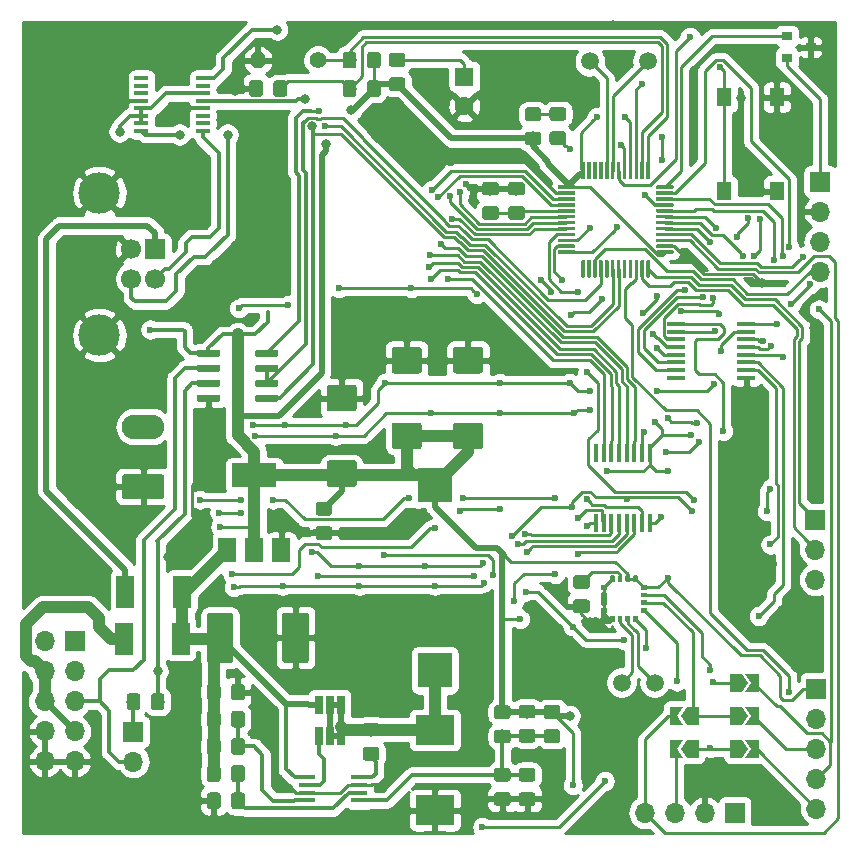
<source format=gbr>
G04 #@! TF.GenerationSoftware,KiCad,Pcbnew,(5.1.4)-1*
G04 #@! TF.CreationDate,2020-06-16T16:04:14+02:00*
G04 #@! TF.ProjectId,SensorPlayBoard,53656e73-6f72-4506-9c61-79426f617264,rev?*
G04 #@! TF.SameCoordinates,Original*
G04 #@! TF.FileFunction,Copper,L2,Bot*
G04 #@! TF.FilePolarity,Positive*
%FSLAX46Y46*%
G04 Gerber Fmt 4.6, Leading zero omitted, Abs format (unit mm)*
G04 Created by KiCad (PCBNEW (5.1.4)-1) date 2020-06-16 16:04:14*
%MOMM*%
%LPD*%
G04 APERTURE LIST*
%ADD10O,1.700000X1.700000*%
%ADD11R,1.700000X1.700000*%
%ADD12C,0.100000*%
%ADD13C,1.150000*%
%ADD14C,2.250000*%
%ADD15R,1.500000X2.700000*%
%ADD16R,3.300000X2.500000*%
%ADD17C,2.080000*%
%ADD18O,3.600000X2.080000*%
%ADD19C,1.700000*%
%ADD20C,3.500000*%
%ADD21C,0.300000*%
%ADD22R,2.900000X3.000000*%
%ADD23R,1.600000X1.600000*%
%ADD24C,1.600000*%
%ADD25R,0.650000X1.560000*%
%ADD26C,1.400000*%
%ADD27O,1.400000X1.400000*%
%ADD28R,1.300000X1.550000*%
%ADD29C,0.600000*%
%ADD30C,0.400000*%
%ADD31R,1.500000X0.450000*%
%ADD32R,3.800000X2.000000*%
%ADD33R,1.500000X2.000000*%
%ADD34R,0.900000X0.800000*%
%ADD35R,0.450000X1.500000*%
%ADD36R,1.450000X0.450000*%
%ADD37C,1.500000*%
%ADD38R,1.200000X0.400000*%
%ADD39C,0.800000*%
%ADD40C,0.250000*%
%ADD41C,0.355600*%
%ADD42C,1.000000*%
%ADD43C,0.500000*%
%ADD44C,0.254000*%
G04 APERTURE END LIST*
D10*
X183280000Y-117600000D03*
X185820000Y-117600000D03*
X188360000Y-117600000D03*
D11*
X190900000Y-117600000D03*
D10*
X197800000Y-117260000D03*
X197800000Y-114720000D03*
X197800000Y-112180000D03*
X197800000Y-109640000D03*
D11*
X197800000Y-107100000D03*
D10*
X197700000Y-97880000D03*
X197700000Y-95340000D03*
D11*
X197700000Y-92800000D03*
D10*
X198100000Y-71800000D03*
X198100000Y-69260000D03*
X198100000Y-66720000D03*
D11*
X198100000Y-64180000D03*
D12*
G36*
X176374505Y-57876204D02*
G01*
X176398773Y-57879804D01*
X176422572Y-57885765D01*
X176445671Y-57894030D01*
X176467850Y-57904520D01*
X176488893Y-57917132D01*
X176508599Y-57931747D01*
X176526777Y-57948223D01*
X176543253Y-57966401D01*
X176557868Y-57986107D01*
X176570480Y-58007150D01*
X176580970Y-58029329D01*
X176589235Y-58052428D01*
X176595196Y-58076227D01*
X176598796Y-58100495D01*
X176600000Y-58124999D01*
X176600000Y-58775001D01*
X176598796Y-58799505D01*
X176595196Y-58823773D01*
X176589235Y-58847572D01*
X176580970Y-58870671D01*
X176570480Y-58892850D01*
X176557868Y-58913893D01*
X176543253Y-58933599D01*
X176526777Y-58951777D01*
X176508599Y-58968253D01*
X176488893Y-58982868D01*
X176467850Y-58995480D01*
X176445671Y-59005970D01*
X176422572Y-59014235D01*
X176398773Y-59020196D01*
X176374505Y-59023796D01*
X176350001Y-59025000D01*
X175449999Y-59025000D01*
X175425495Y-59023796D01*
X175401227Y-59020196D01*
X175377428Y-59014235D01*
X175354329Y-59005970D01*
X175332150Y-58995480D01*
X175311107Y-58982868D01*
X175291401Y-58968253D01*
X175273223Y-58951777D01*
X175256747Y-58933599D01*
X175242132Y-58913893D01*
X175229520Y-58892850D01*
X175219030Y-58870671D01*
X175210765Y-58847572D01*
X175204804Y-58823773D01*
X175201204Y-58799505D01*
X175200000Y-58775001D01*
X175200000Y-58124999D01*
X175201204Y-58100495D01*
X175204804Y-58076227D01*
X175210765Y-58052428D01*
X175219030Y-58029329D01*
X175229520Y-58007150D01*
X175242132Y-57986107D01*
X175256747Y-57966401D01*
X175273223Y-57948223D01*
X175291401Y-57931747D01*
X175311107Y-57917132D01*
X175332150Y-57904520D01*
X175354329Y-57894030D01*
X175377428Y-57885765D01*
X175401227Y-57879804D01*
X175425495Y-57876204D01*
X175449999Y-57875000D01*
X176350001Y-57875000D01*
X176374505Y-57876204D01*
X176374505Y-57876204D01*
G37*
D13*
X175900000Y-58450000D03*
D12*
G36*
X176374505Y-59926204D02*
G01*
X176398773Y-59929804D01*
X176422572Y-59935765D01*
X176445671Y-59944030D01*
X176467850Y-59954520D01*
X176488893Y-59967132D01*
X176508599Y-59981747D01*
X176526777Y-59998223D01*
X176543253Y-60016401D01*
X176557868Y-60036107D01*
X176570480Y-60057150D01*
X176580970Y-60079329D01*
X176589235Y-60102428D01*
X176595196Y-60126227D01*
X176598796Y-60150495D01*
X176600000Y-60174999D01*
X176600000Y-60825001D01*
X176598796Y-60849505D01*
X176595196Y-60873773D01*
X176589235Y-60897572D01*
X176580970Y-60920671D01*
X176570480Y-60942850D01*
X176557868Y-60963893D01*
X176543253Y-60983599D01*
X176526777Y-61001777D01*
X176508599Y-61018253D01*
X176488893Y-61032868D01*
X176467850Y-61045480D01*
X176445671Y-61055970D01*
X176422572Y-61064235D01*
X176398773Y-61070196D01*
X176374505Y-61073796D01*
X176350001Y-61075000D01*
X175449999Y-61075000D01*
X175425495Y-61073796D01*
X175401227Y-61070196D01*
X175377428Y-61064235D01*
X175354329Y-61055970D01*
X175332150Y-61045480D01*
X175311107Y-61032868D01*
X175291401Y-61018253D01*
X175273223Y-61001777D01*
X175256747Y-60983599D01*
X175242132Y-60963893D01*
X175229520Y-60942850D01*
X175219030Y-60920671D01*
X175210765Y-60897572D01*
X175204804Y-60873773D01*
X175201204Y-60849505D01*
X175200000Y-60825001D01*
X175200000Y-60174999D01*
X175201204Y-60150495D01*
X175204804Y-60126227D01*
X175210765Y-60102428D01*
X175219030Y-60079329D01*
X175229520Y-60057150D01*
X175242132Y-60036107D01*
X175256747Y-60016401D01*
X175273223Y-59998223D01*
X175291401Y-59981747D01*
X175311107Y-59967132D01*
X175332150Y-59954520D01*
X175354329Y-59944030D01*
X175377428Y-59935765D01*
X175401227Y-59929804D01*
X175425495Y-59926204D01*
X175449999Y-59925000D01*
X176350001Y-59925000D01*
X176374505Y-59926204D01*
X176374505Y-59926204D01*
G37*
D13*
X175900000Y-60500000D03*
D12*
G36*
X178374505Y-97501204D02*
G01*
X178398773Y-97504804D01*
X178422572Y-97510765D01*
X178445671Y-97519030D01*
X178467850Y-97529520D01*
X178488893Y-97542132D01*
X178508599Y-97556747D01*
X178526777Y-97573223D01*
X178543253Y-97591401D01*
X178557868Y-97611107D01*
X178570480Y-97632150D01*
X178580970Y-97654329D01*
X178589235Y-97677428D01*
X178595196Y-97701227D01*
X178598796Y-97725495D01*
X178600000Y-97749999D01*
X178600000Y-98400001D01*
X178598796Y-98424505D01*
X178595196Y-98448773D01*
X178589235Y-98472572D01*
X178580970Y-98495671D01*
X178570480Y-98517850D01*
X178557868Y-98538893D01*
X178543253Y-98558599D01*
X178526777Y-98576777D01*
X178508599Y-98593253D01*
X178488893Y-98607868D01*
X178467850Y-98620480D01*
X178445671Y-98630970D01*
X178422572Y-98639235D01*
X178398773Y-98645196D01*
X178374505Y-98648796D01*
X178350001Y-98650000D01*
X177449999Y-98650000D01*
X177425495Y-98648796D01*
X177401227Y-98645196D01*
X177377428Y-98639235D01*
X177354329Y-98630970D01*
X177332150Y-98620480D01*
X177311107Y-98607868D01*
X177291401Y-98593253D01*
X177273223Y-98576777D01*
X177256747Y-98558599D01*
X177242132Y-98538893D01*
X177229520Y-98517850D01*
X177219030Y-98495671D01*
X177210765Y-98472572D01*
X177204804Y-98448773D01*
X177201204Y-98424505D01*
X177200000Y-98400001D01*
X177200000Y-97749999D01*
X177201204Y-97725495D01*
X177204804Y-97701227D01*
X177210765Y-97677428D01*
X177219030Y-97654329D01*
X177229520Y-97632150D01*
X177242132Y-97611107D01*
X177256747Y-97591401D01*
X177273223Y-97573223D01*
X177291401Y-97556747D01*
X177311107Y-97542132D01*
X177332150Y-97529520D01*
X177354329Y-97519030D01*
X177377428Y-97510765D01*
X177401227Y-97504804D01*
X177425495Y-97501204D01*
X177449999Y-97500000D01*
X178350001Y-97500000D01*
X178374505Y-97501204D01*
X178374505Y-97501204D01*
G37*
D13*
X177900000Y-98075000D03*
D12*
G36*
X178374505Y-99551204D02*
G01*
X178398773Y-99554804D01*
X178422572Y-99560765D01*
X178445671Y-99569030D01*
X178467850Y-99579520D01*
X178488893Y-99592132D01*
X178508599Y-99606747D01*
X178526777Y-99623223D01*
X178543253Y-99641401D01*
X178557868Y-99661107D01*
X178570480Y-99682150D01*
X178580970Y-99704329D01*
X178589235Y-99727428D01*
X178595196Y-99751227D01*
X178598796Y-99775495D01*
X178600000Y-99799999D01*
X178600000Y-100450001D01*
X178598796Y-100474505D01*
X178595196Y-100498773D01*
X178589235Y-100522572D01*
X178580970Y-100545671D01*
X178570480Y-100567850D01*
X178557868Y-100588893D01*
X178543253Y-100608599D01*
X178526777Y-100626777D01*
X178508599Y-100643253D01*
X178488893Y-100657868D01*
X178467850Y-100670480D01*
X178445671Y-100680970D01*
X178422572Y-100689235D01*
X178398773Y-100695196D01*
X178374505Y-100698796D01*
X178350001Y-100700000D01*
X177449999Y-100700000D01*
X177425495Y-100698796D01*
X177401227Y-100695196D01*
X177377428Y-100689235D01*
X177354329Y-100680970D01*
X177332150Y-100670480D01*
X177311107Y-100657868D01*
X177291401Y-100643253D01*
X177273223Y-100626777D01*
X177256747Y-100608599D01*
X177242132Y-100588893D01*
X177229520Y-100567850D01*
X177219030Y-100545671D01*
X177210765Y-100522572D01*
X177204804Y-100498773D01*
X177201204Y-100474505D01*
X177200000Y-100450001D01*
X177200000Y-99799999D01*
X177201204Y-99775495D01*
X177204804Y-99751227D01*
X177210765Y-99727428D01*
X177219030Y-99704329D01*
X177229520Y-99682150D01*
X177242132Y-99661107D01*
X177256747Y-99641401D01*
X177273223Y-99623223D01*
X177291401Y-99606747D01*
X177311107Y-99592132D01*
X177332150Y-99579520D01*
X177354329Y-99569030D01*
X177377428Y-99560765D01*
X177401227Y-99554804D01*
X177425495Y-99551204D01*
X177449999Y-99550000D01*
X178350001Y-99550000D01*
X178374505Y-99551204D01*
X178374505Y-99551204D01*
G37*
D13*
X177900000Y-100125000D03*
D12*
G36*
X162774505Y-55351204D02*
G01*
X162798773Y-55354804D01*
X162822572Y-55360765D01*
X162845671Y-55369030D01*
X162867850Y-55379520D01*
X162888893Y-55392132D01*
X162908599Y-55406747D01*
X162926777Y-55423223D01*
X162943253Y-55441401D01*
X162957868Y-55461107D01*
X162970480Y-55482150D01*
X162980970Y-55504329D01*
X162989235Y-55527428D01*
X162995196Y-55551227D01*
X162998796Y-55575495D01*
X163000000Y-55599999D01*
X163000000Y-56250001D01*
X162998796Y-56274505D01*
X162995196Y-56298773D01*
X162989235Y-56322572D01*
X162980970Y-56345671D01*
X162970480Y-56367850D01*
X162957868Y-56388893D01*
X162943253Y-56408599D01*
X162926777Y-56426777D01*
X162908599Y-56443253D01*
X162888893Y-56457868D01*
X162867850Y-56470480D01*
X162845671Y-56480970D01*
X162822572Y-56489235D01*
X162798773Y-56495196D01*
X162774505Y-56498796D01*
X162750001Y-56500000D01*
X161849999Y-56500000D01*
X161825495Y-56498796D01*
X161801227Y-56495196D01*
X161777428Y-56489235D01*
X161754329Y-56480970D01*
X161732150Y-56470480D01*
X161711107Y-56457868D01*
X161691401Y-56443253D01*
X161673223Y-56426777D01*
X161656747Y-56408599D01*
X161642132Y-56388893D01*
X161629520Y-56367850D01*
X161619030Y-56345671D01*
X161610765Y-56322572D01*
X161604804Y-56298773D01*
X161601204Y-56274505D01*
X161600000Y-56250001D01*
X161600000Y-55599999D01*
X161601204Y-55575495D01*
X161604804Y-55551227D01*
X161610765Y-55527428D01*
X161619030Y-55504329D01*
X161629520Y-55482150D01*
X161642132Y-55461107D01*
X161656747Y-55441401D01*
X161673223Y-55423223D01*
X161691401Y-55406747D01*
X161711107Y-55392132D01*
X161732150Y-55379520D01*
X161754329Y-55369030D01*
X161777428Y-55360765D01*
X161801227Y-55354804D01*
X161825495Y-55351204D01*
X161849999Y-55350000D01*
X162750001Y-55350000D01*
X162774505Y-55351204D01*
X162774505Y-55351204D01*
G37*
D13*
X162300000Y-55925000D03*
D12*
G36*
X162774505Y-53301204D02*
G01*
X162798773Y-53304804D01*
X162822572Y-53310765D01*
X162845671Y-53319030D01*
X162867850Y-53329520D01*
X162888893Y-53342132D01*
X162908599Y-53356747D01*
X162926777Y-53373223D01*
X162943253Y-53391401D01*
X162957868Y-53411107D01*
X162970480Y-53432150D01*
X162980970Y-53454329D01*
X162989235Y-53477428D01*
X162995196Y-53501227D01*
X162998796Y-53525495D01*
X163000000Y-53549999D01*
X163000000Y-54200001D01*
X162998796Y-54224505D01*
X162995196Y-54248773D01*
X162989235Y-54272572D01*
X162980970Y-54295671D01*
X162970480Y-54317850D01*
X162957868Y-54338893D01*
X162943253Y-54358599D01*
X162926777Y-54376777D01*
X162908599Y-54393253D01*
X162888893Y-54407868D01*
X162867850Y-54420480D01*
X162845671Y-54430970D01*
X162822572Y-54439235D01*
X162798773Y-54445196D01*
X162774505Y-54448796D01*
X162750001Y-54450000D01*
X161849999Y-54450000D01*
X161825495Y-54448796D01*
X161801227Y-54445196D01*
X161777428Y-54439235D01*
X161754329Y-54430970D01*
X161732150Y-54420480D01*
X161711107Y-54407868D01*
X161691401Y-54393253D01*
X161673223Y-54376777D01*
X161656747Y-54358599D01*
X161642132Y-54338893D01*
X161629520Y-54317850D01*
X161619030Y-54295671D01*
X161610765Y-54272572D01*
X161604804Y-54248773D01*
X161601204Y-54224505D01*
X161600000Y-54200001D01*
X161600000Y-53549999D01*
X161601204Y-53525495D01*
X161604804Y-53501227D01*
X161610765Y-53477428D01*
X161619030Y-53454329D01*
X161629520Y-53432150D01*
X161642132Y-53411107D01*
X161656747Y-53391401D01*
X161673223Y-53373223D01*
X161691401Y-53356747D01*
X161711107Y-53342132D01*
X161732150Y-53329520D01*
X161754329Y-53319030D01*
X161777428Y-53310765D01*
X161801227Y-53304804D01*
X161825495Y-53301204D01*
X161849999Y-53300000D01*
X162750001Y-53300000D01*
X162774505Y-53301204D01*
X162774505Y-53301204D01*
G37*
D13*
X162300000Y-53875000D03*
D12*
G36*
X172874505Y-66251204D02*
G01*
X172898773Y-66254804D01*
X172922572Y-66260765D01*
X172945671Y-66269030D01*
X172967850Y-66279520D01*
X172988893Y-66292132D01*
X173008599Y-66306747D01*
X173026777Y-66323223D01*
X173043253Y-66341401D01*
X173057868Y-66361107D01*
X173070480Y-66382150D01*
X173080970Y-66404329D01*
X173089235Y-66427428D01*
X173095196Y-66451227D01*
X173098796Y-66475495D01*
X173100000Y-66499999D01*
X173100000Y-67150001D01*
X173098796Y-67174505D01*
X173095196Y-67198773D01*
X173089235Y-67222572D01*
X173080970Y-67245671D01*
X173070480Y-67267850D01*
X173057868Y-67288893D01*
X173043253Y-67308599D01*
X173026777Y-67326777D01*
X173008599Y-67343253D01*
X172988893Y-67357868D01*
X172967850Y-67370480D01*
X172945671Y-67380970D01*
X172922572Y-67389235D01*
X172898773Y-67395196D01*
X172874505Y-67398796D01*
X172850001Y-67400000D01*
X171949999Y-67400000D01*
X171925495Y-67398796D01*
X171901227Y-67395196D01*
X171877428Y-67389235D01*
X171854329Y-67380970D01*
X171832150Y-67370480D01*
X171811107Y-67357868D01*
X171791401Y-67343253D01*
X171773223Y-67326777D01*
X171756747Y-67308599D01*
X171742132Y-67288893D01*
X171729520Y-67267850D01*
X171719030Y-67245671D01*
X171710765Y-67222572D01*
X171704804Y-67198773D01*
X171701204Y-67174505D01*
X171700000Y-67150001D01*
X171700000Y-66499999D01*
X171701204Y-66475495D01*
X171704804Y-66451227D01*
X171710765Y-66427428D01*
X171719030Y-66404329D01*
X171729520Y-66382150D01*
X171742132Y-66361107D01*
X171756747Y-66341401D01*
X171773223Y-66323223D01*
X171791401Y-66306747D01*
X171811107Y-66292132D01*
X171832150Y-66279520D01*
X171854329Y-66269030D01*
X171877428Y-66260765D01*
X171901227Y-66254804D01*
X171925495Y-66251204D01*
X171949999Y-66250000D01*
X172850001Y-66250000D01*
X172874505Y-66251204D01*
X172874505Y-66251204D01*
G37*
D13*
X172400000Y-66825000D03*
D12*
G36*
X172874505Y-64201204D02*
G01*
X172898773Y-64204804D01*
X172922572Y-64210765D01*
X172945671Y-64219030D01*
X172967850Y-64229520D01*
X172988893Y-64242132D01*
X173008599Y-64256747D01*
X173026777Y-64273223D01*
X173043253Y-64291401D01*
X173057868Y-64311107D01*
X173070480Y-64332150D01*
X173080970Y-64354329D01*
X173089235Y-64377428D01*
X173095196Y-64401227D01*
X173098796Y-64425495D01*
X173100000Y-64449999D01*
X173100000Y-65100001D01*
X173098796Y-65124505D01*
X173095196Y-65148773D01*
X173089235Y-65172572D01*
X173080970Y-65195671D01*
X173070480Y-65217850D01*
X173057868Y-65238893D01*
X173043253Y-65258599D01*
X173026777Y-65276777D01*
X173008599Y-65293253D01*
X172988893Y-65307868D01*
X172967850Y-65320480D01*
X172945671Y-65330970D01*
X172922572Y-65339235D01*
X172898773Y-65345196D01*
X172874505Y-65348796D01*
X172850001Y-65350000D01*
X171949999Y-65350000D01*
X171925495Y-65348796D01*
X171901227Y-65345196D01*
X171877428Y-65339235D01*
X171854329Y-65330970D01*
X171832150Y-65320480D01*
X171811107Y-65307868D01*
X171791401Y-65293253D01*
X171773223Y-65276777D01*
X171756747Y-65258599D01*
X171742132Y-65238893D01*
X171729520Y-65217850D01*
X171719030Y-65195671D01*
X171710765Y-65172572D01*
X171704804Y-65148773D01*
X171701204Y-65124505D01*
X171700000Y-65100001D01*
X171700000Y-64449999D01*
X171701204Y-64425495D01*
X171704804Y-64401227D01*
X171710765Y-64377428D01*
X171719030Y-64354329D01*
X171729520Y-64332150D01*
X171742132Y-64311107D01*
X171756747Y-64291401D01*
X171773223Y-64273223D01*
X171791401Y-64256747D01*
X171811107Y-64242132D01*
X171832150Y-64229520D01*
X171854329Y-64219030D01*
X171877428Y-64210765D01*
X171901227Y-64204804D01*
X171925495Y-64201204D01*
X171949999Y-64200000D01*
X172850001Y-64200000D01*
X172874505Y-64201204D01*
X172874505Y-64201204D01*
G37*
D13*
X172400000Y-64775000D03*
D12*
G36*
X148199505Y-100676204D02*
G01*
X148223773Y-100679804D01*
X148247572Y-100685765D01*
X148270671Y-100694030D01*
X148292850Y-100704520D01*
X148313893Y-100717132D01*
X148333599Y-100731747D01*
X148351777Y-100748223D01*
X148368253Y-100766401D01*
X148382868Y-100786107D01*
X148395480Y-100807150D01*
X148405970Y-100829329D01*
X148414235Y-100852428D01*
X148420196Y-100876227D01*
X148423796Y-100900495D01*
X148425000Y-100924999D01*
X148425000Y-104675001D01*
X148423796Y-104699505D01*
X148420196Y-104723773D01*
X148414235Y-104747572D01*
X148405970Y-104770671D01*
X148395480Y-104792850D01*
X148382868Y-104813893D01*
X148368253Y-104833599D01*
X148351777Y-104851777D01*
X148333599Y-104868253D01*
X148313893Y-104882868D01*
X148292850Y-104895480D01*
X148270671Y-104905970D01*
X148247572Y-104914235D01*
X148223773Y-104920196D01*
X148199505Y-104923796D01*
X148175001Y-104925000D01*
X146424999Y-104925000D01*
X146400495Y-104923796D01*
X146376227Y-104920196D01*
X146352428Y-104914235D01*
X146329329Y-104905970D01*
X146307150Y-104895480D01*
X146286107Y-104882868D01*
X146266401Y-104868253D01*
X146248223Y-104851777D01*
X146231747Y-104833599D01*
X146217132Y-104813893D01*
X146204520Y-104792850D01*
X146194030Y-104770671D01*
X146185765Y-104747572D01*
X146179804Y-104723773D01*
X146176204Y-104699505D01*
X146175000Y-104675001D01*
X146175000Y-100924999D01*
X146176204Y-100900495D01*
X146179804Y-100876227D01*
X146185765Y-100852428D01*
X146194030Y-100829329D01*
X146204520Y-100807150D01*
X146217132Y-100786107D01*
X146231747Y-100766401D01*
X146248223Y-100748223D01*
X146266401Y-100731747D01*
X146286107Y-100717132D01*
X146307150Y-100704520D01*
X146329329Y-100694030D01*
X146352428Y-100685765D01*
X146376227Y-100679804D01*
X146400495Y-100676204D01*
X146424999Y-100675000D01*
X148175001Y-100675000D01*
X148199505Y-100676204D01*
X148199505Y-100676204D01*
G37*
D14*
X147300000Y-102800000D03*
D12*
G36*
X154599505Y-100676204D02*
G01*
X154623773Y-100679804D01*
X154647572Y-100685765D01*
X154670671Y-100694030D01*
X154692850Y-100704520D01*
X154713893Y-100717132D01*
X154733599Y-100731747D01*
X154751777Y-100748223D01*
X154768253Y-100766401D01*
X154782868Y-100786107D01*
X154795480Y-100807150D01*
X154805970Y-100829329D01*
X154814235Y-100852428D01*
X154820196Y-100876227D01*
X154823796Y-100900495D01*
X154825000Y-100924999D01*
X154825000Y-104675001D01*
X154823796Y-104699505D01*
X154820196Y-104723773D01*
X154814235Y-104747572D01*
X154805970Y-104770671D01*
X154795480Y-104792850D01*
X154782868Y-104813893D01*
X154768253Y-104833599D01*
X154751777Y-104851777D01*
X154733599Y-104868253D01*
X154713893Y-104882868D01*
X154692850Y-104895480D01*
X154670671Y-104905970D01*
X154647572Y-104914235D01*
X154623773Y-104920196D01*
X154599505Y-104923796D01*
X154575001Y-104925000D01*
X152824999Y-104925000D01*
X152800495Y-104923796D01*
X152776227Y-104920196D01*
X152752428Y-104914235D01*
X152729329Y-104905970D01*
X152707150Y-104895480D01*
X152686107Y-104882868D01*
X152666401Y-104868253D01*
X152648223Y-104851777D01*
X152631747Y-104833599D01*
X152617132Y-104813893D01*
X152604520Y-104792850D01*
X152594030Y-104770671D01*
X152585765Y-104747572D01*
X152579804Y-104723773D01*
X152576204Y-104699505D01*
X152575000Y-104675001D01*
X152575000Y-100924999D01*
X152576204Y-100900495D01*
X152579804Y-100876227D01*
X152585765Y-100852428D01*
X152594030Y-100829329D01*
X152604520Y-100807150D01*
X152617132Y-100786107D01*
X152631747Y-100766401D01*
X152648223Y-100748223D01*
X152666401Y-100731747D01*
X152686107Y-100717132D01*
X152707150Y-100704520D01*
X152729329Y-100694030D01*
X152752428Y-100685765D01*
X152776227Y-100679804D01*
X152800495Y-100676204D01*
X152824999Y-100675000D01*
X154575001Y-100675000D01*
X154599505Y-100676204D01*
X154599505Y-100676204D01*
G37*
D14*
X153700000Y-102800000D03*
D12*
G36*
X147124505Y-106701204D02*
G01*
X147148773Y-106704804D01*
X147172572Y-106710765D01*
X147195671Y-106719030D01*
X147217850Y-106729520D01*
X147238893Y-106742132D01*
X147258599Y-106756747D01*
X147276777Y-106773223D01*
X147293253Y-106791401D01*
X147307868Y-106811107D01*
X147320480Y-106832150D01*
X147330970Y-106854329D01*
X147339235Y-106877428D01*
X147345196Y-106901227D01*
X147348796Y-106925495D01*
X147350000Y-106949999D01*
X147350000Y-107850001D01*
X147348796Y-107874505D01*
X147345196Y-107898773D01*
X147339235Y-107922572D01*
X147330970Y-107945671D01*
X147320480Y-107967850D01*
X147307868Y-107988893D01*
X147293253Y-108008599D01*
X147276777Y-108026777D01*
X147258599Y-108043253D01*
X147238893Y-108057868D01*
X147217850Y-108070480D01*
X147195671Y-108080970D01*
X147172572Y-108089235D01*
X147148773Y-108095196D01*
X147124505Y-108098796D01*
X147100001Y-108100000D01*
X146449999Y-108100000D01*
X146425495Y-108098796D01*
X146401227Y-108095196D01*
X146377428Y-108089235D01*
X146354329Y-108080970D01*
X146332150Y-108070480D01*
X146311107Y-108057868D01*
X146291401Y-108043253D01*
X146273223Y-108026777D01*
X146256747Y-108008599D01*
X146242132Y-107988893D01*
X146229520Y-107967850D01*
X146219030Y-107945671D01*
X146210765Y-107922572D01*
X146204804Y-107898773D01*
X146201204Y-107874505D01*
X146200000Y-107850001D01*
X146200000Y-106949999D01*
X146201204Y-106925495D01*
X146204804Y-106901227D01*
X146210765Y-106877428D01*
X146219030Y-106854329D01*
X146229520Y-106832150D01*
X146242132Y-106811107D01*
X146256747Y-106791401D01*
X146273223Y-106773223D01*
X146291401Y-106756747D01*
X146311107Y-106742132D01*
X146332150Y-106729520D01*
X146354329Y-106719030D01*
X146377428Y-106710765D01*
X146401227Y-106704804D01*
X146425495Y-106701204D01*
X146449999Y-106700000D01*
X147100001Y-106700000D01*
X147124505Y-106701204D01*
X147124505Y-106701204D01*
G37*
D13*
X146775000Y-107400000D03*
D12*
G36*
X149174505Y-106701204D02*
G01*
X149198773Y-106704804D01*
X149222572Y-106710765D01*
X149245671Y-106719030D01*
X149267850Y-106729520D01*
X149288893Y-106742132D01*
X149308599Y-106756747D01*
X149326777Y-106773223D01*
X149343253Y-106791401D01*
X149357868Y-106811107D01*
X149370480Y-106832150D01*
X149380970Y-106854329D01*
X149389235Y-106877428D01*
X149395196Y-106901227D01*
X149398796Y-106925495D01*
X149400000Y-106949999D01*
X149400000Y-107850001D01*
X149398796Y-107874505D01*
X149395196Y-107898773D01*
X149389235Y-107922572D01*
X149380970Y-107945671D01*
X149370480Y-107967850D01*
X149357868Y-107988893D01*
X149343253Y-108008599D01*
X149326777Y-108026777D01*
X149308599Y-108043253D01*
X149288893Y-108057868D01*
X149267850Y-108070480D01*
X149245671Y-108080970D01*
X149222572Y-108089235D01*
X149198773Y-108095196D01*
X149174505Y-108098796D01*
X149150001Y-108100000D01*
X148499999Y-108100000D01*
X148475495Y-108098796D01*
X148451227Y-108095196D01*
X148427428Y-108089235D01*
X148404329Y-108080970D01*
X148382150Y-108070480D01*
X148361107Y-108057868D01*
X148341401Y-108043253D01*
X148323223Y-108026777D01*
X148306747Y-108008599D01*
X148292132Y-107988893D01*
X148279520Y-107967850D01*
X148269030Y-107945671D01*
X148260765Y-107922572D01*
X148254804Y-107898773D01*
X148251204Y-107874505D01*
X148250000Y-107850001D01*
X148250000Y-106949999D01*
X148251204Y-106925495D01*
X148254804Y-106901227D01*
X148260765Y-106877428D01*
X148269030Y-106854329D01*
X148279520Y-106832150D01*
X148292132Y-106811107D01*
X148306747Y-106791401D01*
X148323223Y-106773223D01*
X148341401Y-106756747D01*
X148361107Y-106742132D01*
X148382150Y-106729520D01*
X148404329Y-106719030D01*
X148427428Y-106710765D01*
X148451227Y-106704804D01*
X148475495Y-106701204D01*
X148499999Y-106700000D01*
X149150001Y-106700000D01*
X149174505Y-106701204D01*
X149174505Y-106701204D01*
G37*
D13*
X148825000Y-107400000D03*
D12*
G36*
X149174505Y-109001204D02*
G01*
X149198773Y-109004804D01*
X149222572Y-109010765D01*
X149245671Y-109019030D01*
X149267850Y-109029520D01*
X149288893Y-109042132D01*
X149308599Y-109056747D01*
X149326777Y-109073223D01*
X149343253Y-109091401D01*
X149357868Y-109111107D01*
X149370480Y-109132150D01*
X149380970Y-109154329D01*
X149389235Y-109177428D01*
X149395196Y-109201227D01*
X149398796Y-109225495D01*
X149400000Y-109249999D01*
X149400000Y-110150001D01*
X149398796Y-110174505D01*
X149395196Y-110198773D01*
X149389235Y-110222572D01*
X149380970Y-110245671D01*
X149370480Y-110267850D01*
X149357868Y-110288893D01*
X149343253Y-110308599D01*
X149326777Y-110326777D01*
X149308599Y-110343253D01*
X149288893Y-110357868D01*
X149267850Y-110370480D01*
X149245671Y-110380970D01*
X149222572Y-110389235D01*
X149198773Y-110395196D01*
X149174505Y-110398796D01*
X149150001Y-110400000D01*
X148499999Y-110400000D01*
X148475495Y-110398796D01*
X148451227Y-110395196D01*
X148427428Y-110389235D01*
X148404329Y-110380970D01*
X148382150Y-110370480D01*
X148361107Y-110357868D01*
X148341401Y-110343253D01*
X148323223Y-110326777D01*
X148306747Y-110308599D01*
X148292132Y-110288893D01*
X148279520Y-110267850D01*
X148269030Y-110245671D01*
X148260765Y-110222572D01*
X148254804Y-110198773D01*
X148251204Y-110174505D01*
X148250000Y-110150001D01*
X148250000Y-109249999D01*
X148251204Y-109225495D01*
X148254804Y-109201227D01*
X148260765Y-109177428D01*
X148269030Y-109154329D01*
X148279520Y-109132150D01*
X148292132Y-109111107D01*
X148306747Y-109091401D01*
X148323223Y-109073223D01*
X148341401Y-109056747D01*
X148361107Y-109042132D01*
X148382150Y-109029520D01*
X148404329Y-109019030D01*
X148427428Y-109010765D01*
X148451227Y-109004804D01*
X148475495Y-109001204D01*
X148499999Y-109000000D01*
X149150001Y-109000000D01*
X149174505Y-109001204D01*
X149174505Y-109001204D01*
G37*
D13*
X148825000Y-109700000D03*
D12*
G36*
X147124505Y-109001204D02*
G01*
X147148773Y-109004804D01*
X147172572Y-109010765D01*
X147195671Y-109019030D01*
X147217850Y-109029520D01*
X147238893Y-109042132D01*
X147258599Y-109056747D01*
X147276777Y-109073223D01*
X147293253Y-109091401D01*
X147307868Y-109111107D01*
X147320480Y-109132150D01*
X147330970Y-109154329D01*
X147339235Y-109177428D01*
X147345196Y-109201227D01*
X147348796Y-109225495D01*
X147350000Y-109249999D01*
X147350000Y-110150001D01*
X147348796Y-110174505D01*
X147345196Y-110198773D01*
X147339235Y-110222572D01*
X147330970Y-110245671D01*
X147320480Y-110267850D01*
X147307868Y-110288893D01*
X147293253Y-110308599D01*
X147276777Y-110326777D01*
X147258599Y-110343253D01*
X147238893Y-110357868D01*
X147217850Y-110370480D01*
X147195671Y-110380970D01*
X147172572Y-110389235D01*
X147148773Y-110395196D01*
X147124505Y-110398796D01*
X147100001Y-110400000D01*
X146449999Y-110400000D01*
X146425495Y-110398796D01*
X146401227Y-110395196D01*
X146377428Y-110389235D01*
X146354329Y-110380970D01*
X146332150Y-110370480D01*
X146311107Y-110357868D01*
X146291401Y-110343253D01*
X146273223Y-110326777D01*
X146256747Y-110308599D01*
X146242132Y-110288893D01*
X146229520Y-110267850D01*
X146219030Y-110245671D01*
X146210765Y-110222572D01*
X146204804Y-110198773D01*
X146201204Y-110174505D01*
X146200000Y-110150001D01*
X146200000Y-109249999D01*
X146201204Y-109225495D01*
X146204804Y-109201227D01*
X146210765Y-109177428D01*
X146219030Y-109154329D01*
X146229520Y-109132150D01*
X146242132Y-109111107D01*
X146256747Y-109091401D01*
X146273223Y-109073223D01*
X146291401Y-109056747D01*
X146311107Y-109042132D01*
X146332150Y-109029520D01*
X146354329Y-109019030D01*
X146377428Y-109010765D01*
X146401227Y-109004804D01*
X146425495Y-109001204D01*
X146449999Y-109000000D01*
X147100001Y-109000000D01*
X147124505Y-109001204D01*
X147124505Y-109001204D01*
G37*
D13*
X146775000Y-109700000D03*
D12*
G36*
X173774505Y-108476204D02*
G01*
X173798773Y-108479804D01*
X173822572Y-108485765D01*
X173845671Y-108494030D01*
X173867850Y-108504520D01*
X173888893Y-108517132D01*
X173908599Y-108531747D01*
X173926777Y-108548223D01*
X173943253Y-108566401D01*
X173957868Y-108586107D01*
X173970480Y-108607150D01*
X173980970Y-108629329D01*
X173989235Y-108652428D01*
X173995196Y-108676227D01*
X173998796Y-108700495D01*
X174000000Y-108724999D01*
X174000000Y-109375001D01*
X173998796Y-109399505D01*
X173995196Y-109423773D01*
X173989235Y-109447572D01*
X173980970Y-109470671D01*
X173970480Y-109492850D01*
X173957868Y-109513893D01*
X173943253Y-109533599D01*
X173926777Y-109551777D01*
X173908599Y-109568253D01*
X173888893Y-109582868D01*
X173867850Y-109595480D01*
X173845671Y-109605970D01*
X173822572Y-109614235D01*
X173798773Y-109620196D01*
X173774505Y-109623796D01*
X173750001Y-109625000D01*
X172849999Y-109625000D01*
X172825495Y-109623796D01*
X172801227Y-109620196D01*
X172777428Y-109614235D01*
X172754329Y-109605970D01*
X172732150Y-109595480D01*
X172711107Y-109582868D01*
X172691401Y-109568253D01*
X172673223Y-109551777D01*
X172656747Y-109533599D01*
X172642132Y-109513893D01*
X172629520Y-109492850D01*
X172619030Y-109470671D01*
X172610765Y-109447572D01*
X172604804Y-109423773D01*
X172601204Y-109399505D01*
X172600000Y-109375001D01*
X172600000Y-108724999D01*
X172601204Y-108700495D01*
X172604804Y-108676227D01*
X172610765Y-108652428D01*
X172619030Y-108629329D01*
X172629520Y-108607150D01*
X172642132Y-108586107D01*
X172656747Y-108566401D01*
X172673223Y-108548223D01*
X172691401Y-108531747D01*
X172711107Y-108517132D01*
X172732150Y-108504520D01*
X172754329Y-108494030D01*
X172777428Y-108485765D01*
X172801227Y-108479804D01*
X172825495Y-108476204D01*
X172849999Y-108475000D01*
X173750001Y-108475000D01*
X173774505Y-108476204D01*
X173774505Y-108476204D01*
G37*
D13*
X173300000Y-109050000D03*
D12*
G36*
X173774505Y-110526204D02*
G01*
X173798773Y-110529804D01*
X173822572Y-110535765D01*
X173845671Y-110544030D01*
X173867850Y-110554520D01*
X173888893Y-110567132D01*
X173908599Y-110581747D01*
X173926777Y-110598223D01*
X173943253Y-110616401D01*
X173957868Y-110636107D01*
X173970480Y-110657150D01*
X173980970Y-110679329D01*
X173989235Y-110702428D01*
X173995196Y-110726227D01*
X173998796Y-110750495D01*
X174000000Y-110774999D01*
X174000000Y-111425001D01*
X173998796Y-111449505D01*
X173995196Y-111473773D01*
X173989235Y-111497572D01*
X173980970Y-111520671D01*
X173970480Y-111542850D01*
X173957868Y-111563893D01*
X173943253Y-111583599D01*
X173926777Y-111601777D01*
X173908599Y-111618253D01*
X173888893Y-111632868D01*
X173867850Y-111645480D01*
X173845671Y-111655970D01*
X173822572Y-111664235D01*
X173798773Y-111670196D01*
X173774505Y-111673796D01*
X173750001Y-111675000D01*
X172849999Y-111675000D01*
X172825495Y-111673796D01*
X172801227Y-111670196D01*
X172777428Y-111664235D01*
X172754329Y-111655970D01*
X172732150Y-111645480D01*
X172711107Y-111632868D01*
X172691401Y-111618253D01*
X172673223Y-111601777D01*
X172656747Y-111583599D01*
X172642132Y-111563893D01*
X172629520Y-111542850D01*
X172619030Y-111520671D01*
X172610765Y-111497572D01*
X172604804Y-111473773D01*
X172601204Y-111449505D01*
X172600000Y-111425001D01*
X172600000Y-110774999D01*
X172601204Y-110750495D01*
X172604804Y-110726227D01*
X172610765Y-110702428D01*
X172619030Y-110679329D01*
X172629520Y-110657150D01*
X172642132Y-110636107D01*
X172656747Y-110616401D01*
X172673223Y-110598223D01*
X172691401Y-110581747D01*
X172711107Y-110567132D01*
X172732150Y-110554520D01*
X172754329Y-110544030D01*
X172777428Y-110535765D01*
X172801227Y-110529804D01*
X172825495Y-110526204D01*
X172849999Y-110525000D01*
X173750001Y-110525000D01*
X173774505Y-110526204D01*
X173774505Y-110526204D01*
G37*
D13*
X173300000Y-111100000D03*
D12*
G36*
X175874505Y-110551204D02*
G01*
X175898773Y-110554804D01*
X175922572Y-110560765D01*
X175945671Y-110569030D01*
X175967850Y-110579520D01*
X175988893Y-110592132D01*
X176008599Y-110606747D01*
X176026777Y-110623223D01*
X176043253Y-110641401D01*
X176057868Y-110661107D01*
X176070480Y-110682150D01*
X176080970Y-110704329D01*
X176089235Y-110727428D01*
X176095196Y-110751227D01*
X176098796Y-110775495D01*
X176100000Y-110799999D01*
X176100000Y-111450001D01*
X176098796Y-111474505D01*
X176095196Y-111498773D01*
X176089235Y-111522572D01*
X176080970Y-111545671D01*
X176070480Y-111567850D01*
X176057868Y-111588893D01*
X176043253Y-111608599D01*
X176026777Y-111626777D01*
X176008599Y-111643253D01*
X175988893Y-111657868D01*
X175967850Y-111670480D01*
X175945671Y-111680970D01*
X175922572Y-111689235D01*
X175898773Y-111695196D01*
X175874505Y-111698796D01*
X175850001Y-111700000D01*
X174949999Y-111700000D01*
X174925495Y-111698796D01*
X174901227Y-111695196D01*
X174877428Y-111689235D01*
X174854329Y-111680970D01*
X174832150Y-111670480D01*
X174811107Y-111657868D01*
X174791401Y-111643253D01*
X174773223Y-111626777D01*
X174756747Y-111608599D01*
X174742132Y-111588893D01*
X174729520Y-111567850D01*
X174719030Y-111545671D01*
X174710765Y-111522572D01*
X174704804Y-111498773D01*
X174701204Y-111474505D01*
X174700000Y-111450001D01*
X174700000Y-110799999D01*
X174701204Y-110775495D01*
X174704804Y-110751227D01*
X174710765Y-110727428D01*
X174719030Y-110704329D01*
X174729520Y-110682150D01*
X174742132Y-110661107D01*
X174756747Y-110641401D01*
X174773223Y-110623223D01*
X174791401Y-110606747D01*
X174811107Y-110592132D01*
X174832150Y-110579520D01*
X174854329Y-110569030D01*
X174877428Y-110560765D01*
X174901227Y-110554804D01*
X174925495Y-110551204D01*
X174949999Y-110550000D01*
X175850001Y-110550000D01*
X175874505Y-110551204D01*
X175874505Y-110551204D01*
G37*
D13*
X175400000Y-111125000D03*
D12*
G36*
X175874505Y-108501204D02*
G01*
X175898773Y-108504804D01*
X175922572Y-108510765D01*
X175945671Y-108519030D01*
X175967850Y-108529520D01*
X175988893Y-108542132D01*
X176008599Y-108556747D01*
X176026777Y-108573223D01*
X176043253Y-108591401D01*
X176057868Y-108611107D01*
X176070480Y-108632150D01*
X176080970Y-108654329D01*
X176089235Y-108677428D01*
X176095196Y-108701227D01*
X176098796Y-108725495D01*
X176100000Y-108749999D01*
X176100000Y-109400001D01*
X176098796Y-109424505D01*
X176095196Y-109448773D01*
X176089235Y-109472572D01*
X176080970Y-109495671D01*
X176070480Y-109517850D01*
X176057868Y-109538893D01*
X176043253Y-109558599D01*
X176026777Y-109576777D01*
X176008599Y-109593253D01*
X175988893Y-109607868D01*
X175967850Y-109620480D01*
X175945671Y-109630970D01*
X175922572Y-109639235D01*
X175898773Y-109645196D01*
X175874505Y-109648796D01*
X175850001Y-109650000D01*
X174949999Y-109650000D01*
X174925495Y-109648796D01*
X174901227Y-109645196D01*
X174877428Y-109639235D01*
X174854329Y-109630970D01*
X174832150Y-109620480D01*
X174811107Y-109607868D01*
X174791401Y-109593253D01*
X174773223Y-109576777D01*
X174756747Y-109558599D01*
X174742132Y-109538893D01*
X174729520Y-109517850D01*
X174719030Y-109495671D01*
X174710765Y-109472572D01*
X174704804Y-109448773D01*
X174701204Y-109424505D01*
X174700000Y-109400001D01*
X174700000Y-108749999D01*
X174701204Y-108725495D01*
X174704804Y-108701227D01*
X174710765Y-108677428D01*
X174719030Y-108654329D01*
X174729520Y-108632150D01*
X174742132Y-108611107D01*
X174756747Y-108591401D01*
X174773223Y-108573223D01*
X174791401Y-108556747D01*
X174811107Y-108542132D01*
X174832150Y-108529520D01*
X174854329Y-108519030D01*
X174877428Y-108510765D01*
X174901227Y-108504804D01*
X174925495Y-108501204D01*
X174949999Y-108500000D01*
X175850001Y-108500000D01*
X175874505Y-108501204D01*
X175874505Y-108501204D01*
G37*
D13*
X175400000Y-109075000D03*
D12*
G36*
X158649505Y-87776204D02*
G01*
X158673773Y-87779804D01*
X158697572Y-87785765D01*
X158720671Y-87794030D01*
X158742850Y-87804520D01*
X158763893Y-87817132D01*
X158783599Y-87831747D01*
X158801777Y-87848223D01*
X158818253Y-87866401D01*
X158832868Y-87886107D01*
X158845480Y-87907150D01*
X158855970Y-87929329D01*
X158864235Y-87952428D01*
X158870196Y-87976227D01*
X158873796Y-88000495D01*
X158875000Y-88024999D01*
X158875000Y-89775001D01*
X158873796Y-89799505D01*
X158870196Y-89823773D01*
X158864235Y-89847572D01*
X158855970Y-89870671D01*
X158845480Y-89892850D01*
X158832868Y-89913893D01*
X158818253Y-89933599D01*
X158801777Y-89951777D01*
X158783599Y-89968253D01*
X158763893Y-89982868D01*
X158742850Y-89995480D01*
X158720671Y-90005970D01*
X158697572Y-90014235D01*
X158673773Y-90020196D01*
X158649505Y-90023796D01*
X158625001Y-90025000D01*
X156574999Y-90025000D01*
X156550495Y-90023796D01*
X156526227Y-90020196D01*
X156502428Y-90014235D01*
X156479329Y-90005970D01*
X156457150Y-89995480D01*
X156436107Y-89982868D01*
X156416401Y-89968253D01*
X156398223Y-89951777D01*
X156381747Y-89933599D01*
X156367132Y-89913893D01*
X156354520Y-89892850D01*
X156344030Y-89870671D01*
X156335765Y-89847572D01*
X156329804Y-89823773D01*
X156326204Y-89799505D01*
X156325000Y-89775001D01*
X156325000Y-88024999D01*
X156326204Y-88000495D01*
X156329804Y-87976227D01*
X156335765Y-87952428D01*
X156344030Y-87929329D01*
X156354520Y-87907150D01*
X156367132Y-87886107D01*
X156381747Y-87866401D01*
X156398223Y-87848223D01*
X156416401Y-87831747D01*
X156436107Y-87817132D01*
X156457150Y-87804520D01*
X156479329Y-87794030D01*
X156502428Y-87785765D01*
X156526227Y-87779804D01*
X156550495Y-87776204D01*
X156574999Y-87775000D01*
X158625001Y-87775000D01*
X158649505Y-87776204D01*
X158649505Y-87776204D01*
G37*
D14*
X157600000Y-88900000D03*
D12*
G36*
X158649505Y-81376204D02*
G01*
X158673773Y-81379804D01*
X158697572Y-81385765D01*
X158720671Y-81394030D01*
X158742850Y-81404520D01*
X158763893Y-81417132D01*
X158783599Y-81431747D01*
X158801777Y-81448223D01*
X158818253Y-81466401D01*
X158832868Y-81486107D01*
X158845480Y-81507150D01*
X158855970Y-81529329D01*
X158864235Y-81552428D01*
X158870196Y-81576227D01*
X158873796Y-81600495D01*
X158875000Y-81624999D01*
X158875000Y-83375001D01*
X158873796Y-83399505D01*
X158870196Y-83423773D01*
X158864235Y-83447572D01*
X158855970Y-83470671D01*
X158845480Y-83492850D01*
X158832868Y-83513893D01*
X158818253Y-83533599D01*
X158801777Y-83551777D01*
X158783599Y-83568253D01*
X158763893Y-83582868D01*
X158742850Y-83595480D01*
X158720671Y-83605970D01*
X158697572Y-83614235D01*
X158673773Y-83620196D01*
X158649505Y-83623796D01*
X158625001Y-83625000D01*
X156574999Y-83625000D01*
X156550495Y-83623796D01*
X156526227Y-83620196D01*
X156502428Y-83614235D01*
X156479329Y-83605970D01*
X156457150Y-83595480D01*
X156436107Y-83582868D01*
X156416401Y-83568253D01*
X156398223Y-83551777D01*
X156381747Y-83533599D01*
X156367132Y-83513893D01*
X156354520Y-83492850D01*
X156344030Y-83470671D01*
X156335765Y-83447572D01*
X156329804Y-83423773D01*
X156326204Y-83399505D01*
X156325000Y-83375001D01*
X156325000Y-81624999D01*
X156326204Y-81600495D01*
X156329804Y-81576227D01*
X156335765Y-81552428D01*
X156344030Y-81529329D01*
X156354520Y-81507150D01*
X156367132Y-81486107D01*
X156381747Y-81466401D01*
X156398223Y-81448223D01*
X156416401Y-81431747D01*
X156436107Y-81417132D01*
X156457150Y-81404520D01*
X156479329Y-81394030D01*
X156502428Y-81385765D01*
X156526227Y-81379804D01*
X156550495Y-81376204D01*
X156574999Y-81375000D01*
X158625001Y-81375000D01*
X158649505Y-81376204D01*
X158649505Y-81376204D01*
G37*
D14*
X157600000Y-82500000D03*
D12*
G36*
X164149505Y-78176204D02*
G01*
X164173773Y-78179804D01*
X164197572Y-78185765D01*
X164220671Y-78194030D01*
X164242850Y-78204520D01*
X164263893Y-78217132D01*
X164283599Y-78231747D01*
X164301777Y-78248223D01*
X164318253Y-78266401D01*
X164332868Y-78286107D01*
X164345480Y-78307150D01*
X164355970Y-78329329D01*
X164364235Y-78352428D01*
X164370196Y-78376227D01*
X164373796Y-78400495D01*
X164375000Y-78424999D01*
X164375000Y-80175001D01*
X164373796Y-80199505D01*
X164370196Y-80223773D01*
X164364235Y-80247572D01*
X164355970Y-80270671D01*
X164345480Y-80292850D01*
X164332868Y-80313893D01*
X164318253Y-80333599D01*
X164301777Y-80351777D01*
X164283599Y-80368253D01*
X164263893Y-80382868D01*
X164242850Y-80395480D01*
X164220671Y-80405970D01*
X164197572Y-80414235D01*
X164173773Y-80420196D01*
X164149505Y-80423796D01*
X164125001Y-80425000D01*
X162074999Y-80425000D01*
X162050495Y-80423796D01*
X162026227Y-80420196D01*
X162002428Y-80414235D01*
X161979329Y-80405970D01*
X161957150Y-80395480D01*
X161936107Y-80382868D01*
X161916401Y-80368253D01*
X161898223Y-80351777D01*
X161881747Y-80333599D01*
X161867132Y-80313893D01*
X161854520Y-80292850D01*
X161844030Y-80270671D01*
X161835765Y-80247572D01*
X161829804Y-80223773D01*
X161826204Y-80199505D01*
X161825000Y-80175001D01*
X161825000Y-78424999D01*
X161826204Y-78400495D01*
X161829804Y-78376227D01*
X161835765Y-78352428D01*
X161844030Y-78329329D01*
X161854520Y-78307150D01*
X161867132Y-78286107D01*
X161881747Y-78266401D01*
X161898223Y-78248223D01*
X161916401Y-78231747D01*
X161936107Y-78217132D01*
X161957150Y-78204520D01*
X161979329Y-78194030D01*
X162002428Y-78185765D01*
X162026227Y-78179804D01*
X162050495Y-78176204D01*
X162074999Y-78175000D01*
X164125001Y-78175000D01*
X164149505Y-78176204D01*
X164149505Y-78176204D01*
G37*
D14*
X163100000Y-79300000D03*
D12*
G36*
X164149505Y-84576204D02*
G01*
X164173773Y-84579804D01*
X164197572Y-84585765D01*
X164220671Y-84594030D01*
X164242850Y-84604520D01*
X164263893Y-84617132D01*
X164283599Y-84631747D01*
X164301777Y-84648223D01*
X164318253Y-84666401D01*
X164332868Y-84686107D01*
X164345480Y-84707150D01*
X164355970Y-84729329D01*
X164364235Y-84752428D01*
X164370196Y-84776227D01*
X164373796Y-84800495D01*
X164375000Y-84824999D01*
X164375000Y-86575001D01*
X164373796Y-86599505D01*
X164370196Y-86623773D01*
X164364235Y-86647572D01*
X164355970Y-86670671D01*
X164345480Y-86692850D01*
X164332868Y-86713893D01*
X164318253Y-86733599D01*
X164301777Y-86751777D01*
X164283599Y-86768253D01*
X164263893Y-86782868D01*
X164242850Y-86795480D01*
X164220671Y-86805970D01*
X164197572Y-86814235D01*
X164173773Y-86820196D01*
X164149505Y-86823796D01*
X164125001Y-86825000D01*
X162074999Y-86825000D01*
X162050495Y-86823796D01*
X162026227Y-86820196D01*
X162002428Y-86814235D01*
X161979329Y-86805970D01*
X161957150Y-86795480D01*
X161936107Y-86782868D01*
X161916401Y-86768253D01*
X161898223Y-86751777D01*
X161881747Y-86733599D01*
X161867132Y-86713893D01*
X161854520Y-86692850D01*
X161844030Y-86670671D01*
X161835765Y-86647572D01*
X161829804Y-86623773D01*
X161826204Y-86599505D01*
X161825000Y-86575001D01*
X161825000Y-84824999D01*
X161826204Y-84800495D01*
X161829804Y-84776227D01*
X161835765Y-84752428D01*
X161844030Y-84729329D01*
X161854520Y-84707150D01*
X161867132Y-84686107D01*
X161881747Y-84666401D01*
X161898223Y-84648223D01*
X161916401Y-84631747D01*
X161936107Y-84617132D01*
X161957150Y-84604520D01*
X161979329Y-84594030D01*
X162002428Y-84585765D01*
X162026227Y-84579804D01*
X162050495Y-84576204D01*
X162074999Y-84575000D01*
X164125001Y-84575000D01*
X164149505Y-84576204D01*
X164149505Y-84576204D01*
G37*
D14*
X163100000Y-85700000D03*
D12*
G36*
X169349505Y-84576204D02*
G01*
X169373773Y-84579804D01*
X169397572Y-84585765D01*
X169420671Y-84594030D01*
X169442850Y-84604520D01*
X169463893Y-84617132D01*
X169483599Y-84631747D01*
X169501777Y-84648223D01*
X169518253Y-84666401D01*
X169532868Y-84686107D01*
X169545480Y-84707150D01*
X169555970Y-84729329D01*
X169564235Y-84752428D01*
X169570196Y-84776227D01*
X169573796Y-84800495D01*
X169575000Y-84824999D01*
X169575000Y-86575001D01*
X169573796Y-86599505D01*
X169570196Y-86623773D01*
X169564235Y-86647572D01*
X169555970Y-86670671D01*
X169545480Y-86692850D01*
X169532868Y-86713893D01*
X169518253Y-86733599D01*
X169501777Y-86751777D01*
X169483599Y-86768253D01*
X169463893Y-86782868D01*
X169442850Y-86795480D01*
X169420671Y-86805970D01*
X169397572Y-86814235D01*
X169373773Y-86820196D01*
X169349505Y-86823796D01*
X169325001Y-86825000D01*
X167274999Y-86825000D01*
X167250495Y-86823796D01*
X167226227Y-86820196D01*
X167202428Y-86814235D01*
X167179329Y-86805970D01*
X167157150Y-86795480D01*
X167136107Y-86782868D01*
X167116401Y-86768253D01*
X167098223Y-86751777D01*
X167081747Y-86733599D01*
X167067132Y-86713893D01*
X167054520Y-86692850D01*
X167044030Y-86670671D01*
X167035765Y-86647572D01*
X167029804Y-86623773D01*
X167026204Y-86599505D01*
X167025000Y-86575001D01*
X167025000Y-84824999D01*
X167026204Y-84800495D01*
X167029804Y-84776227D01*
X167035765Y-84752428D01*
X167044030Y-84729329D01*
X167054520Y-84707150D01*
X167067132Y-84686107D01*
X167081747Y-84666401D01*
X167098223Y-84648223D01*
X167116401Y-84631747D01*
X167136107Y-84617132D01*
X167157150Y-84604520D01*
X167179329Y-84594030D01*
X167202428Y-84585765D01*
X167226227Y-84579804D01*
X167250495Y-84576204D01*
X167274999Y-84575000D01*
X169325001Y-84575000D01*
X169349505Y-84576204D01*
X169349505Y-84576204D01*
G37*
D14*
X168300000Y-85700000D03*
D12*
G36*
X169349505Y-78176204D02*
G01*
X169373773Y-78179804D01*
X169397572Y-78185765D01*
X169420671Y-78194030D01*
X169442850Y-78204520D01*
X169463893Y-78217132D01*
X169483599Y-78231747D01*
X169501777Y-78248223D01*
X169518253Y-78266401D01*
X169532868Y-78286107D01*
X169545480Y-78307150D01*
X169555970Y-78329329D01*
X169564235Y-78352428D01*
X169570196Y-78376227D01*
X169573796Y-78400495D01*
X169575000Y-78424999D01*
X169575000Y-80175001D01*
X169573796Y-80199505D01*
X169570196Y-80223773D01*
X169564235Y-80247572D01*
X169555970Y-80270671D01*
X169545480Y-80292850D01*
X169532868Y-80313893D01*
X169518253Y-80333599D01*
X169501777Y-80351777D01*
X169483599Y-80368253D01*
X169463893Y-80382868D01*
X169442850Y-80395480D01*
X169420671Y-80405970D01*
X169397572Y-80414235D01*
X169373773Y-80420196D01*
X169349505Y-80423796D01*
X169325001Y-80425000D01*
X167274999Y-80425000D01*
X167250495Y-80423796D01*
X167226227Y-80420196D01*
X167202428Y-80414235D01*
X167179329Y-80405970D01*
X167157150Y-80395480D01*
X167136107Y-80382868D01*
X167116401Y-80368253D01*
X167098223Y-80351777D01*
X167081747Y-80333599D01*
X167067132Y-80313893D01*
X167054520Y-80292850D01*
X167044030Y-80270671D01*
X167035765Y-80247572D01*
X167029804Y-80223773D01*
X167026204Y-80199505D01*
X167025000Y-80175001D01*
X167025000Y-78424999D01*
X167026204Y-78400495D01*
X167029804Y-78376227D01*
X167035765Y-78352428D01*
X167044030Y-78329329D01*
X167054520Y-78307150D01*
X167067132Y-78286107D01*
X167081747Y-78266401D01*
X167098223Y-78248223D01*
X167116401Y-78231747D01*
X167136107Y-78217132D01*
X167157150Y-78204520D01*
X167179329Y-78194030D01*
X167202428Y-78185765D01*
X167226227Y-78179804D01*
X167250495Y-78176204D01*
X167274999Y-78175000D01*
X169325001Y-78175000D01*
X169349505Y-78176204D01*
X169349505Y-78176204D01*
G37*
D14*
X168300000Y-79300000D03*
D12*
G36*
X156574505Y-93351204D02*
G01*
X156598773Y-93354804D01*
X156622572Y-93360765D01*
X156645671Y-93369030D01*
X156667850Y-93379520D01*
X156688893Y-93392132D01*
X156708599Y-93406747D01*
X156726777Y-93423223D01*
X156743253Y-93441401D01*
X156757868Y-93461107D01*
X156770480Y-93482150D01*
X156780970Y-93504329D01*
X156789235Y-93527428D01*
X156795196Y-93551227D01*
X156798796Y-93575495D01*
X156800000Y-93599999D01*
X156800000Y-94250001D01*
X156798796Y-94274505D01*
X156795196Y-94298773D01*
X156789235Y-94322572D01*
X156780970Y-94345671D01*
X156770480Y-94367850D01*
X156757868Y-94388893D01*
X156743253Y-94408599D01*
X156726777Y-94426777D01*
X156708599Y-94443253D01*
X156688893Y-94457868D01*
X156667850Y-94470480D01*
X156645671Y-94480970D01*
X156622572Y-94489235D01*
X156598773Y-94495196D01*
X156574505Y-94498796D01*
X156550001Y-94500000D01*
X155649999Y-94500000D01*
X155625495Y-94498796D01*
X155601227Y-94495196D01*
X155577428Y-94489235D01*
X155554329Y-94480970D01*
X155532150Y-94470480D01*
X155511107Y-94457868D01*
X155491401Y-94443253D01*
X155473223Y-94426777D01*
X155456747Y-94408599D01*
X155442132Y-94388893D01*
X155429520Y-94367850D01*
X155419030Y-94345671D01*
X155410765Y-94322572D01*
X155404804Y-94298773D01*
X155401204Y-94274505D01*
X155400000Y-94250001D01*
X155400000Y-93599999D01*
X155401204Y-93575495D01*
X155404804Y-93551227D01*
X155410765Y-93527428D01*
X155419030Y-93504329D01*
X155429520Y-93482150D01*
X155442132Y-93461107D01*
X155456747Y-93441401D01*
X155473223Y-93423223D01*
X155491401Y-93406747D01*
X155511107Y-93392132D01*
X155532150Y-93379520D01*
X155554329Y-93369030D01*
X155577428Y-93360765D01*
X155601227Y-93354804D01*
X155625495Y-93351204D01*
X155649999Y-93350000D01*
X156550001Y-93350000D01*
X156574505Y-93351204D01*
X156574505Y-93351204D01*
G37*
D13*
X156100000Y-93925000D03*
D12*
G36*
X156574505Y-91301204D02*
G01*
X156598773Y-91304804D01*
X156622572Y-91310765D01*
X156645671Y-91319030D01*
X156667850Y-91329520D01*
X156688893Y-91342132D01*
X156708599Y-91356747D01*
X156726777Y-91373223D01*
X156743253Y-91391401D01*
X156757868Y-91411107D01*
X156770480Y-91432150D01*
X156780970Y-91454329D01*
X156789235Y-91477428D01*
X156795196Y-91501227D01*
X156798796Y-91525495D01*
X156800000Y-91549999D01*
X156800000Y-92200001D01*
X156798796Y-92224505D01*
X156795196Y-92248773D01*
X156789235Y-92272572D01*
X156780970Y-92295671D01*
X156770480Y-92317850D01*
X156757868Y-92338893D01*
X156743253Y-92358599D01*
X156726777Y-92376777D01*
X156708599Y-92393253D01*
X156688893Y-92407868D01*
X156667850Y-92420480D01*
X156645671Y-92430970D01*
X156622572Y-92439235D01*
X156598773Y-92445196D01*
X156574505Y-92448796D01*
X156550001Y-92450000D01*
X155649999Y-92450000D01*
X155625495Y-92448796D01*
X155601227Y-92445196D01*
X155577428Y-92439235D01*
X155554329Y-92430970D01*
X155532150Y-92420480D01*
X155511107Y-92407868D01*
X155491401Y-92393253D01*
X155473223Y-92376777D01*
X155456747Y-92358599D01*
X155442132Y-92338893D01*
X155429520Y-92317850D01*
X155419030Y-92295671D01*
X155410765Y-92272572D01*
X155404804Y-92248773D01*
X155401204Y-92224505D01*
X155400000Y-92200001D01*
X155400000Y-91549999D01*
X155401204Y-91525495D01*
X155404804Y-91501227D01*
X155410765Y-91477428D01*
X155419030Y-91454329D01*
X155429520Y-91432150D01*
X155442132Y-91411107D01*
X155456747Y-91391401D01*
X155473223Y-91373223D01*
X155491401Y-91356747D01*
X155511107Y-91342132D01*
X155532150Y-91329520D01*
X155554329Y-91319030D01*
X155577428Y-91310765D01*
X155601227Y-91304804D01*
X155625495Y-91301204D01*
X155649999Y-91300000D01*
X156550001Y-91300000D01*
X156574505Y-91301204D01*
X156574505Y-91301204D01*
G37*
D13*
X156100000Y-91875000D03*
D15*
X144100000Y-98900000D03*
X139300000Y-98900000D03*
X139200000Y-102900000D03*
X144000000Y-102900000D03*
D16*
X165500000Y-110600000D03*
X165500000Y-117400000D03*
D12*
G36*
X142374505Y-88961204D02*
G01*
X142398773Y-88964804D01*
X142422572Y-88970765D01*
X142445671Y-88979030D01*
X142467850Y-88989520D01*
X142488893Y-89002132D01*
X142508599Y-89016747D01*
X142526777Y-89033223D01*
X142543253Y-89051401D01*
X142557868Y-89071107D01*
X142570480Y-89092150D01*
X142580970Y-89114329D01*
X142589235Y-89137428D01*
X142595196Y-89161227D01*
X142598796Y-89185495D01*
X142600000Y-89209999D01*
X142600000Y-90790001D01*
X142598796Y-90814505D01*
X142595196Y-90838773D01*
X142589235Y-90862572D01*
X142580970Y-90885671D01*
X142570480Y-90907850D01*
X142557868Y-90928893D01*
X142543253Y-90948599D01*
X142526777Y-90966777D01*
X142508599Y-90983253D01*
X142488893Y-90997868D01*
X142467850Y-91010480D01*
X142445671Y-91020970D01*
X142422572Y-91029235D01*
X142398773Y-91035196D01*
X142374505Y-91038796D01*
X142350001Y-91040000D01*
X139249999Y-91040000D01*
X139225495Y-91038796D01*
X139201227Y-91035196D01*
X139177428Y-91029235D01*
X139154329Y-91020970D01*
X139132150Y-91010480D01*
X139111107Y-90997868D01*
X139091401Y-90983253D01*
X139073223Y-90966777D01*
X139056747Y-90948599D01*
X139042132Y-90928893D01*
X139029520Y-90907850D01*
X139019030Y-90885671D01*
X139010765Y-90862572D01*
X139004804Y-90838773D01*
X139001204Y-90814505D01*
X139000000Y-90790001D01*
X139000000Y-89209999D01*
X139001204Y-89185495D01*
X139004804Y-89161227D01*
X139010765Y-89137428D01*
X139019030Y-89114329D01*
X139029520Y-89092150D01*
X139042132Y-89071107D01*
X139056747Y-89051401D01*
X139073223Y-89033223D01*
X139091401Y-89016747D01*
X139111107Y-89002132D01*
X139132150Y-88989520D01*
X139154329Y-88979030D01*
X139177428Y-88970765D01*
X139201227Y-88964804D01*
X139225495Y-88961204D01*
X139249999Y-88960000D01*
X142350001Y-88960000D01*
X142374505Y-88961204D01*
X142374505Y-88961204D01*
G37*
D17*
X140800000Y-90000000D03*
D18*
X140800000Y-84920000D03*
D11*
X135000000Y-103100000D03*
D10*
X132460000Y-103100000D03*
X135000000Y-105640000D03*
X132460000Y-105640000D03*
X135000000Y-108180000D03*
X132460000Y-108180000D03*
X135000000Y-110720000D03*
X132460000Y-110720000D03*
X135000000Y-113260000D03*
X132460000Y-113260000D03*
D11*
X141800000Y-69900000D03*
D19*
X141800000Y-72400000D03*
X139800000Y-72400000D03*
X139800000Y-69900000D03*
D20*
X137090000Y-65130000D03*
X137090000Y-77170000D03*
D11*
X139954000Y-110744000D03*
D10*
X139954000Y-113284000D03*
D21*
X190975000Y-109400000D03*
D12*
G36*
X191975000Y-109400000D02*
G01*
X191475000Y-110150000D01*
X190475000Y-110150000D01*
X190475000Y-108650000D01*
X191475000Y-108650000D01*
X191975000Y-109400000D01*
X191975000Y-109400000D01*
G37*
D21*
X192425000Y-109400000D03*
D12*
G36*
X192925000Y-110150000D02*
G01*
X191775000Y-110150000D01*
X192275000Y-109400000D01*
X191775000Y-108650000D01*
X192925000Y-108650000D01*
X192925000Y-110150000D01*
X192925000Y-110150000D01*
G37*
D21*
X192425000Y-106600000D03*
D12*
G36*
X192925000Y-107350000D02*
G01*
X191775000Y-107350000D01*
X192275000Y-106600000D01*
X191775000Y-105850000D01*
X192925000Y-105850000D01*
X192925000Y-107350000D01*
X192925000Y-107350000D01*
G37*
D21*
X190975000Y-106600000D03*
D12*
G36*
X191975000Y-106600000D02*
G01*
X191475000Y-107350000D01*
X190475000Y-107350000D01*
X190475000Y-105850000D01*
X191475000Y-105850000D01*
X191975000Y-106600000D01*
X191975000Y-106600000D01*
G37*
D21*
X190975000Y-112200000D03*
D12*
G36*
X191975000Y-112200000D02*
G01*
X191475000Y-112950000D01*
X190475000Y-112950000D01*
X190475000Y-111450000D01*
X191475000Y-111450000D01*
X191975000Y-112200000D01*
X191975000Y-112200000D01*
G37*
D21*
X192425000Y-112200000D03*
D12*
G36*
X192925000Y-112950000D02*
G01*
X191775000Y-112950000D01*
X192275000Y-112200000D01*
X191775000Y-111450000D01*
X192925000Y-111450000D01*
X192925000Y-112950000D01*
X192925000Y-112950000D01*
G37*
D21*
X185875000Y-112200000D03*
D12*
G36*
X185375000Y-111450000D02*
G01*
X186525000Y-111450000D01*
X186025000Y-112200000D01*
X186525000Y-112950000D01*
X185375000Y-112950000D01*
X185375000Y-111450000D01*
X185375000Y-111450000D01*
G37*
D21*
X187325000Y-112200000D03*
D12*
G36*
X186325000Y-112200000D02*
G01*
X186825000Y-111450000D01*
X187825000Y-111450000D01*
X187825000Y-112950000D01*
X186825000Y-112950000D01*
X186325000Y-112200000D01*
X186325000Y-112200000D01*
G37*
D21*
X185875000Y-109400000D03*
D12*
G36*
X185375000Y-108650000D02*
G01*
X186525000Y-108650000D01*
X186025000Y-109400000D01*
X186525000Y-110150000D01*
X185375000Y-110150000D01*
X185375000Y-108650000D01*
X185375000Y-108650000D01*
G37*
D21*
X187325000Y-109400000D03*
D12*
G36*
X186325000Y-109400000D02*
G01*
X186825000Y-108650000D01*
X187825000Y-108650000D01*
X187825000Y-110150000D01*
X186825000Y-110150000D01*
X186325000Y-109400000D01*
X186325000Y-109400000D01*
G37*
D22*
X165500000Y-105550000D03*
X165500000Y-89850000D03*
D23*
X168000000Y-55300000D03*
D24*
X168000000Y-57800000D03*
D25*
X157550000Y-111150000D03*
X156600000Y-111150000D03*
X155650000Y-111150000D03*
X155650000Y-108450000D03*
X157550000Y-108450000D03*
X156600000Y-108450000D03*
D12*
G36*
X142374505Y-107505204D02*
G01*
X142398773Y-107508804D01*
X142422572Y-107514765D01*
X142445671Y-107523030D01*
X142467850Y-107533520D01*
X142488893Y-107546132D01*
X142508599Y-107560747D01*
X142526777Y-107577223D01*
X142543253Y-107595401D01*
X142557868Y-107615107D01*
X142570480Y-107636150D01*
X142580970Y-107658329D01*
X142589235Y-107681428D01*
X142595196Y-107705227D01*
X142598796Y-107729495D01*
X142600000Y-107753999D01*
X142600000Y-108654001D01*
X142598796Y-108678505D01*
X142595196Y-108702773D01*
X142589235Y-108726572D01*
X142580970Y-108749671D01*
X142570480Y-108771850D01*
X142557868Y-108792893D01*
X142543253Y-108812599D01*
X142526777Y-108830777D01*
X142508599Y-108847253D01*
X142488893Y-108861868D01*
X142467850Y-108874480D01*
X142445671Y-108884970D01*
X142422572Y-108893235D01*
X142398773Y-108899196D01*
X142374505Y-108902796D01*
X142350001Y-108904000D01*
X141699999Y-108904000D01*
X141675495Y-108902796D01*
X141651227Y-108899196D01*
X141627428Y-108893235D01*
X141604329Y-108884970D01*
X141582150Y-108874480D01*
X141561107Y-108861868D01*
X141541401Y-108847253D01*
X141523223Y-108830777D01*
X141506747Y-108812599D01*
X141492132Y-108792893D01*
X141479520Y-108771850D01*
X141469030Y-108749671D01*
X141460765Y-108726572D01*
X141454804Y-108702773D01*
X141451204Y-108678505D01*
X141450000Y-108654001D01*
X141450000Y-107753999D01*
X141451204Y-107729495D01*
X141454804Y-107705227D01*
X141460765Y-107681428D01*
X141469030Y-107658329D01*
X141479520Y-107636150D01*
X141492132Y-107615107D01*
X141506747Y-107595401D01*
X141523223Y-107577223D01*
X141541401Y-107560747D01*
X141561107Y-107546132D01*
X141582150Y-107533520D01*
X141604329Y-107523030D01*
X141627428Y-107514765D01*
X141651227Y-107508804D01*
X141675495Y-107505204D01*
X141699999Y-107504000D01*
X142350001Y-107504000D01*
X142374505Y-107505204D01*
X142374505Y-107505204D01*
G37*
D13*
X142025000Y-108204000D03*
D12*
G36*
X140324505Y-107505204D02*
G01*
X140348773Y-107508804D01*
X140372572Y-107514765D01*
X140395671Y-107523030D01*
X140417850Y-107533520D01*
X140438893Y-107546132D01*
X140458599Y-107560747D01*
X140476777Y-107577223D01*
X140493253Y-107595401D01*
X140507868Y-107615107D01*
X140520480Y-107636150D01*
X140530970Y-107658329D01*
X140539235Y-107681428D01*
X140545196Y-107705227D01*
X140548796Y-107729495D01*
X140550000Y-107753999D01*
X140550000Y-108654001D01*
X140548796Y-108678505D01*
X140545196Y-108702773D01*
X140539235Y-108726572D01*
X140530970Y-108749671D01*
X140520480Y-108771850D01*
X140507868Y-108792893D01*
X140493253Y-108812599D01*
X140476777Y-108830777D01*
X140458599Y-108847253D01*
X140438893Y-108861868D01*
X140417850Y-108874480D01*
X140395671Y-108884970D01*
X140372572Y-108893235D01*
X140348773Y-108899196D01*
X140324505Y-108902796D01*
X140300001Y-108904000D01*
X139649999Y-108904000D01*
X139625495Y-108902796D01*
X139601227Y-108899196D01*
X139577428Y-108893235D01*
X139554329Y-108884970D01*
X139532150Y-108874480D01*
X139511107Y-108861868D01*
X139491401Y-108847253D01*
X139473223Y-108830777D01*
X139456747Y-108812599D01*
X139442132Y-108792893D01*
X139429520Y-108771850D01*
X139419030Y-108749671D01*
X139410765Y-108726572D01*
X139404804Y-108702773D01*
X139401204Y-108678505D01*
X139400000Y-108654001D01*
X139400000Y-107753999D01*
X139401204Y-107729495D01*
X139404804Y-107705227D01*
X139410765Y-107681428D01*
X139419030Y-107658329D01*
X139429520Y-107636150D01*
X139442132Y-107615107D01*
X139456747Y-107595401D01*
X139473223Y-107577223D01*
X139491401Y-107560747D01*
X139511107Y-107546132D01*
X139532150Y-107533520D01*
X139554329Y-107523030D01*
X139577428Y-107514765D01*
X139601227Y-107508804D01*
X139625495Y-107505204D01*
X139649999Y-107504000D01*
X140300001Y-107504000D01*
X140324505Y-107505204D01*
X140324505Y-107505204D01*
G37*
D13*
X139975000Y-108204000D03*
D12*
G36*
X160674505Y-53201204D02*
G01*
X160698773Y-53204804D01*
X160722572Y-53210765D01*
X160745671Y-53219030D01*
X160767850Y-53229520D01*
X160788893Y-53242132D01*
X160808599Y-53256747D01*
X160826777Y-53273223D01*
X160843253Y-53291401D01*
X160857868Y-53311107D01*
X160870480Y-53332150D01*
X160880970Y-53354329D01*
X160889235Y-53377428D01*
X160895196Y-53401227D01*
X160898796Y-53425495D01*
X160900000Y-53449999D01*
X160900000Y-54350001D01*
X160898796Y-54374505D01*
X160895196Y-54398773D01*
X160889235Y-54422572D01*
X160880970Y-54445671D01*
X160870480Y-54467850D01*
X160857868Y-54488893D01*
X160843253Y-54508599D01*
X160826777Y-54526777D01*
X160808599Y-54543253D01*
X160788893Y-54557868D01*
X160767850Y-54570480D01*
X160745671Y-54580970D01*
X160722572Y-54589235D01*
X160698773Y-54595196D01*
X160674505Y-54598796D01*
X160650001Y-54600000D01*
X159999999Y-54600000D01*
X159975495Y-54598796D01*
X159951227Y-54595196D01*
X159927428Y-54589235D01*
X159904329Y-54580970D01*
X159882150Y-54570480D01*
X159861107Y-54557868D01*
X159841401Y-54543253D01*
X159823223Y-54526777D01*
X159806747Y-54508599D01*
X159792132Y-54488893D01*
X159779520Y-54467850D01*
X159769030Y-54445671D01*
X159760765Y-54422572D01*
X159754804Y-54398773D01*
X159751204Y-54374505D01*
X159750000Y-54350001D01*
X159750000Y-53449999D01*
X159751204Y-53425495D01*
X159754804Y-53401227D01*
X159760765Y-53377428D01*
X159769030Y-53354329D01*
X159779520Y-53332150D01*
X159792132Y-53311107D01*
X159806747Y-53291401D01*
X159823223Y-53273223D01*
X159841401Y-53256747D01*
X159861107Y-53242132D01*
X159882150Y-53229520D01*
X159904329Y-53219030D01*
X159927428Y-53210765D01*
X159951227Y-53204804D01*
X159975495Y-53201204D01*
X159999999Y-53200000D01*
X160650001Y-53200000D01*
X160674505Y-53201204D01*
X160674505Y-53201204D01*
G37*
D13*
X160325000Y-53900000D03*
D12*
G36*
X158624505Y-53201204D02*
G01*
X158648773Y-53204804D01*
X158672572Y-53210765D01*
X158695671Y-53219030D01*
X158717850Y-53229520D01*
X158738893Y-53242132D01*
X158758599Y-53256747D01*
X158776777Y-53273223D01*
X158793253Y-53291401D01*
X158807868Y-53311107D01*
X158820480Y-53332150D01*
X158830970Y-53354329D01*
X158839235Y-53377428D01*
X158845196Y-53401227D01*
X158848796Y-53425495D01*
X158850000Y-53449999D01*
X158850000Y-54350001D01*
X158848796Y-54374505D01*
X158845196Y-54398773D01*
X158839235Y-54422572D01*
X158830970Y-54445671D01*
X158820480Y-54467850D01*
X158807868Y-54488893D01*
X158793253Y-54508599D01*
X158776777Y-54526777D01*
X158758599Y-54543253D01*
X158738893Y-54557868D01*
X158717850Y-54570480D01*
X158695671Y-54580970D01*
X158672572Y-54589235D01*
X158648773Y-54595196D01*
X158624505Y-54598796D01*
X158600001Y-54600000D01*
X157949999Y-54600000D01*
X157925495Y-54598796D01*
X157901227Y-54595196D01*
X157877428Y-54589235D01*
X157854329Y-54580970D01*
X157832150Y-54570480D01*
X157811107Y-54557868D01*
X157791401Y-54543253D01*
X157773223Y-54526777D01*
X157756747Y-54508599D01*
X157742132Y-54488893D01*
X157729520Y-54467850D01*
X157719030Y-54445671D01*
X157710765Y-54422572D01*
X157704804Y-54398773D01*
X157701204Y-54374505D01*
X157700000Y-54350001D01*
X157700000Y-53449999D01*
X157701204Y-53425495D01*
X157704804Y-53401227D01*
X157710765Y-53377428D01*
X157719030Y-53354329D01*
X157729520Y-53332150D01*
X157742132Y-53311107D01*
X157756747Y-53291401D01*
X157773223Y-53273223D01*
X157791401Y-53256747D01*
X157811107Y-53242132D01*
X157832150Y-53229520D01*
X157854329Y-53219030D01*
X157877428Y-53210765D01*
X157901227Y-53204804D01*
X157925495Y-53201204D01*
X157949999Y-53200000D01*
X158600001Y-53200000D01*
X158624505Y-53201204D01*
X158624505Y-53201204D01*
G37*
D13*
X158275000Y-53900000D03*
D26*
X155600000Y-53900000D03*
D27*
X150520000Y-53900000D03*
D12*
G36*
X158624505Y-55601204D02*
G01*
X158648773Y-55604804D01*
X158672572Y-55610765D01*
X158695671Y-55619030D01*
X158717850Y-55629520D01*
X158738893Y-55642132D01*
X158758599Y-55656747D01*
X158776777Y-55673223D01*
X158793253Y-55691401D01*
X158807868Y-55711107D01*
X158820480Y-55732150D01*
X158830970Y-55754329D01*
X158839235Y-55777428D01*
X158845196Y-55801227D01*
X158848796Y-55825495D01*
X158850000Y-55849999D01*
X158850000Y-56750001D01*
X158848796Y-56774505D01*
X158845196Y-56798773D01*
X158839235Y-56822572D01*
X158830970Y-56845671D01*
X158820480Y-56867850D01*
X158807868Y-56888893D01*
X158793253Y-56908599D01*
X158776777Y-56926777D01*
X158758599Y-56943253D01*
X158738893Y-56957868D01*
X158717850Y-56970480D01*
X158695671Y-56980970D01*
X158672572Y-56989235D01*
X158648773Y-56995196D01*
X158624505Y-56998796D01*
X158600001Y-57000000D01*
X157949999Y-57000000D01*
X157925495Y-56998796D01*
X157901227Y-56995196D01*
X157877428Y-56989235D01*
X157854329Y-56980970D01*
X157832150Y-56970480D01*
X157811107Y-56957868D01*
X157791401Y-56943253D01*
X157773223Y-56926777D01*
X157756747Y-56908599D01*
X157742132Y-56888893D01*
X157729520Y-56867850D01*
X157719030Y-56845671D01*
X157710765Y-56822572D01*
X157704804Y-56798773D01*
X157701204Y-56774505D01*
X157700000Y-56750001D01*
X157700000Y-55849999D01*
X157701204Y-55825495D01*
X157704804Y-55801227D01*
X157710765Y-55777428D01*
X157719030Y-55754329D01*
X157729520Y-55732150D01*
X157742132Y-55711107D01*
X157756747Y-55691401D01*
X157773223Y-55673223D01*
X157791401Y-55656747D01*
X157811107Y-55642132D01*
X157832150Y-55629520D01*
X157854329Y-55619030D01*
X157877428Y-55610765D01*
X157901227Y-55604804D01*
X157925495Y-55601204D01*
X157949999Y-55600000D01*
X158600001Y-55600000D01*
X158624505Y-55601204D01*
X158624505Y-55601204D01*
G37*
D13*
X158275000Y-56300000D03*
D12*
G36*
X160674505Y-55601204D02*
G01*
X160698773Y-55604804D01*
X160722572Y-55610765D01*
X160745671Y-55619030D01*
X160767850Y-55629520D01*
X160788893Y-55642132D01*
X160808599Y-55656747D01*
X160826777Y-55673223D01*
X160843253Y-55691401D01*
X160857868Y-55711107D01*
X160870480Y-55732150D01*
X160880970Y-55754329D01*
X160889235Y-55777428D01*
X160895196Y-55801227D01*
X160898796Y-55825495D01*
X160900000Y-55849999D01*
X160900000Y-56750001D01*
X160898796Y-56774505D01*
X160895196Y-56798773D01*
X160889235Y-56822572D01*
X160880970Y-56845671D01*
X160870480Y-56867850D01*
X160857868Y-56888893D01*
X160843253Y-56908599D01*
X160826777Y-56926777D01*
X160808599Y-56943253D01*
X160788893Y-56957868D01*
X160767850Y-56970480D01*
X160745671Y-56980970D01*
X160722572Y-56989235D01*
X160698773Y-56995196D01*
X160674505Y-56998796D01*
X160650001Y-57000000D01*
X159999999Y-57000000D01*
X159975495Y-56998796D01*
X159951227Y-56995196D01*
X159927428Y-56989235D01*
X159904329Y-56980970D01*
X159882150Y-56970480D01*
X159861107Y-56957868D01*
X159841401Y-56943253D01*
X159823223Y-56926777D01*
X159806747Y-56908599D01*
X159792132Y-56888893D01*
X159779520Y-56867850D01*
X159769030Y-56845671D01*
X159760765Y-56822572D01*
X159754804Y-56798773D01*
X159751204Y-56774505D01*
X159750000Y-56750001D01*
X159750000Y-55849999D01*
X159751204Y-55825495D01*
X159754804Y-55801227D01*
X159760765Y-55777428D01*
X159769030Y-55754329D01*
X159779520Y-55732150D01*
X159792132Y-55711107D01*
X159806747Y-55691401D01*
X159823223Y-55673223D01*
X159841401Y-55656747D01*
X159861107Y-55642132D01*
X159882150Y-55629520D01*
X159904329Y-55619030D01*
X159927428Y-55610765D01*
X159951227Y-55604804D01*
X159975495Y-55601204D01*
X159999999Y-55600000D01*
X160650001Y-55600000D01*
X160674505Y-55601204D01*
X160674505Y-55601204D01*
G37*
D13*
X160325000Y-56300000D03*
D12*
G36*
X170674505Y-64201204D02*
G01*
X170698773Y-64204804D01*
X170722572Y-64210765D01*
X170745671Y-64219030D01*
X170767850Y-64229520D01*
X170788893Y-64242132D01*
X170808599Y-64256747D01*
X170826777Y-64273223D01*
X170843253Y-64291401D01*
X170857868Y-64311107D01*
X170870480Y-64332150D01*
X170880970Y-64354329D01*
X170889235Y-64377428D01*
X170895196Y-64401227D01*
X170898796Y-64425495D01*
X170900000Y-64449999D01*
X170900000Y-65100001D01*
X170898796Y-65124505D01*
X170895196Y-65148773D01*
X170889235Y-65172572D01*
X170880970Y-65195671D01*
X170870480Y-65217850D01*
X170857868Y-65238893D01*
X170843253Y-65258599D01*
X170826777Y-65276777D01*
X170808599Y-65293253D01*
X170788893Y-65307868D01*
X170767850Y-65320480D01*
X170745671Y-65330970D01*
X170722572Y-65339235D01*
X170698773Y-65345196D01*
X170674505Y-65348796D01*
X170650001Y-65350000D01*
X169749999Y-65350000D01*
X169725495Y-65348796D01*
X169701227Y-65345196D01*
X169677428Y-65339235D01*
X169654329Y-65330970D01*
X169632150Y-65320480D01*
X169611107Y-65307868D01*
X169591401Y-65293253D01*
X169573223Y-65276777D01*
X169556747Y-65258599D01*
X169542132Y-65238893D01*
X169529520Y-65217850D01*
X169519030Y-65195671D01*
X169510765Y-65172572D01*
X169504804Y-65148773D01*
X169501204Y-65124505D01*
X169500000Y-65100001D01*
X169500000Y-64449999D01*
X169501204Y-64425495D01*
X169504804Y-64401227D01*
X169510765Y-64377428D01*
X169519030Y-64354329D01*
X169529520Y-64332150D01*
X169542132Y-64311107D01*
X169556747Y-64291401D01*
X169573223Y-64273223D01*
X169591401Y-64256747D01*
X169611107Y-64242132D01*
X169632150Y-64229520D01*
X169654329Y-64219030D01*
X169677428Y-64210765D01*
X169701227Y-64204804D01*
X169725495Y-64201204D01*
X169749999Y-64200000D01*
X170650001Y-64200000D01*
X170674505Y-64201204D01*
X170674505Y-64201204D01*
G37*
D13*
X170200000Y-64775000D03*
D12*
G36*
X170674505Y-66251204D02*
G01*
X170698773Y-66254804D01*
X170722572Y-66260765D01*
X170745671Y-66269030D01*
X170767850Y-66279520D01*
X170788893Y-66292132D01*
X170808599Y-66306747D01*
X170826777Y-66323223D01*
X170843253Y-66341401D01*
X170857868Y-66361107D01*
X170870480Y-66382150D01*
X170880970Y-66404329D01*
X170889235Y-66427428D01*
X170895196Y-66451227D01*
X170898796Y-66475495D01*
X170900000Y-66499999D01*
X170900000Y-67150001D01*
X170898796Y-67174505D01*
X170895196Y-67198773D01*
X170889235Y-67222572D01*
X170880970Y-67245671D01*
X170870480Y-67267850D01*
X170857868Y-67288893D01*
X170843253Y-67308599D01*
X170826777Y-67326777D01*
X170808599Y-67343253D01*
X170788893Y-67357868D01*
X170767850Y-67370480D01*
X170745671Y-67380970D01*
X170722572Y-67389235D01*
X170698773Y-67395196D01*
X170674505Y-67398796D01*
X170650001Y-67400000D01*
X169749999Y-67400000D01*
X169725495Y-67398796D01*
X169701227Y-67395196D01*
X169677428Y-67389235D01*
X169654329Y-67380970D01*
X169632150Y-67370480D01*
X169611107Y-67357868D01*
X169591401Y-67343253D01*
X169573223Y-67326777D01*
X169556747Y-67308599D01*
X169542132Y-67288893D01*
X169529520Y-67267850D01*
X169519030Y-67245671D01*
X169510765Y-67222572D01*
X169504804Y-67198773D01*
X169501204Y-67174505D01*
X169500000Y-67150001D01*
X169500000Y-66499999D01*
X169501204Y-66475495D01*
X169504804Y-66451227D01*
X169510765Y-66427428D01*
X169519030Y-66404329D01*
X169529520Y-66382150D01*
X169542132Y-66361107D01*
X169556747Y-66341401D01*
X169573223Y-66323223D01*
X169591401Y-66306747D01*
X169611107Y-66292132D01*
X169632150Y-66279520D01*
X169654329Y-66269030D01*
X169677428Y-66260765D01*
X169701227Y-66254804D01*
X169725495Y-66251204D01*
X169749999Y-66250000D01*
X170650001Y-66250000D01*
X170674505Y-66251204D01*
X170674505Y-66251204D01*
G37*
D13*
X170200000Y-66825000D03*
D12*
G36*
X174274505Y-59951204D02*
G01*
X174298773Y-59954804D01*
X174322572Y-59960765D01*
X174345671Y-59969030D01*
X174367850Y-59979520D01*
X174388893Y-59992132D01*
X174408599Y-60006747D01*
X174426777Y-60023223D01*
X174443253Y-60041401D01*
X174457868Y-60061107D01*
X174470480Y-60082150D01*
X174480970Y-60104329D01*
X174489235Y-60127428D01*
X174495196Y-60151227D01*
X174498796Y-60175495D01*
X174500000Y-60199999D01*
X174500000Y-60850001D01*
X174498796Y-60874505D01*
X174495196Y-60898773D01*
X174489235Y-60922572D01*
X174480970Y-60945671D01*
X174470480Y-60967850D01*
X174457868Y-60988893D01*
X174443253Y-61008599D01*
X174426777Y-61026777D01*
X174408599Y-61043253D01*
X174388893Y-61057868D01*
X174367850Y-61070480D01*
X174345671Y-61080970D01*
X174322572Y-61089235D01*
X174298773Y-61095196D01*
X174274505Y-61098796D01*
X174250001Y-61100000D01*
X173349999Y-61100000D01*
X173325495Y-61098796D01*
X173301227Y-61095196D01*
X173277428Y-61089235D01*
X173254329Y-61080970D01*
X173232150Y-61070480D01*
X173211107Y-61057868D01*
X173191401Y-61043253D01*
X173173223Y-61026777D01*
X173156747Y-61008599D01*
X173142132Y-60988893D01*
X173129520Y-60967850D01*
X173119030Y-60945671D01*
X173110765Y-60922572D01*
X173104804Y-60898773D01*
X173101204Y-60874505D01*
X173100000Y-60850001D01*
X173100000Y-60199999D01*
X173101204Y-60175495D01*
X173104804Y-60151227D01*
X173110765Y-60127428D01*
X173119030Y-60104329D01*
X173129520Y-60082150D01*
X173142132Y-60061107D01*
X173156747Y-60041401D01*
X173173223Y-60023223D01*
X173191401Y-60006747D01*
X173211107Y-59992132D01*
X173232150Y-59979520D01*
X173254329Y-59969030D01*
X173277428Y-59960765D01*
X173301227Y-59954804D01*
X173325495Y-59951204D01*
X173349999Y-59950000D01*
X174250001Y-59950000D01*
X174274505Y-59951204D01*
X174274505Y-59951204D01*
G37*
D13*
X173800000Y-60525000D03*
D12*
G36*
X174274505Y-57901204D02*
G01*
X174298773Y-57904804D01*
X174322572Y-57910765D01*
X174345671Y-57919030D01*
X174367850Y-57929520D01*
X174388893Y-57942132D01*
X174408599Y-57956747D01*
X174426777Y-57973223D01*
X174443253Y-57991401D01*
X174457868Y-58011107D01*
X174470480Y-58032150D01*
X174480970Y-58054329D01*
X174489235Y-58077428D01*
X174495196Y-58101227D01*
X174498796Y-58125495D01*
X174500000Y-58149999D01*
X174500000Y-58800001D01*
X174498796Y-58824505D01*
X174495196Y-58848773D01*
X174489235Y-58872572D01*
X174480970Y-58895671D01*
X174470480Y-58917850D01*
X174457868Y-58938893D01*
X174443253Y-58958599D01*
X174426777Y-58976777D01*
X174408599Y-58993253D01*
X174388893Y-59007868D01*
X174367850Y-59020480D01*
X174345671Y-59030970D01*
X174322572Y-59039235D01*
X174298773Y-59045196D01*
X174274505Y-59048796D01*
X174250001Y-59050000D01*
X173349999Y-59050000D01*
X173325495Y-59048796D01*
X173301227Y-59045196D01*
X173277428Y-59039235D01*
X173254329Y-59030970D01*
X173232150Y-59020480D01*
X173211107Y-59007868D01*
X173191401Y-58993253D01*
X173173223Y-58976777D01*
X173156747Y-58958599D01*
X173142132Y-58938893D01*
X173129520Y-58917850D01*
X173119030Y-58895671D01*
X173110765Y-58872572D01*
X173104804Y-58848773D01*
X173101204Y-58824505D01*
X173100000Y-58800001D01*
X173100000Y-58149999D01*
X173101204Y-58125495D01*
X173104804Y-58101227D01*
X173110765Y-58077428D01*
X173119030Y-58054329D01*
X173129520Y-58032150D01*
X173142132Y-58011107D01*
X173156747Y-57991401D01*
X173173223Y-57973223D01*
X173191401Y-57956747D01*
X173211107Y-57942132D01*
X173232150Y-57929520D01*
X173254329Y-57919030D01*
X173277428Y-57910765D01*
X173301227Y-57904804D01*
X173325495Y-57901204D01*
X173349999Y-57900000D01*
X174250001Y-57900000D01*
X174274505Y-57901204D01*
X174274505Y-57901204D01*
G37*
D13*
X173800000Y-58475000D03*
D12*
G36*
X149174505Y-113601204D02*
G01*
X149198773Y-113604804D01*
X149222572Y-113610765D01*
X149245671Y-113619030D01*
X149267850Y-113629520D01*
X149288893Y-113642132D01*
X149308599Y-113656747D01*
X149326777Y-113673223D01*
X149343253Y-113691401D01*
X149357868Y-113711107D01*
X149370480Y-113732150D01*
X149380970Y-113754329D01*
X149389235Y-113777428D01*
X149395196Y-113801227D01*
X149398796Y-113825495D01*
X149400000Y-113849999D01*
X149400000Y-114750001D01*
X149398796Y-114774505D01*
X149395196Y-114798773D01*
X149389235Y-114822572D01*
X149380970Y-114845671D01*
X149370480Y-114867850D01*
X149357868Y-114888893D01*
X149343253Y-114908599D01*
X149326777Y-114926777D01*
X149308599Y-114943253D01*
X149288893Y-114957868D01*
X149267850Y-114970480D01*
X149245671Y-114980970D01*
X149222572Y-114989235D01*
X149198773Y-114995196D01*
X149174505Y-114998796D01*
X149150001Y-115000000D01*
X148499999Y-115000000D01*
X148475495Y-114998796D01*
X148451227Y-114995196D01*
X148427428Y-114989235D01*
X148404329Y-114980970D01*
X148382150Y-114970480D01*
X148361107Y-114957868D01*
X148341401Y-114943253D01*
X148323223Y-114926777D01*
X148306747Y-114908599D01*
X148292132Y-114888893D01*
X148279520Y-114867850D01*
X148269030Y-114845671D01*
X148260765Y-114822572D01*
X148254804Y-114798773D01*
X148251204Y-114774505D01*
X148250000Y-114750001D01*
X148250000Y-113849999D01*
X148251204Y-113825495D01*
X148254804Y-113801227D01*
X148260765Y-113777428D01*
X148269030Y-113754329D01*
X148279520Y-113732150D01*
X148292132Y-113711107D01*
X148306747Y-113691401D01*
X148323223Y-113673223D01*
X148341401Y-113656747D01*
X148361107Y-113642132D01*
X148382150Y-113629520D01*
X148404329Y-113619030D01*
X148427428Y-113610765D01*
X148451227Y-113604804D01*
X148475495Y-113601204D01*
X148499999Y-113600000D01*
X149150001Y-113600000D01*
X149174505Y-113601204D01*
X149174505Y-113601204D01*
G37*
D13*
X148825000Y-114300000D03*
D12*
G36*
X147124505Y-113601204D02*
G01*
X147148773Y-113604804D01*
X147172572Y-113610765D01*
X147195671Y-113619030D01*
X147217850Y-113629520D01*
X147238893Y-113642132D01*
X147258599Y-113656747D01*
X147276777Y-113673223D01*
X147293253Y-113691401D01*
X147307868Y-113711107D01*
X147320480Y-113732150D01*
X147330970Y-113754329D01*
X147339235Y-113777428D01*
X147345196Y-113801227D01*
X147348796Y-113825495D01*
X147350000Y-113849999D01*
X147350000Y-114750001D01*
X147348796Y-114774505D01*
X147345196Y-114798773D01*
X147339235Y-114822572D01*
X147330970Y-114845671D01*
X147320480Y-114867850D01*
X147307868Y-114888893D01*
X147293253Y-114908599D01*
X147276777Y-114926777D01*
X147258599Y-114943253D01*
X147238893Y-114957868D01*
X147217850Y-114970480D01*
X147195671Y-114980970D01*
X147172572Y-114989235D01*
X147148773Y-114995196D01*
X147124505Y-114998796D01*
X147100001Y-115000000D01*
X146449999Y-115000000D01*
X146425495Y-114998796D01*
X146401227Y-114995196D01*
X146377428Y-114989235D01*
X146354329Y-114980970D01*
X146332150Y-114970480D01*
X146311107Y-114957868D01*
X146291401Y-114943253D01*
X146273223Y-114926777D01*
X146256747Y-114908599D01*
X146242132Y-114888893D01*
X146229520Y-114867850D01*
X146219030Y-114845671D01*
X146210765Y-114822572D01*
X146204804Y-114798773D01*
X146201204Y-114774505D01*
X146200000Y-114750001D01*
X146200000Y-113849999D01*
X146201204Y-113825495D01*
X146204804Y-113801227D01*
X146210765Y-113777428D01*
X146219030Y-113754329D01*
X146229520Y-113732150D01*
X146242132Y-113711107D01*
X146256747Y-113691401D01*
X146273223Y-113673223D01*
X146291401Y-113656747D01*
X146311107Y-113642132D01*
X146332150Y-113629520D01*
X146354329Y-113619030D01*
X146377428Y-113610765D01*
X146401227Y-113604804D01*
X146425495Y-113601204D01*
X146449999Y-113600000D01*
X147100001Y-113600000D01*
X147124505Y-113601204D01*
X147124505Y-113601204D01*
G37*
D13*
X146775000Y-114300000D03*
D12*
G36*
X147124505Y-111301204D02*
G01*
X147148773Y-111304804D01*
X147172572Y-111310765D01*
X147195671Y-111319030D01*
X147217850Y-111329520D01*
X147238893Y-111342132D01*
X147258599Y-111356747D01*
X147276777Y-111373223D01*
X147293253Y-111391401D01*
X147307868Y-111411107D01*
X147320480Y-111432150D01*
X147330970Y-111454329D01*
X147339235Y-111477428D01*
X147345196Y-111501227D01*
X147348796Y-111525495D01*
X147350000Y-111549999D01*
X147350000Y-112450001D01*
X147348796Y-112474505D01*
X147345196Y-112498773D01*
X147339235Y-112522572D01*
X147330970Y-112545671D01*
X147320480Y-112567850D01*
X147307868Y-112588893D01*
X147293253Y-112608599D01*
X147276777Y-112626777D01*
X147258599Y-112643253D01*
X147238893Y-112657868D01*
X147217850Y-112670480D01*
X147195671Y-112680970D01*
X147172572Y-112689235D01*
X147148773Y-112695196D01*
X147124505Y-112698796D01*
X147100001Y-112700000D01*
X146449999Y-112700000D01*
X146425495Y-112698796D01*
X146401227Y-112695196D01*
X146377428Y-112689235D01*
X146354329Y-112680970D01*
X146332150Y-112670480D01*
X146311107Y-112657868D01*
X146291401Y-112643253D01*
X146273223Y-112626777D01*
X146256747Y-112608599D01*
X146242132Y-112588893D01*
X146229520Y-112567850D01*
X146219030Y-112545671D01*
X146210765Y-112522572D01*
X146204804Y-112498773D01*
X146201204Y-112474505D01*
X146200000Y-112450001D01*
X146200000Y-111549999D01*
X146201204Y-111525495D01*
X146204804Y-111501227D01*
X146210765Y-111477428D01*
X146219030Y-111454329D01*
X146229520Y-111432150D01*
X146242132Y-111411107D01*
X146256747Y-111391401D01*
X146273223Y-111373223D01*
X146291401Y-111356747D01*
X146311107Y-111342132D01*
X146332150Y-111329520D01*
X146354329Y-111319030D01*
X146377428Y-111310765D01*
X146401227Y-111304804D01*
X146425495Y-111301204D01*
X146449999Y-111300000D01*
X147100001Y-111300000D01*
X147124505Y-111301204D01*
X147124505Y-111301204D01*
G37*
D13*
X146775000Y-112000000D03*
D12*
G36*
X149174505Y-111301204D02*
G01*
X149198773Y-111304804D01*
X149222572Y-111310765D01*
X149245671Y-111319030D01*
X149267850Y-111329520D01*
X149288893Y-111342132D01*
X149308599Y-111356747D01*
X149326777Y-111373223D01*
X149343253Y-111391401D01*
X149357868Y-111411107D01*
X149370480Y-111432150D01*
X149380970Y-111454329D01*
X149389235Y-111477428D01*
X149395196Y-111501227D01*
X149398796Y-111525495D01*
X149400000Y-111549999D01*
X149400000Y-112450001D01*
X149398796Y-112474505D01*
X149395196Y-112498773D01*
X149389235Y-112522572D01*
X149380970Y-112545671D01*
X149370480Y-112567850D01*
X149357868Y-112588893D01*
X149343253Y-112608599D01*
X149326777Y-112626777D01*
X149308599Y-112643253D01*
X149288893Y-112657868D01*
X149267850Y-112670480D01*
X149245671Y-112680970D01*
X149222572Y-112689235D01*
X149198773Y-112695196D01*
X149174505Y-112698796D01*
X149150001Y-112700000D01*
X148499999Y-112700000D01*
X148475495Y-112698796D01*
X148451227Y-112695196D01*
X148427428Y-112689235D01*
X148404329Y-112680970D01*
X148382150Y-112670480D01*
X148361107Y-112657868D01*
X148341401Y-112643253D01*
X148323223Y-112626777D01*
X148306747Y-112608599D01*
X148292132Y-112588893D01*
X148279520Y-112567850D01*
X148269030Y-112545671D01*
X148260765Y-112522572D01*
X148254804Y-112498773D01*
X148251204Y-112474505D01*
X148250000Y-112450001D01*
X148250000Y-111549999D01*
X148251204Y-111525495D01*
X148254804Y-111501227D01*
X148260765Y-111477428D01*
X148269030Y-111454329D01*
X148279520Y-111432150D01*
X148292132Y-111411107D01*
X148306747Y-111391401D01*
X148323223Y-111373223D01*
X148341401Y-111356747D01*
X148361107Y-111342132D01*
X148382150Y-111329520D01*
X148404329Y-111319030D01*
X148427428Y-111310765D01*
X148451227Y-111304804D01*
X148475495Y-111301204D01*
X148499999Y-111300000D01*
X149150001Y-111300000D01*
X149174505Y-111301204D01*
X149174505Y-111301204D01*
G37*
D13*
X148825000Y-112000000D03*
D12*
G36*
X149174505Y-115901204D02*
G01*
X149198773Y-115904804D01*
X149222572Y-115910765D01*
X149245671Y-115919030D01*
X149267850Y-115929520D01*
X149288893Y-115942132D01*
X149308599Y-115956747D01*
X149326777Y-115973223D01*
X149343253Y-115991401D01*
X149357868Y-116011107D01*
X149370480Y-116032150D01*
X149380970Y-116054329D01*
X149389235Y-116077428D01*
X149395196Y-116101227D01*
X149398796Y-116125495D01*
X149400000Y-116149999D01*
X149400000Y-117050001D01*
X149398796Y-117074505D01*
X149395196Y-117098773D01*
X149389235Y-117122572D01*
X149380970Y-117145671D01*
X149370480Y-117167850D01*
X149357868Y-117188893D01*
X149343253Y-117208599D01*
X149326777Y-117226777D01*
X149308599Y-117243253D01*
X149288893Y-117257868D01*
X149267850Y-117270480D01*
X149245671Y-117280970D01*
X149222572Y-117289235D01*
X149198773Y-117295196D01*
X149174505Y-117298796D01*
X149150001Y-117300000D01*
X148499999Y-117300000D01*
X148475495Y-117298796D01*
X148451227Y-117295196D01*
X148427428Y-117289235D01*
X148404329Y-117280970D01*
X148382150Y-117270480D01*
X148361107Y-117257868D01*
X148341401Y-117243253D01*
X148323223Y-117226777D01*
X148306747Y-117208599D01*
X148292132Y-117188893D01*
X148279520Y-117167850D01*
X148269030Y-117145671D01*
X148260765Y-117122572D01*
X148254804Y-117098773D01*
X148251204Y-117074505D01*
X148250000Y-117050001D01*
X148250000Y-116149999D01*
X148251204Y-116125495D01*
X148254804Y-116101227D01*
X148260765Y-116077428D01*
X148269030Y-116054329D01*
X148279520Y-116032150D01*
X148292132Y-116011107D01*
X148306747Y-115991401D01*
X148323223Y-115973223D01*
X148341401Y-115956747D01*
X148361107Y-115942132D01*
X148382150Y-115929520D01*
X148404329Y-115919030D01*
X148427428Y-115910765D01*
X148451227Y-115904804D01*
X148475495Y-115901204D01*
X148499999Y-115900000D01*
X149150001Y-115900000D01*
X149174505Y-115901204D01*
X149174505Y-115901204D01*
G37*
D13*
X148825000Y-116600000D03*
D12*
G36*
X147124505Y-115901204D02*
G01*
X147148773Y-115904804D01*
X147172572Y-115910765D01*
X147195671Y-115919030D01*
X147217850Y-115929520D01*
X147238893Y-115942132D01*
X147258599Y-115956747D01*
X147276777Y-115973223D01*
X147293253Y-115991401D01*
X147307868Y-116011107D01*
X147320480Y-116032150D01*
X147330970Y-116054329D01*
X147339235Y-116077428D01*
X147345196Y-116101227D01*
X147348796Y-116125495D01*
X147350000Y-116149999D01*
X147350000Y-117050001D01*
X147348796Y-117074505D01*
X147345196Y-117098773D01*
X147339235Y-117122572D01*
X147330970Y-117145671D01*
X147320480Y-117167850D01*
X147307868Y-117188893D01*
X147293253Y-117208599D01*
X147276777Y-117226777D01*
X147258599Y-117243253D01*
X147238893Y-117257868D01*
X147217850Y-117270480D01*
X147195671Y-117280970D01*
X147172572Y-117289235D01*
X147148773Y-117295196D01*
X147124505Y-117298796D01*
X147100001Y-117300000D01*
X146449999Y-117300000D01*
X146425495Y-117298796D01*
X146401227Y-117295196D01*
X146377428Y-117289235D01*
X146354329Y-117280970D01*
X146332150Y-117270480D01*
X146311107Y-117257868D01*
X146291401Y-117243253D01*
X146273223Y-117226777D01*
X146256747Y-117208599D01*
X146242132Y-117188893D01*
X146229520Y-117167850D01*
X146219030Y-117145671D01*
X146210765Y-117122572D01*
X146204804Y-117098773D01*
X146201204Y-117074505D01*
X146200000Y-117050001D01*
X146200000Y-116149999D01*
X146201204Y-116125495D01*
X146204804Y-116101227D01*
X146210765Y-116077428D01*
X146219030Y-116054329D01*
X146229520Y-116032150D01*
X146242132Y-116011107D01*
X146256747Y-115991401D01*
X146273223Y-115973223D01*
X146291401Y-115956747D01*
X146311107Y-115942132D01*
X146332150Y-115929520D01*
X146354329Y-115919030D01*
X146377428Y-115910765D01*
X146401227Y-115904804D01*
X146425495Y-115901204D01*
X146449999Y-115900000D01*
X147100001Y-115900000D01*
X147124505Y-115901204D01*
X147124505Y-115901204D01*
G37*
D13*
X146775000Y-116600000D03*
D12*
G36*
X160574505Y-112051204D02*
G01*
X160598773Y-112054804D01*
X160622572Y-112060765D01*
X160645671Y-112069030D01*
X160667850Y-112079520D01*
X160688893Y-112092132D01*
X160708599Y-112106747D01*
X160726777Y-112123223D01*
X160743253Y-112141401D01*
X160757868Y-112161107D01*
X160770480Y-112182150D01*
X160780970Y-112204329D01*
X160789235Y-112227428D01*
X160795196Y-112251227D01*
X160798796Y-112275495D01*
X160800000Y-112299999D01*
X160800000Y-112950001D01*
X160798796Y-112974505D01*
X160795196Y-112998773D01*
X160789235Y-113022572D01*
X160780970Y-113045671D01*
X160770480Y-113067850D01*
X160757868Y-113088893D01*
X160743253Y-113108599D01*
X160726777Y-113126777D01*
X160708599Y-113143253D01*
X160688893Y-113157868D01*
X160667850Y-113170480D01*
X160645671Y-113180970D01*
X160622572Y-113189235D01*
X160598773Y-113195196D01*
X160574505Y-113198796D01*
X160550001Y-113200000D01*
X159649999Y-113200000D01*
X159625495Y-113198796D01*
X159601227Y-113195196D01*
X159577428Y-113189235D01*
X159554329Y-113180970D01*
X159532150Y-113170480D01*
X159511107Y-113157868D01*
X159491401Y-113143253D01*
X159473223Y-113126777D01*
X159456747Y-113108599D01*
X159442132Y-113088893D01*
X159429520Y-113067850D01*
X159419030Y-113045671D01*
X159410765Y-113022572D01*
X159404804Y-112998773D01*
X159401204Y-112974505D01*
X159400000Y-112950001D01*
X159400000Y-112299999D01*
X159401204Y-112275495D01*
X159404804Y-112251227D01*
X159410765Y-112227428D01*
X159419030Y-112204329D01*
X159429520Y-112182150D01*
X159442132Y-112161107D01*
X159456747Y-112141401D01*
X159473223Y-112123223D01*
X159491401Y-112106747D01*
X159511107Y-112092132D01*
X159532150Y-112079520D01*
X159554329Y-112069030D01*
X159577428Y-112060765D01*
X159601227Y-112054804D01*
X159625495Y-112051204D01*
X159649999Y-112050000D01*
X160550001Y-112050000D01*
X160574505Y-112051204D01*
X160574505Y-112051204D01*
G37*
D13*
X160100000Y-112625000D03*
D12*
G36*
X160574505Y-110001204D02*
G01*
X160598773Y-110004804D01*
X160622572Y-110010765D01*
X160645671Y-110019030D01*
X160667850Y-110029520D01*
X160688893Y-110042132D01*
X160708599Y-110056747D01*
X160726777Y-110073223D01*
X160743253Y-110091401D01*
X160757868Y-110111107D01*
X160770480Y-110132150D01*
X160780970Y-110154329D01*
X160789235Y-110177428D01*
X160795196Y-110201227D01*
X160798796Y-110225495D01*
X160800000Y-110249999D01*
X160800000Y-110900001D01*
X160798796Y-110924505D01*
X160795196Y-110948773D01*
X160789235Y-110972572D01*
X160780970Y-110995671D01*
X160770480Y-111017850D01*
X160757868Y-111038893D01*
X160743253Y-111058599D01*
X160726777Y-111076777D01*
X160708599Y-111093253D01*
X160688893Y-111107868D01*
X160667850Y-111120480D01*
X160645671Y-111130970D01*
X160622572Y-111139235D01*
X160598773Y-111145196D01*
X160574505Y-111148796D01*
X160550001Y-111150000D01*
X159649999Y-111150000D01*
X159625495Y-111148796D01*
X159601227Y-111145196D01*
X159577428Y-111139235D01*
X159554329Y-111130970D01*
X159532150Y-111120480D01*
X159511107Y-111107868D01*
X159491401Y-111093253D01*
X159473223Y-111076777D01*
X159456747Y-111058599D01*
X159442132Y-111038893D01*
X159429520Y-111017850D01*
X159419030Y-110995671D01*
X159410765Y-110972572D01*
X159404804Y-110948773D01*
X159401204Y-110924505D01*
X159400000Y-110900001D01*
X159400000Y-110249999D01*
X159401204Y-110225495D01*
X159404804Y-110201227D01*
X159410765Y-110177428D01*
X159419030Y-110154329D01*
X159429520Y-110132150D01*
X159442132Y-110111107D01*
X159456747Y-110091401D01*
X159473223Y-110073223D01*
X159491401Y-110056747D01*
X159511107Y-110042132D01*
X159532150Y-110029520D01*
X159554329Y-110019030D01*
X159577428Y-110010765D01*
X159601227Y-110004804D01*
X159625495Y-110001204D01*
X159649999Y-110000000D01*
X160550001Y-110000000D01*
X160574505Y-110001204D01*
X160574505Y-110001204D01*
G37*
D13*
X160100000Y-110575000D03*
D12*
G36*
X171674505Y-115876204D02*
G01*
X171698773Y-115879804D01*
X171722572Y-115885765D01*
X171745671Y-115894030D01*
X171767850Y-115904520D01*
X171788893Y-115917132D01*
X171808599Y-115931747D01*
X171826777Y-115948223D01*
X171843253Y-115966401D01*
X171857868Y-115986107D01*
X171870480Y-116007150D01*
X171880970Y-116029329D01*
X171889235Y-116052428D01*
X171895196Y-116076227D01*
X171898796Y-116100495D01*
X171900000Y-116124999D01*
X171900000Y-116775001D01*
X171898796Y-116799505D01*
X171895196Y-116823773D01*
X171889235Y-116847572D01*
X171880970Y-116870671D01*
X171870480Y-116892850D01*
X171857868Y-116913893D01*
X171843253Y-116933599D01*
X171826777Y-116951777D01*
X171808599Y-116968253D01*
X171788893Y-116982868D01*
X171767850Y-116995480D01*
X171745671Y-117005970D01*
X171722572Y-117014235D01*
X171698773Y-117020196D01*
X171674505Y-117023796D01*
X171650001Y-117025000D01*
X170749999Y-117025000D01*
X170725495Y-117023796D01*
X170701227Y-117020196D01*
X170677428Y-117014235D01*
X170654329Y-117005970D01*
X170632150Y-116995480D01*
X170611107Y-116982868D01*
X170591401Y-116968253D01*
X170573223Y-116951777D01*
X170556747Y-116933599D01*
X170542132Y-116913893D01*
X170529520Y-116892850D01*
X170519030Y-116870671D01*
X170510765Y-116847572D01*
X170504804Y-116823773D01*
X170501204Y-116799505D01*
X170500000Y-116775001D01*
X170500000Y-116124999D01*
X170501204Y-116100495D01*
X170504804Y-116076227D01*
X170510765Y-116052428D01*
X170519030Y-116029329D01*
X170529520Y-116007150D01*
X170542132Y-115986107D01*
X170556747Y-115966401D01*
X170573223Y-115948223D01*
X170591401Y-115931747D01*
X170611107Y-115917132D01*
X170632150Y-115904520D01*
X170654329Y-115894030D01*
X170677428Y-115885765D01*
X170701227Y-115879804D01*
X170725495Y-115876204D01*
X170749999Y-115875000D01*
X171650001Y-115875000D01*
X171674505Y-115876204D01*
X171674505Y-115876204D01*
G37*
D13*
X171200000Y-116450000D03*
D12*
G36*
X171674505Y-113826204D02*
G01*
X171698773Y-113829804D01*
X171722572Y-113835765D01*
X171745671Y-113844030D01*
X171767850Y-113854520D01*
X171788893Y-113867132D01*
X171808599Y-113881747D01*
X171826777Y-113898223D01*
X171843253Y-113916401D01*
X171857868Y-113936107D01*
X171870480Y-113957150D01*
X171880970Y-113979329D01*
X171889235Y-114002428D01*
X171895196Y-114026227D01*
X171898796Y-114050495D01*
X171900000Y-114074999D01*
X171900000Y-114725001D01*
X171898796Y-114749505D01*
X171895196Y-114773773D01*
X171889235Y-114797572D01*
X171880970Y-114820671D01*
X171870480Y-114842850D01*
X171857868Y-114863893D01*
X171843253Y-114883599D01*
X171826777Y-114901777D01*
X171808599Y-114918253D01*
X171788893Y-114932868D01*
X171767850Y-114945480D01*
X171745671Y-114955970D01*
X171722572Y-114964235D01*
X171698773Y-114970196D01*
X171674505Y-114973796D01*
X171650001Y-114975000D01*
X170749999Y-114975000D01*
X170725495Y-114973796D01*
X170701227Y-114970196D01*
X170677428Y-114964235D01*
X170654329Y-114955970D01*
X170632150Y-114945480D01*
X170611107Y-114932868D01*
X170591401Y-114918253D01*
X170573223Y-114901777D01*
X170556747Y-114883599D01*
X170542132Y-114863893D01*
X170529520Y-114842850D01*
X170519030Y-114820671D01*
X170510765Y-114797572D01*
X170504804Y-114773773D01*
X170501204Y-114749505D01*
X170500000Y-114725001D01*
X170500000Y-114074999D01*
X170501204Y-114050495D01*
X170504804Y-114026227D01*
X170510765Y-114002428D01*
X170519030Y-113979329D01*
X170529520Y-113957150D01*
X170542132Y-113936107D01*
X170556747Y-113916401D01*
X170573223Y-113898223D01*
X170591401Y-113881747D01*
X170611107Y-113867132D01*
X170632150Y-113854520D01*
X170654329Y-113844030D01*
X170677428Y-113835765D01*
X170701227Y-113829804D01*
X170725495Y-113826204D01*
X170749999Y-113825000D01*
X171650001Y-113825000D01*
X171674505Y-113826204D01*
X171674505Y-113826204D01*
G37*
D13*
X171200000Y-114400000D03*
D12*
G36*
X173774505Y-115876204D02*
G01*
X173798773Y-115879804D01*
X173822572Y-115885765D01*
X173845671Y-115894030D01*
X173867850Y-115904520D01*
X173888893Y-115917132D01*
X173908599Y-115931747D01*
X173926777Y-115948223D01*
X173943253Y-115966401D01*
X173957868Y-115986107D01*
X173970480Y-116007150D01*
X173980970Y-116029329D01*
X173989235Y-116052428D01*
X173995196Y-116076227D01*
X173998796Y-116100495D01*
X174000000Y-116124999D01*
X174000000Y-116775001D01*
X173998796Y-116799505D01*
X173995196Y-116823773D01*
X173989235Y-116847572D01*
X173980970Y-116870671D01*
X173970480Y-116892850D01*
X173957868Y-116913893D01*
X173943253Y-116933599D01*
X173926777Y-116951777D01*
X173908599Y-116968253D01*
X173888893Y-116982868D01*
X173867850Y-116995480D01*
X173845671Y-117005970D01*
X173822572Y-117014235D01*
X173798773Y-117020196D01*
X173774505Y-117023796D01*
X173750001Y-117025000D01*
X172849999Y-117025000D01*
X172825495Y-117023796D01*
X172801227Y-117020196D01*
X172777428Y-117014235D01*
X172754329Y-117005970D01*
X172732150Y-116995480D01*
X172711107Y-116982868D01*
X172691401Y-116968253D01*
X172673223Y-116951777D01*
X172656747Y-116933599D01*
X172642132Y-116913893D01*
X172629520Y-116892850D01*
X172619030Y-116870671D01*
X172610765Y-116847572D01*
X172604804Y-116823773D01*
X172601204Y-116799505D01*
X172600000Y-116775001D01*
X172600000Y-116124999D01*
X172601204Y-116100495D01*
X172604804Y-116076227D01*
X172610765Y-116052428D01*
X172619030Y-116029329D01*
X172629520Y-116007150D01*
X172642132Y-115986107D01*
X172656747Y-115966401D01*
X172673223Y-115948223D01*
X172691401Y-115931747D01*
X172711107Y-115917132D01*
X172732150Y-115904520D01*
X172754329Y-115894030D01*
X172777428Y-115885765D01*
X172801227Y-115879804D01*
X172825495Y-115876204D01*
X172849999Y-115875000D01*
X173750001Y-115875000D01*
X173774505Y-115876204D01*
X173774505Y-115876204D01*
G37*
D13*
X173300000Y-116450000D03*
D12*
G36*
X173774505Y-113826204D02*
G01*
X173798773Y-113829804D01*
X173822572Y-113835765D01*
X173845671Y-113844030D01*
X173867850Y-113854520D01*
X173888893Y-113867132D01*
X173908599Y-113881747D01*
X173926777Y-113898223D01*
X173943253Y-113916401D01*
X173957868Y-113936107D01*
X173970480Y-113957150D01*
X173980970Y-113979329D01*
X173989235Y-114002428D01*
X173995196Y-114026227D01*
X173998796Y-114050495D01*
X174000000Y-114074999D01*
X174000000Y-114725001D01*
X173998796Y-114749505D01*
X173995196Y-114773773D01*
X173989235Y-114797572D01*
X173980970Y-114820671D01*
X173970480Y-114842850D01*
X173957868Y-114863893D01*
X173943253Y-114883599D01*
X173926777Y-114901777D01*
X173908599Y-114918253D01*
X173888893Y-114932868D01*
X173867850Y-114945480D01*
X173845671Y-114955970D01*
X173822572Y-114964235D01*
X173798773Y-114970196D01*
X173774505Y-114973796D01*
X173750001Y-114975000D01*
X172849999Y-114975000D01*
X172825495Y-114973796D01*
X172801227Y-114970196D01*
X172777428Y-114964235D01*
X172754329Y-114955970D01*
X172732150Y-114945480D01*
X172711107Y-114932868D01*
X172691401Y-114918253D01*
X172673223Y-114901777D01*
X172656747Y-114883599D01*
X172642132Y-114863893D01*
X172629520Y-114842850D01*
X172619030Y-114820671D01*
X172610765Y-114797572D01*
X172604804Y-114773773D01*
X172601204Y-114749505D01*
X172600000Y-114725001D01*
X172600000Y-114074999D01*
X172601204Y-114050495D01*
X172604804Y-114026227D01*
X172610765Y-114002428D01*
X172619030Y-113979329D01*
X172629520Y-113957150D01*
X172642132Y-113936107D01*
X172656747Y-113916401D01*
X172673223Y-113898223D01*
X172691401Y-113881747D01*
X172711107Y-113867132D01*
X172732150Y-113854520D01*
X172754329Y-113844030D01*
X172777428Y-113835765D01*
X172801227Y-113829804D01*
X172825495Y-113826204D01*
X172849999Y-113825000D01*
X173750001Y-113825000D01*
X173774505Y-113826204D01*
X173774505Y-113826204D01*
G37*
D13*
X173300000Y-114400000D03*
D12*
G36*
X171674505Y-108526204D02*
G01*
X171698773Y-108529804D01*
X171722572Y-108535765D01*
X171745671Y-108544030D01*
X171767850Y-108554520D01*
X171788893Y-108567132D01*
X171808599Y-108581747D01*
X171826777Y-108598223D01*
X171843253Y-108616401D01*
X171857868Y-108636107D01*
X171870480Y-108657150D01*
X171880970Y-108679329D01*
X171889235Y-108702428D01*
X171895196Y-108726227D01*
X171898796Y-108750495D01*
X171900000Y-108774999D01*
X171900000Y-109425001D01*
X171898796Y-109449505D01*
X171895196Y-109473773D01*
X171889235Y-109497572D01*
X171880970Y-109520671D01*
X171870480Y-109542850D01*
X171857868Y-109563893D01*
X171843253Y-109583599D01*
X171826777Y-109601777D01*
X171808599Y-109618253D01*
X171788893Y-109632868D01*
X171767850Y-109645480D01*
X171745671Y-109655970D01*
X171722572Y-109664235D01*
X171698773Y-109670196D01*
X171674505Y-109673796D01*
X171650001Y-109675000D01*
X170749999Y-109675000D01*
X170725495Y-109673796D01*
X170701227Y-109670196D01*
X170677428Y-109664235D01*
X170654329Y-109655970D01*
X170632150Y-109645480D01*
X170611107Y-109632868D01*
X170591401Y-109618253D01*
X170573223Y-109601777D01*
X170556747Y-109583599D01*
X170542132Y-109563893D01*
X170529520Y-109542850D01*
X170519030Y-109520671D01*
X170510765Y-109497572D01*
X170504804Y-109473773D01*
X170501204Y-109449505D01*
X170500000Y-109425001D01*
X170500000Y-108774999D01*
X170501204Y-108750495D01*
X170504804Y-108726227D01*
X170510765Y-108702428D01*
X170519030Y-108679329D01*
X170529520Y-108657150D01*
X170542132Y-108636107D01*
X170556747Y-108616401D01*
X170573223Y-108598223D01*
X170591401Y-108581747D01*
X170611107Y-108567132D01*
X170632150Y-108554520D01*
X170654329Y-108544030D01*
X170677428Y-108535765D01*
X170701227Y-108529804D01*
X170725495Y-108526204D01*
X170749999Y-108525000D01*
X171650001Y-108525000D01*
X171674505Y-108526204D01*
X171674505Y-108526204D01*
G37*
D13*
X171200000Y-109100000D03*
D12*
G36*
X171674505Y-110576204D02*
G01*
X171698773Y-110579804D01*
X171722572Y-110585765D01*
X171745671Y-110594030D01*
X171767850Y-110604520D01*
X171788893Y-110617132D01*
X171808599Y-110631747D01*
X171826777Y-110648223D01*
X171843253Y-110666401D01*
X171857868Y-110686107D01*
X171870480Y-110707150D01*
X171880970Y-110729329D01*
X171889235Y-110752428D01*
X171895196Y-110776227D01*
X171898796Y-110800495D01*
X171900000Y-110824999D01*
X171900000Y-111475001D01*
X171898796Y-111499505D01*
X171895196Y-111523773D01*
X171889235Y-111547572D01*
X171880970Y-111570671D01*
X171870480Y-111592850D01*
X171857868Y-111613893D01*
X171843253Y-111633599D01*
X171826777Y-111651777D01*
X171808599Y-111668253D01*
X171788893Y-111682868D01*
X171767850Y-111695480D01*
X171745671Y-111705970D01*
X171722572Y-111714235D01*
X171698773Y-111720196D01*
X171674505Y-111723796D01*
X171650001Y-111725000D01*
X170749999Y-111725000D01*
X170725495Y-111723796D01*
X170701227Y-111720196D01*
X170677428Y-111714235D01*
X170654329Y-111705970D01*
X170632150Y-111695480D01*
X170611107Y-111682868D01*
X170591401Y-111668253D01*
X170573223Y-111651777D01*
X170556747Y-111633599D01*
X170542132Y-111613893D01*
X170529520Y-111592850D01*
X170519030Y-111570671D01*
X170510765Y-111547572D01*
X170504804Y-111523773D01*
X170501204Y-111499505D01*
X170500000Y-111475001D01*
X170500000Y-110824999D01*
X170501204Y-110800495D01*
X170504804Y-110776227D01*
X170510765Y-110752428D01*
X170519030Y-110729329D01*
X170529520Y-110707150D01*
X170542132Y-110686107D01*
X170556747Y-110666401D01*
X170573223Y-110648223D01*
X170591401Y-110631747D01*
X170611107Y-110617132D01*
X170632150Y-110604520D01*
X170654329Y-110594030D01*
X170677428Y-110585765D01*
X170701227Y-110579804D01*
X170725495Y-110576204D01*
X170749999Y-110575000D01*
X171650001Y-110575000D01*
X171674505Y-110576204D01*
X171674505Y-110576204D01*
G37*
D13*
X171200000Y-111150000D03*
D28*
X189950000Y-64975000D03*
X194450000Y-64975000D03*
X194450000Y-57025000D03*
X189950000Y-57025000D03*
D12*
G36*
X152749505Y-55601204D02*
G01*
X152773773Y-55604804D01*
X152797572Y-55610765D01*
X152820671Y-55619030D01*
X152842850Y-55629520D01*
X152863893Y-55642132D01*
X152883599Y-55656747D01*
X152901777Y-55673223D01*
X152918253Y-55691401D01*
X152932868Y-55711107D01*
X152945480Y-55732150D01*
X152955970Y-55754329D01*
X152964235Y-55777428D01*
X152970196Y-55801227D01*
X152973796Y-55825495D01*
X152975000Y-55849999D01*
X152975000Y-56750001D01*
X152973796Y-56774505D01*
X152970196Y-56798773D01*
X152964235Y-56822572D01*
X152955970Y-56845671D01*
X152945480Y-56867850D01*
X152932868Y-56888893D01*
X152918253Y-56908599D01*
X152901777Y-56926777D01*
X152883599Y-56943253D01*
X152863893Y-56957868D01*
X152842850Y-56970480D01*
X152820671Y-56980970D01*
X152797572Y-56989235D01*
X152773773Y-56995196D01*
X152749505Y-56998796D01*
X152725001Y-57000000D01*
X152074999Y-57000000D01*
X152050495Y-56998796D01*
X152026227Y-56995196D01*
X152002428Y-56989235D01*
X151979329Y-56980970D01*
X151957150Y-56970480D01*
X151936107Y-56957868D01*
X151916401Y-56943253D01*
X151898223Y-56926777D01*
X151881747Y-56908599D01*
X151867132Y-56888893D01*
X151854520Y-56867850D01*
X151844030Y-56845671D01*
X151835765Y-56822572D01*
X151829804Y-56798773D01*
X151826204Y-56774505D01*
X151825000Y-56750001D01*
X151825000Y-55849999D01*
X151826204Y-55825495D01*
X151829804Y-55801227D01*
X151835765Y-55777428D01*
X151844030Y-55754329D01*
X151854520Y-55732150D01*
X151867132Y-55711107D01*
X151881747Y-55691401D01*
X151898223Y-55673223D01*
X151916401Y-55656747D01*
X151936107Y-55642132D01*
X151957150Y-55629520D01*
X151979329Y-55619030D01*
X152002428Y-55610765D01*
X152026227Y-55604804D01*
X152050495Y-55601204D01*
X152074999Y-55600000D01*
X152725001Y-55600000D01*
X152749505Y-55601204D01*
X152749505Y-55601204D01*
G37*
D13*
X152400000Y-56300000D03*
D12*
G36*
X150699505Y-55601204D02*
G01*
X150723773Y-55604804D01*
X150747572Y-55610765D01*
X150770671Y-55619030D01*
X150792850Y-55629520D01*
X150813893Y-55642132D01*
X150833599Y-55656747D01*
X150851777Y-55673223D01*
X150868253Y-55691401D01*
X150882868Y-55711107D01*
X150895480Y-55732150D01*
X150905970Y-55754329D01*
X150914235Y-55777428D01*
X150920196Y-55801227D01*
X150923796Y-55825495D01*
X150925000Y-55849999D01*
X150925000Y-56750001D01*
X150923796Y-56774505D01*
X150920196Y-56798773D01*
X150914235Y-56822572D01*
X150905970Y-56845671D01*
X150895480Y-56867850D01*
X150882868Y-56888893D01*
X150868253Y-56908599D01*
X150851777Y-56926777D01*
X150833599Y-56943253D01*
X150813893Y-56957868D01*
X150792850Y-56970480D01*
X150770671Y-56980970D01*
X150747572Y-56989235D01*
X150723773Y-56995196D01*
X150699505Y-56998796D01*
X150675001Y-57000000D01*
X150024999Y-57000000D01*
X150000495Y-56998796D01*
X149976227Y-56995196D01*
X149952428Y-56989235D01*
X149929329Y-56980970D01*
X149907150Y-56970480D01*
X149886107Y-56957868D01*
X149866401Y-56943253D01*
X149848223Y-56926777D01*
X149831747Y-56908599D01*
X149817132Y-56888893D01*
X149804520Y-56867850D01*
X149794030Y-56845671D01*
X149785765Y-56822572D01*
X149779804Y-56798773D01*
X149776204Y-56774505D01*
X149775000Y-56750001D01*
X149775000Y-55849999D01*
X149776204Y-55825495D01*
X149779804Y-55801227D01*
X149785765Y-55777428D01*
X149794030Y-55754329D01*
X149804520Y-55732150D01*
X149817132Y-55711107D01*
X149831747Y-55691401D01*
X149848223Y-55673223D01*
X149866401Y-55656747D01*
X149886107Y-55642132D01*
X149907150Y-55629520D01*
X149929329Y-55619030D01*
X149952428Y-55610765D01*
X149976227Y-55604804D01*
X150000495Y-55601204D01*
X150024999Y-55600000D01*
X150675001Y-55600000D01*
X150699505Y-55601204D01*
X150699505Y-55601204D01*
G37*
D13*
X150350000Y-56300000D03*
D12*
G36*
X152114703Y-78395722D02*
G01*
X152129264Y-78397882D01*
X152143543Y-78401459D01*
X152157403Y-78406418D01*
X152170710Y-78412712D01*
X152183336Y-78420280D01*
X152195159Y-78429048D01*
X152206066Y-78438934D01*
X152215952Y-78449841D01*
X152224720Y-78461664D01*
X152232288Y-78474290D01*
X152238582Y-78487597D01*
X152243541Y-78501457D01*
X152247118Y-78515736D01*
X152249278Y-78530297D01*
X152250000Y-78545000D01*
X152250000Y-78845000D01*
X152249278Y-78859703D01*
X152247118Y-78874264D01*
X152243541Y-78888543D01*
X152238582Y-78902403D01*
X152232288Y-78915710D01*
X152224720Y-78928336D01*
X152215952Y-78940159D01*
X152206066Y-78951066D01*
X152195159Y-78960952D01*
X152183336Y-78969720D01*
X152170710Y-78977288D01*
X152157403Y-78983582D01*
X152143543Y-78988541D01*
X152129264Y-78992118D01*
X152114703Y-78994278D01*
X152100000Y-78995000D01*
X150450000Y-78995000D01*
X150435297Y-78994278D01*
X150420736Y-78992118D01*
X150406457Y-78988541D01*
X150392597Y-78983582D01*
X150379290Y-78977288D01*
X150366664Y-78969720D01*
X150354841Y-78960952D01*
X150343934Y-78951066D01*
X150334048Y-78940159D01*
X150325280Y-78928336D01*
X150317712Y-78915710D01*
X150311418Y-78902403D01*
X150306459Y-78888543D01*
X150302882Y-78874264D01*
X150300722Y-78859703D01*
X150300000Y-78845000D01*
X150300000Y-78545000D01*
X150300722Y-78530297D01*
X150302882Y-78515736D01*
X150306459Y-78501457D01*
X150311418Y-78487597D01*
X150317712Y-78474290D01*
X150325280Y-78461664D01*
X150334048Y-78449841D01*
X150343934Y-78438934D01*
X150354841Y-78429048D01*
X150366664Y-78420280D01*
X150379290Y-78412712D01*
X150392597Y-78406418D01*
X150406457Y-78401459D01*
X150420736Y-78397882D01*
X150435297Y-78395722D01*
X150450000Y-78395000D01*
X152100000Y-78395000D01*
X152114703Y-78395722D01*
X152114703Y-78395722D01*
G37*
D29*
X151275000Y-78695000D03*
D12*
G36*
X152114703Y-79665722D02*
G01*
X152129264Y-79667882D01*
X152143543Y-79671459D01*
X152157403Y-79676418D01*
X152170710Y-79682712D01*
X152183336Y-79690280D01*
X152195159Y-79699048D01*
X152206066Y-79708934D01*
X152215952Y-79719841D01*
X152224720Y-79731664D01*
X152232288Y-79744290D01*
X152238582Y-79757597D01*
X152243541Y-79771457D01*
X152247118Y-79785736D01*
X152249278Y-79800297D01*
X152250000Y-79815000D01*
X152250000Y-80115000D01*
X152249278Y-80129703D01*
X152247118Y-80144264D01*
X152243541Y-80158543D01*
X152238582Y-80172403D01*
X152232288Y-80185710D01*
X152224720Y-80198336D01*
X152215952Y-80210159D01*
X152206066Y-80221066D01*
X152195159Y-80230952D01*
X152183336Y-80239720D01*
X152170710Y-80247288D01*
X152157403Y-80253582D01*
X152143543Y-80258541D01*
X152129264Y-80262118D01*
X152114703Y-80264278D01*
X152100000Y-80265000D01*
X150450000Y-80265000D01*
X150435297Y-80264278D01*
X150420736Y-80262118D01*
X150406457Y-80258541D01*
X150392597Y-80253582D01*
X150379290Y-80247288D01*
X150366664Y-80239720D01*
X150354841Y-80230952D01*
X150343934Y-80221066D01*
X150334048Y-80210159D01*
X150325280Y-80198336D01*
X150317712Y-80185710D01*
X150311418Y-80172403D01*
X150306459Y-80158543D01*
X150302882Y-80144264D01*
X150300722Y-80129703D01*
X150300000Y-80115000D01*
X150300000Y-79815000D01*
X150300722Y-79800297D01*
X150302882Y-79785736D01*
X150306459Y-79771457D01*
X150311418Y-79757597D01*
X150317712Y-79744290D01*
X150325280Y-79731664D01*
X150334048Y-79719841D01*
X150343934Y-79708934D01*
X150354841Y-79699048D01*
X150366664Y-79690280D01*
X150379290Y-79682712D01*
X150392597Y-79676418D01*
X150406457Y-79671459D01*
X150420736Y-79667882D01*
X150435297Y-79665722D01*
X150450000Y-79665000D01*
X152100000Y-79665000D01*
X152114703Y-79665722D01*
X152114703Y-79665722D01*
G37*
D29*
X151275000Y-79965000D03*
D12*
G36*
X152114703Y-80935722D02*
G01*
X152129264Y-80937882D01*
X152143543Y-80941459D01*
X152157403Y-80946418D01*
X152170710Y-80952712D01*
X152183336Y-80960280D01*
X152195159Y-80969048D01*
X152206066Y-80978934D01*
X152215952Y-80989841D01*
X152224720Y-81001664D01*
X152232288Y-81014290D01*
X152238582Y-81027597D01*
X152243541Y-81041457D01*
X152247118Y-81055736D01*
X152249278Y-81070297D01*
X152250000Y-81085000D01*
X152250000Y-81385000D01*
X152249278Y-81399703D01*
X152247118Y-81414264D01*
X152243541Y-81428543D01*
X152238582Y-81442403D01*
X152232288Y-81455710D01*
X152224720Y-81468336D01*
X152215952Y-81480159D01*
X152206066Y-81491066D01*
X152195159Y-81500952D01*
X152183336Y-81509720D01*
X152170710Y-81517288D01*
X152157403Y-81523582D01*
X152143543Y-81528541D01*
X152129264Y-81532118D01*
X152114703Y-81534278D01*
X152100000Y-81535000D01*
X150450000Y-81535000D01*
X150435297Y-81534278D01*
X150420736Y-81532118D01*
X150406457Y-81528541D01*
X150392597Y-81523582D01*
X150379290Y-81517288D01*
X150366664Y-81509720D01*
X150354841Y-81500952D01*
X150343934Y-81491066D01*
X150334048Y-81480159D01*
X150325280Y-81468336D01*
X150317712Y-81455710D01*
X150311418Y-81442403D01*
X150306459Y-81428543D01*
X150302882Y-81414264D01*
X150300722Y-81399703D01*
X150300000Y-81385000D01*
X150300000Y-81085000D01*
X150300722Y-81070297D01*
X150302882Y-81055736D01*
X150306459Y-81041457D01*
X150311418Y-81027597D01*
X150317712Y-81014290D01*
X150325280Y-81001664D01*
X150334048Y-80989841D01*
X150343934Y-80978934D01*
X150354841Y-80969048D01*
X150366664Y-80960280D01*
X150379290Y-80952712D01*
X150392597Y-80946418D01*
X150406457Y-80941459D01*
X150420736Y-80937882D01*
X150435297Y-80935722D01*
X150450000Y-80935000D01*
X152100000Y-80935000D01*
X152114703Y-80935722D01*
X152114703Y-80935722D01*
G37*
D29*
X151275000Y-81235000D03*
D12*
G36*
X152114703Y-82205722D02*
G01*
X152129264Y-82207882D01*
X152143543Y-82211459D01*
X152157403Y-82216418D01*
X152170710Y-82222712D01*
X152183336Y-82230280D01*
X152195159Y-82239048D01*
X152206066Y-82248934D01*
X152215952Y-82259841D01*
X152224720Y-82271664D01*
X152232288Y-82284290D01*
X152238582Y-82297597D01*
X152243541Y-82311457D01*
X152247118Y-82325736D01*
X152249278Y-82340297D01*
X152250000Y-82355000D01*
X152250000Y-82655000D01*
X152249278Y-82669703D01*
X152247118Y-82684264D01*
X152243541Y-82698543D01*
X152238582Y-82712403D01*
X152232288Y-82725710D01*
X152224720Y-82738336D01*
X152215952Y-82750159D01*
X152206066Y-82761066D01*
X152195159Y-82770952D01*
X152183336Y-82779720D01*
X152170710Y-82787288D01*
X152157403Y-82793582D01*
X152143543Y-82798541D01*
X152129264Y-82802118D01*
X152114703Y-82804278D01*
X152100000Y-82805000D01*
X150450000Y-82805000D01*
X150435297Y-82804278D01*
X150420736Y-82802118D01*
X150406457Y-82798541D01*
X150392597Y-82793582D01*
X150379290Y-82787288D01*
X150366664Y-82779720D01*
X150354841Y-82770952D01*
X150343934Y-82761066D01*
X150334048Y-82750159D01*
X150325280Y-82738336D01*
X150317712Y-82725710D01*
X150311418Y-82712403D01*
X150306459Y-82698543D01*
X150302882Y-82684264D01*
X150300722Y-82669703D01*
X150300000Y-82655000D01*
X150300000Y-82355000D01*
X150300722Y-82340297D01*
X150302882Y-82325736D01*
X150306459Y-82311457D01*
X150311418Y-82297597D01*
X150317712Y-82284290D01*
X150325280Y-82271664D01*
X150334048Y-82259841D01*
X150343934Y-82248934D01*
X150354841Y-82239048D01*
X150366664Y-82230280D01*
X150379290Y-82222712D01*
X150392597Y-82216418D01*
X150406457Y-82211459D01*
X150420736Y-82207882D01*
X150435297Y-82205722D01*
X150450000Y-82205000D01*
X152100000Y-82205000D01*
X152114703Y-82205722D01*
X152114703Y-82205722D01*
G37*
D29*
X151275000Y-82505000D03*
D12*
G36*
X147164703Y-82205722D02*
G01*
X147179264Y-82207882D01*
X147193543Y-82211459D01*
X147207403Y-82216418D01*
X147220710Y-82222712D01*
X147233336Y-82230280D01*
X147245159Y-82239048D01*
X147256066Y-82248934D01*
X147265952Y-82259841D01*
X147274720Y-82271664D01*
X147282288Y-82284290D01*
X147288582Y-82297597D01*
X147293541Y-82311457D01*
X147297118Y-82325736D01*
X147299278Y-82340297D01*
X147300000Y-82355000D01*
X147300000Y-82655000D01*
X147299278Y-82669703D01*
X147297118Y-82684264D01*
X147293541Y-82698543D01*
X147288582Y-82712403D01*
X147282288Y-82725710D01*
X147274720Y-82738336D01*
X147265952Y-82750159D01*
X147256066Y-82761066D01*
X147245159Y-82770952D01*
X147233336Y-82779720D01*
X147220710Y-82787288D01*
X147207403Y-82793582D01*
X147193543Y-82798541D01*
X147179264Y-82802118D01*
X147164703Y-82804278D01*
X147150000Y-82805000D01*
X145500000Y-82805000D01*
X145485297Y-82804278D01*
X145470736Y-82802118D01*
X145456457Y-82798541D01*
X145442597Y-82793582D01*
X145429290Y-82787288D01*
X145416664Y-82779720D01*
X145404841Y-82770952D01*
X145393934Y-82761066D01*
X145384048Y-82750159D01*
X145375280Y-82738336D01*
X145367712Y-82725710D01*
X145361418Y-82712403D01*
X145356459Y-82698543D01*
X145352882Y-82684264D01*
X145350722Y-82669703D01*
X145350000Y-82655000D01*
X145350000Y-82355000D01*
X145350722Y-82340297D01*
X145352882Y-82325736D01*
X145356459Y-82311457D01*
X145361418Y-82297597D01*
X145367712Y-82284290D01*
X145375280Y-82271664D01*
X145384048Y-82259841D01*
X145393934Y-82248934D01*
X145404841Y-82239048D01*
X145416664Y-82230280D01*
X145429290Y-82222712D01*
X145442597Y-82216418D01*
X145456457Y-82211459D01*
X145470736Y-82207882D01*
X145485297Y-82205722D01*
X145500000Y-82205000D01*
X147150000Y-82205000D01*
X147164703Y-82205722D01*
X147164703Y-82205722D01*
G37*
D29*
X146325000Y-82505000D03*
D12*
G36*
X147164703Y-80935722D02*
G01*
X147179264Y-80937882D01*
X147193543Y-80941459D01*
X147207403Y-80946418D01*
X147220710Y-80952712D01*
X147233336Y-80960280D01*
X147245159Y-80969048D01*
X147256066Y-80978934D01*
X147265952Y-80989841D01*
X147274720Y-81001664D01*
X147282288Y-81014290D01*
X147288582Y-81027597D01*
X147293541Y-81041457D01*
X147297118Y-81055736D01*
X147299278Y-81070297D01*
X147300000Y-81085000D01*
X147300000Y-81385000D01*
X147299278Y-81399703D01*
X147297118Y-81414264D01*
X147293541Y-81428543D01*
X147288582Y-81442403D01*
X147282288Y-81455710D01*
X147274720Y-81468336D01*
X147265952Y-81480159D01*
X147256066Y-81491066D01*
X147245159Y-81500952D01*
X147233336Y-81509720D01*
X147220710Y-81517288D01*
X147207403Y-81523582D01*
X147193543Y-81528541D01*
X147179264Y-81532118D01*
X147164703Y-81534278D01*
X147150000Y-81535000D01*
X145500000Y-81535000D01*
X145485297Y-81534278D01*
X145470736Y-81532118D01*
X145456457Y-81528541D01*
X145442597Y-81523582D01*
X145429290Y-81517288D01*
X145416664Y-81509720D01*
X145404841Y-81500952D01*
X145393934Y-81491066D01*
X145384048Y-81480159D01*
X145375280Y-81468336D01*
X145367712Y-81455710D01*
X145361418Y-81442403D01*
X145356459Y-81428543D01*
X145352882Y-81414264D01*
X145350722Y-81399703D01*
X145350000Y-81385000D01*
X145350000Y-81085000D01*
X145350722Y-81070297D01*
X145352882Y-81055736D01*
X145356459Y-81041457D01*
X145361418Y-81027597D01*
X145367712Y-81014290D01*
X145375280Y-81001664D01*
X145384048Y-80989841D01*
X145393934Y-80978934D01*
X145404841Y-80969048D01*
X145416664Y-80960280D01*
X145429290Y-80952712D01*
X145442597Y-80946418D01*
X145456457Y-80941459D01*
X145470736Y-80937882D01*
X145485297Y-80935722D01*
X145500000Y-80935000D01*
X147150000Y-80935000D01*
X147164703Y-80935722D01*
X147164703Y-80935722D01*
G37*
D29*
X146325000Y-81235000D03*
D12*
G36*
X147164703Y-79665722D02*
G01*
X147179264Y-79667882D01*
X147193543Y-79671459D01*
X147207403Y-79676418D01*
X147220710Y-79682712D01*
X147233336Y-79690280D01*
X147245159Y-79699048D01*
X147256066Y-79708934D01*
X147265952Y-79719841D01*
X147274720Y-79731664D01*
X147282288Y-79744290D01*
X147288582Y-79757597D01*
X147293541Y-79771457D01*
X147297118Y-79785736D01*
X147299278Y-79800297D01*
X147300000Y-79815000D01*
X147300000Y-80115000D01*
X147299278Y-80129703D01*
X147297118Y-80144264D01*
X147293541Y-80158543D01*
X147288582Y-80172403D01*
X147282288Y-80185710D01*
X147274720Y-80198336D01*
X147265952Y-80210159D01*
X147256066Y-80221066D01*
X147245159Y-80230952D01*
X147233336Y-80239720D01*
X147220710Y-80247288D01*
X147207403Y-80253582D01*
X147193543Y-80258541D01*
X147179264Y-80262118D01*
X147164703Y-80264278D01*
X147150000Y-80265000D01*
X145500000Y-80265000D01*
X145485297Y-80264278D01*
X145470736Y-80262118D01*
X145456457Y-80258541D01*
X145442597Y-80253582D01*
X145429290Y-80247288D01*
X145416664Y-80239720D01*
X145404841Y-80230952D01*
X145393934Y-80221066D01*
X145384048Y-80210159D01*
X145375280Y-80198336D01*
X145367712Y-80185710D01*
X145361418Y-80172403D01*
X145356459Y-80158543D01*
X145352882Y-80144264D01*
X145350722Y-80129703D01*
X145350000Y-80115000D01*
X145350000Y-79815000D01*
X145350722Y-79800297D01*
X145352882Y-79785736D01*
X145356459Y-79771457D01*
X145361418Y-79757597D01*
X145367712Y-79744290D01*
X145375280Y-79731664D01*
X145384048Y-79719841D01*
X145393934Y-79708934D01*
X145404841Y-79699048D01*
X145416664Y-79690280D01*
X145429290Y-79682712D01*
X145442597Y-79676418D01*
X145456457Y-79671459D01*
X145470736Y-79667882D01*
X145485297Y-79665722D01*
X145500000Y-79665000D01*
X147150000Y-79665000D01*
X147164703Y-79665722D01*
X147164703Y-79665722D01*
G37*
D29*
X146325000Y-79965000D03*
D12*
G36*
X147164703Y-78395722D02*
G01*
X147179264Y-78397882D01*
X147193543Y-78401459D01*
X147207403Y-78406418D01*
X147220710Y-78412712D01*
X147233336Y-78420280D01*
X147245159Y-78429048D01*
X147256066Y-78438934D01*
X147265952Y-78449841D01*
X147274720Y-78461664D01*
X147282288Y-78474290D01*
X147288582Y-78487597D01*
X147293541Y-78501457D01*
X147297118Y-78515736D01*
X147299278Y-78530297D01*
X147300000Y-78545000D01*
X147300000Y-78845000D01*
X147299278Y-78859703D01*
X147297118Y-78874264D01*
X147293541Y-78888543D01*
X147288582Y-78902403D01*
X147282288Y-78915710D01*
X147274720Y-78928336D01*
X147265952Y-78940159D01*
X147256066Y-78951066D01*
X147245159Y-78960952D01*
X147233336Y-78969720D01*
X147220710Y-78977288D01*
X147207403Y-78983582D01*
X147193543Y-78988541D01*
X147179264Y-78992118D01*
X147164703Y-78994278D01*
X147150000Y-78995000D01*
X145500000Y-78995000D01*
X145485297Y-78994278D01*
X145470736Y-78992118D01*
X145456457Y-78988541D01*
X145442597Y-78983582D01*
X145429290Y-78977288D01*
X145416664Y-78969720D01*
X145404841Y-78960952D01*
X145393934Y-78951066D01*
X145384048Y-78940159D01*
X145375280Y-78928336D01*
X145367712Y-78915710D01*
X145361418Y-78902403D01*
X145356459Y-78888543D01*
X145352882Y-78874264D01*
X145350722Y-78859703D01*
X145350000Y-78845000D01*
X145350000Y-78545000D01*
X145350722Y-78530297D01*
X145352882Y-78515736D01*
X145356459Y-78501457D01*
X145361418Y-78487597D01*
X145367712Y-78474290D01*
X145375280Y-78461664D01*
X145384048Y-78449841D01*
X145393934Y-78438934D01*
X145404841Y-78429048D01*
X145416664Y-78420280D01*
X145429290Y-78412712D01*
X145442597Y-78406418D01*
X145456457Y-78401459D01*
X145470736Y-78397882D01*
X145485297Y-78395722D01*
X145500000Y-78395000D01*
X147150000Y-78395000D01*
X147164703Y-78395722D01*
X147164703Y-78395722D01*
G37*
D29*
X146325000Y-78695000D03*
D12*
G36*
X183384802Y-98325482D02*
G01*
X183394509Y-98326921D01*
X183404028Y-98329306D01*
X183413268Y-98332612D01*
X183422140Y-98336808D01*
X183430557Y-98341853D01*
X183438439Y-98347699D01*
X183445711Y-98354289D01*
X183452301Y-98361561D01*
X183458147Y-98369443D01*
X183463192Y-98377860D01*
X183467388Y-98386732D01*
X183470694Y-98395972D01*
X183473079Y-98405491D01*
X183474518Y-98415198D01*
X183475000Y-98425000D01*
X183475000Y-98625000D01*
X183474518Y-98634802D01*
X183473079Y-98644509D01*
X183470694Y-98654028D01*
X183467388Y-98663268D01*
X183463192Y-98672140D01*
X183458147Y-98680557D01*
X183452301Y-98688439D01*
X183445711Y-98695711D01*
X183438439Y-98702301D01*
X183430557Y-98708147D01*
X183422140Y-98713192D01*
X183413268Y-98717388D01*
X183404028Y-98720694D01*
X183394509Y-98723079D01*
X183384802Y-98724518D01*
X183375000Y-98725000D01*
X183025000Y-98725000D01*
X183015198Y-98724518D01*
X183005491Y-98723079D01*
X182995972Y-98720694D01*
X182986732Y-98717388D01*
X182977860Y-98713192D01*
X182969443Y-98708147D01*
X182961561Y-98702301D01*
X182954289Y-98695711D01*
X182947699Y-98688439D01*
X182941853Y-98680557D01*
X182936808Y-98672140D01*
X182932612Y-98663268D01*
X182929306Y-98654028D01*
X182926921Y-98644509D01*
X182925482Y-98634802D01*
X182925000Y-98625000D01*
X182925000Y-98425000D01*
X182925482Y-98415198D01*
X182926921Y-98405491D01*
X182929306Y-98395972D01*
X182932612Y-98386732D01*
X182936808Y-98377860D01*
X182941853Y-98369443D01*
X182947699Y-98361561D01*
X182954289Y-98354289D01*
X182961561Y-98347699D01*
X182969443Y-98341853D01*
X182977860Y-98336808D01*
X182986732Y-98332612D01*
X182995972Y-98329306D01*
X183005491Y-98326921D01*
X183015198Y-98325482D01*
X183025000Y-98325000D01*
X183375000Y-98325000D01*
X183384802Y-98325482D01*
X183384802Y-98325482D01*
G37*
D30*
X183200000Y-98525000D03*
D12*
G36*
X183384802Y-98975482D02*
G01*
X183394509Y-98976921D01*
X183404028Y-98979306D01*
X183413268Y-98982612D01*
X183422140Y-98986808D01*
X183430557Y-98991853D01*
X183438439Y-98997699D01*
X183445711Y-99004289D01*
X183452301Y-99011561D01*
X183458147Y-99019443D01*
X183463192Y-99027860D01*
X183467388Y-99036732D01*
X183470694Y-99045972D01*
X183473079Y-99055491D01*
X183474518Y-99065198D01*
X183475000Y-99075000D01*
X183475000Y-99275000D01*
X183474518Y-99284802D01*
X183473079Y-99294509D01*
X183470694Y-99304028D01*
X183467388Y-99313268D01*
X183463192Y-99322140D01*
X183458147Y-99330557D01*
X183452301Y-99338439D01*
X183445711Y-99345711D01*
X183438439Y-99352301D01*
X183430557Y-99358147D01*
X183422140Y-99363192D01*
X183413268Y-99367388D01*
X183404028Y-99370694D01*
X183394509Y-99373079D01*
X183384802Y-99374518D01*
X183375000Y-99375000D01*
X183025000Y-99375000D01*
X183015198Y-99374518D01*
X183005491Y-99373079D01*
X182995972Y-99370694D01*
X182986732Y-99367388D01*
X182977860Y-99363192D01*
X182969443Y-99358147D01*
X182961561Y-99352301D01*
X182954289Y-99345711D01*
X182947699Y-99338439D01*
X182941853Y-99330557D01*
X182936808Y-99322140D01*
X182932612Y-99313268D01*
X182929306Y-99304028D01*
X182926921Y-99294509D01*
X182925482Y-99284802D01*
X182925000Y-99275000D01*
X182925000Y-99075000D01*
X182925482Y-99065198D01*
X182926921Y-99055491D01*
X182929306Y-99045972D01*
X182932612Y-99036732D01*
X182936808Y-99027860D01*
X182941853Y-99019443D01*
X182947699Y-99011561D01*
X182954289Y-99004289D01*
X182961561Y-98997699D01*
X182969443Y-98991853D01*
X182977860Y-98986808D01*
X182986732Y-98982612D01*
X182995972Y-98979306D01*
X183005491Y-98976921D01*
X183015198Y-98975482D01*
X183025000Y-98975000D01*
X183375000Y-98975000D01*
X183384802Y-98975482D01*
X183384802Y-98975482D01*
G37*
D30*
X183200000Y-99175000D03*
D12*
G36*
X183384802Y-99625482D02*
G01*
X183394509Y-99626921D01*
X183404028Y-99629306D01*
X183413268Y-99632612D01*
X183422140Y-99636808D01*
X183430557Y-99641853D01*
X183438439Y-99647699D01*
X183445711Y-99654289D01*
X183452301Y-99661561D01*
X183458147Y-99669443D01*
X183463192Y-99677860D01*
X183467388Y-99686732D01*
X183470694Y-99695972D01*
X183473079Y-99705491D01*
X183474518Y-99715198D01*
X183475000Y-99725000D01*
X183475000Y-99925000D01*
X183474518Y-99934802D01*
X183473079Y-99944509D01*
X183470694Y-99954028D01*
X183467388Y-99963268D01*
X183463192Y-99972140D01*
X183458147Y-99980557D01*
X183452301Y-99988439D01*
X183445711Y-99995711D01*
X183438439Y-100002301D01*
X183430557Y-100008147D01*
X183422140Y-100013192D01*
X183413268Y-100017388D01*
X183404028Y-100020694D01*
X183394509Y-100023079D01*
X183384802Y-100024518D01*
X183375000Y-100025000D01*
X183025000Y-100025000D01*
X183015198Y-100024518D01*
X183005491Y-100023079D01*
X182995972Y-100020694D01*
X182986732Y-100017388D01*
X182977860Y-100013192D01*
X182969443Y-100008147D01*
X182961561Y-100002301D01*
X182954289Y-99995711D01*
X182947699Y-99988439D01*
X182941853Y-99980557D01*
X182936808Y-99972140D01*
X182932612Y-99963268D01*
X182929306Y-99954028D01*
X182926921Y-99944509D01*
X182925482Y-99934802D01*
X182925000Y-99925000D01*
X182925000Y-99725000D01*
X182925482Y-99715198D01*
X182926921Y-99705491D01*
X182929306Y-99695972D01*
X182932612Y-99686732D01*
X182936808Y-99677860D01*
X182941853Y-99669443D01*
X182947699Y-99661561D01*
X182954289Y-99654289D01*
X182961561Y-99647699D01*
X182969443Y-99641853D01*
X182977860Y-99636808D01*
X182986732Y-99632612D01*
X182995972Y-99629306D01*
X183005491Y-99626921D01*
X183015198Y-99625482D01*
X183025000Y-99625000D01*
X183375000Y-99625000D01*
X183384802Y-99625482D01*
X183384802Y-99625482D01*
G37*
D30*
X183200000Y-99825000D03*
D12*
G36*
X183384802Y-100275482D02*
G01*
X183394509Y-100276921D01*
X183404028Y-100279306D01*
X183413268Y-100282612D01*
X183422140Y-100286808D01*
X183430557Y-100291853D01*
X183438439Y-100297699D01*
X183445711Y-100304289D01*
X183452301Y-100311561D01*
X183458147Y-100319443D01*
X183463192Y-100327860D01*
X183467388Y-100336732D01*
X183470694Y-100345972D01*
X183473079Y-100355491D01*
X183474518Y-100365198D01*
X183475000Y-100375000D01*
X183475000Y-100575000D01*
X183474518Y-100584802D01*
X183473079Y-100594509D01*
X183470694Y-100604028D01*
X183467388Y-100613268D01*
X183463192Y-100622140D01*
X183458147Y-100630557D01*
X183452301Y-100638439D01*
X183445711Y-100645711D01*
X183438439Y-100652301D01*
X183430557Y-100658147D01*
X183422140Y-100663192D01*
X183413268Y-100667388D01*
X183404028Y-100670694D01*
X183394509Y-100673079D01*
X183384802Y-100674518D01*
X183375000Y-100675000D01*
X183025000Y-100675000D01*
X183015198Y-100674518D01*
X183005491Y-100673079D01*
X182995972Y-100670694D01*
X182986732Y-100667388D01*
X182977860Y-100663192D01*
X182969443Y-100658147D01*
X182961561Y-100652301D01*
X182954289Y-100645711D01*
X182947699Y-100638439D01*
X182941853Y-100630557D01*
X182936808Y-100622140D01*
X182932612Y-100613268D01*
X182929306Y-100604028D01*
X182926921Y-100594509D01*
X182925482Y-100584802D01*
X182925000Y-100575000D01*
X182925000Y-100375000D01*
X182925482Y-100365198D01*
X182926921Y-100355491D01*
X182929306Y-100345972D01*
X182932612Y-100336732D01*
X182936808Y-100327860D01*
X182941853Y-100319443D01*
X182947699Y-100311561D01*
X182954289Y-100304289D01*
X182961561Y-100297699D01*
X182969443Y-100291853D01*
X182977860Y-100286808D01*
X182986732Y-100282612D01*
X182995972Y-100279306D01*
X183005491Y-100276921D01*
X183015198Y-100275482D01*
X183025000Y-100275000D01*
X183375000Y-100275000D01*
X183384802Y-100275482D01*
X183384802Y-100275482D01*
G37*
D30*
X183200000Y-100475000D03*
D12*
G36*
X182584802Y-100925482D02*
G01*
X182594509Y-100926921D01*
X182604028Y-100929306D01*
X182613268Y-100932612D01*
X182622140Y-100936808D01*
X182630557Y-100941853D01*
X182638439Y-100947699D01*
X182645711Y-100954289D01*
X182652301Y-100961561D01*
X182658147Y-100969443D01*
X182663192Y-100977860D01*
X182667388Y-100986732D01*
X182670694Y-100995972D01*
X182673079Y-101005491D01*
X182674518Y-101015198D01*
X182675000Y-101025000D01*
X182675000Y-101375000D01*
X182674518Y-101384802D01*
X182673079Y-101394509D01*
X182670694Y-101404028D01*
X182667388Y-101413268D01*
X182663192Y-101422140D01*
X182658147Y-101430557D01*
X182652301Y-101438439D01*
X182645711Y-101445711D01*
X182638439Y-101452301D01*
X182630557Y-101458147D01*
X182622140Y-101463192D01*
X182613268Y-101467388D01*
X182604028Y-101470694D01*
X182594509Y-101473079D01*
X182584802Y-101474518D01*
X182575000Y-101475000D01*
X182375000Y-101475000D01*
X182365198Y-101474518D01*
X182355491Y-101473079D01*
X182345972Y-101470694D01*
X182336732Y-101467388D01*
X182327860Y-101463192D01*
X182319443Y-101458147D01*
X182311561Y-101452301D01*
X182304289Y-101445711D01*
X182297699Y-101438439D01*
X182291853Y-101430557D01*
X182286808Y-101422140D01*
X182282612Y-101413268D01*
X182279306Y-101404028D01*
X182276921Y-101394509D01*
X182275482Y-101384802D01*
X182275000Y-101375000D01*
X182275000Y-101025000D01*
X182275482Y-101015198D01*
X182276921Y-101005491D01*
X182279306Y-100995972D01*
X182282612Y-100986732D01*
X182286808Y-100977860D01*
X182291853Y-100969443D01*
X182297699Y-100961561D01*
X182304289Y-100954289D01*
X182311561Y-100947699D01*
X182319443Y-100941853D01*
X182327860Y-100936808D01*
X182336732Y-100932612D01*
X182345972Y-100929306D01*
X182355491Y-100926921D01*
X182365198Y-100925482D01*
X182375000Y-100925000D01*
X182575000Y-100925000D01*
X182584802Y-100925482D01*
X182584802Y-100925482D01*
G37*
D30*
X182475000Y-101200000D03*
D12*
G36*
X181934802Y-100925482D02*
G01*
X181944509Y-100926921D01*
X181954028Y-100929306D01*
X181963268Y-100932612D01*
X181972140Y-100936808D01*
X181980557Y-100941853D01*
X181988439Y-100947699D01*
X181995711Y-100954289D01*
X182002301Y-100961561D01*
X182008147Y-100969443D01*
X182013192Y-100977860D01*
X182017388Y-100986732D01*
X182020694Y-100995972D01*
X182023079Y-101005491D01*
X182024518Y-101015198D01*
X182025000Y-101025000D01*
X182025000Y-101375000D01*
X182024518Y-101384802D01*
X182023079Y-101394509D01*
X182020694Y-101404028D01*
X182017388Y-101413268D01*
X182013192Y-101422140D01*
X182008147Y-101430557D01*
X182002301Y-101438439D01*
X181995711Y-101445711D01*
X181988439Y-101452301D01*
X181980557Y-101458147D01*
X181972140Y-101463192D01*
X181963268Y-101467388D01*
X181954028Y-101470694D01*
X181944509Y-101473079D01*
X181934802Y-101474518D01*
X181925000Y-101475000D01*
X181725000Y-101475000D01*
X181715198Y-101474518D01*
X181705491Y-101473079D01*
X181695972Y-101470694D01*
X181686732Y-101467388D01*
X181677860Y-101463192D01*
X181669443Y-101458147D01*
X181661561Y-101452301D01*
X181654289Y-101445711D01*
X181647699Y-101438439D01*
X181641853Y-101430557D01*
X181636808Y-101422140D01*
X181632612Y-101413268D01*
X181629306Y-101404028D01*
X181626921Y-101394509D01*
X181625482Y-101384802D01*
X181625000Y-101375000D01*
X181625000Y-101025000D01*
X181625482Y-101015198D01*
X181626921Y-101005491D01*
X181629306Y-100995972D01*
X181632612Y-100986732D01*
X181636808Y-100977860D01*
X181641853Y-100969443D01*
X181647699Y-100961561D01*
X181654289Y-100954289D01*
X181661561Y-100947699D01*
X181669443Y-100941853D01*
X181677860Y-100936808D01*
X181686732Y-100932612D01*
X181695972Y-100929306D01*
X181705491Y-100926921D01*
X181715198Y-100925482D01*
X181725000Y-100925000D01*
X181925000Y-100925000D01*
X181934802Y-100925482D01*
X181934802Y-100925482D01*
G37*
D30*
X181825000Y-101200000D03*
D12*
G36*
X181284802Y-100925482D02*
G01*
X181294509Y-100926921D01*
X181304028Y-100929306D01*
X181313268Y-100932612D01*
X181322140Y-100936808D01*
X181330557Y-100941853D01*
X181338439Y-100947699D01*
X181345711Y-100954289D01*
X181352301Y-100961561D01*
X181358147Y-100969443D01*
X181363192Y-100977860D01*
X181367388Y-100986732D01*
X181370694Y-100995972D01*
X181373079Y-101005491D01*
X181374518Y-101015198D01*
X181375000Y-101025000D01*
X181375000Y-101375000D01*
X181374518Y-101384802D01*
X181373079Y-101394509D01*
X181370694Y-101404028D01*
X181367388Y-101413268D01*
X181363192Y-101422140D01*
X181358147Y-101430557D01*
X181352301Y-101438439D01*
X181345711Y-101445711D01*
X181338439Y-101452301D01*
X181330557Y-101458147D01*
X181322140Y-101463192D01*
X181313268Y-101467388D01*
X181304028Y-101470694D01*
X181294509Y-101473079D01*
X181284802Y-101474518D01*
X181275000Y-101475000D01*
X181075000Y-101475000D01*
X181065198Y-101474518D01*
X181055491Y-101473079D01*
X181045972Y-101470694D01*
X181036732Y-101467388D01*
X181027860Y-101463192D01*
X181019443Y-101458147D01*
X181011561Y-101452301D01*
X181004289Y-101445711D01*
X180997699Y-101438439D01*
X180991853Y-101430557D01*
X180986808Y-101422140D01*
X180982612Y-101413268D01*
X180979306Y-101404028D01*
X180976921Y-101394509D01*
X180975482Y-101384802D01*
X180975000Y-101375000D01*
X180975000Y-101025000D01*
X180975482Y-101015198D01*
X180976921Y-101005491D01*
X180979306Y-100995972D01*
X180982612Y-100986732D01*
X180986808Y-100977860D01*
X180991853Y-100969443D01*
X180997699Y-100961561D01*
X181004289Y-100954289D01*
X181011561Y-100947699D01*
X181019443Y-100941853D01*
X181027860Y-100936808D01*
X181036732Y-100932612D01*
X181045972Y-100929306D01*
X181055491Y-100926921D01*
X181065198Y-100925482D01*
X181075000Y-100925000D01*
X181275000Y-100925000D01*
X181284802Y-100925482D01*
X181284802Y-100925482D01*
G37*
D30*
X181175000Y-101200000D03*
D12*
G36*
X180634802Y-100925482D02*
G01*
X180644509Y-100926921D01*
X180654028Y-100929306D01*
X180663268Y-100932612D01*
X180672140Y-100936808D01*
X180680557Y-100941853D01*
X180688439Y-100947699D01*
X180695711Y-100954289D01*
X180702301Y-100961561D01*
X180708147Y-100969443D01*
X180713192Y-100977860D01*
X180717388Y-100986732D01*
X180720694Y-100995972D01*
X180723079Y-101005491D01*
X180724518Y-101015198D01*
X180725000Y-101025000D01*
X180725000Y-101375000D01*
X180724518Y-101384802D01*
X180723079Y-101394509D01*
X180720694Y-101404028D01*
X180717388Y-101413268D01*
X180713192Y-101422140D01*
X180708147Y-101430557D01*
X180702301Y-101438439D01*
X180695711Y-101445711D01*
X180688439Y-101452301D01*
X180680557Y-101458147D01*
X180672140Y-101463192D01*
X180663268Y-101467388D01*
X180654028Y-101470694D01*
X180644509Y-101473079D01*
X180634802Y-101474518D01*
X180625000Y-101475000D01*
X180425000Y-101475000D01*
X180415198Y-101474518D01*
X180405491Y-101473079D01*
X180395972Y-101470694D01*
X180386732Y-101467388D01*
X180377860Y-101463192D01*
X180369443Y-101458147D01*
X180361561Y-101452301D01*
X180354289Y-101445711D01*
X180347699Y-101438439D01*
X180341853Y-101430557D01*
X180336808Y-101422140D01*
X180332612Y-101413268D01*
X180329306Y-101404028D01*
X180326921Y-101394509D01*
X180325482Y-101384802D01*
X180325000Y-101375000D01*
X180325000Y-101025000D01*
X180325482Y-101015198D01*
X180326921Y-101005491D01*
X180329306Y-100995972D01*
X180332612Y-100986732D01*
X180336808Y-100977860D01*
X180341853Y-100969443D01*
X180347699Y-100961561D01*
X180354289Y-100954289D01*
X180361561Y-100947699D01*
X180369443Y-100941853D01*
X180377860Y-100936808D01*
X180386732Y-100932612D01*
X180395972Y-100929306D01*
X180405491Y-100926921D01*
X180415198Y-100925482D01*
X180425000Y-100925000D01*
X180625000Y-100925000D01*
X180634802Y-100925482D01*
X180634802Y-100925482D01*
G37*
D30*
X180525000Y-101200000D03*
D12*
G36*
X179984802Y-100275482D02*
G01*
X179994509Y-100276921D01*
X180004028Y-100279306D01*
X180013268Y-100282612D01*
X180022140Y-100286808D01*
X180030557Y-100291853D01*
X180038439Y-100297699D01*
X180045711Y-100304289D01*
X180052301Y-100311561D01*
X180058147Y-100319443D01*
X180063192Y-100327860D01*
X180067388Y-100336732D01*
X180070694Y-100345972D01*
X180073079Y-100355491D01*
X180074518Y-100365198D01*
X180075000Y-100375000D01*
X180075000Y-100575000D01*
X180074518Y-100584802D01*
X180073079Y-100594509D01*
X180070694Y-100604028D01*
X180067388Y-100613268D01*
X180063192Y-100622140D01*
X180058147Y-100630557D01*
X180052301Y-100638439D01*
X180045711Y-100645711D01*
X180038439Y-100652301D01*
X180030557Y-100658147D01*
X180022140Y-100663192D01*
X180013268Y-100667388D01*
X180004028Y-100670694D01*
X179994509Y-100673079D01*
X179984802Y-100674518D01*
X179975000Y-100675000D01*
X179625000Y-100675000D01*
X179615198Y-100674518D01*
X179605491Y-100673079D01*
X179595972Y-100670694D01*
X179586732Y-100667388D01*
X179577860Y-100663192D01*
X179569443Y-100658147D01*
X179561561Y-100652301D01*
X179554289Y-100645711D01*
X179547699Y-100638439D01*
X179541853Y-100630557D01*
X179536808Y-100622140D01*
X179532612Y-100613268D01*
X179529306Y-100604028D01*
X179526921Y-100594509D01*
X179525482Y-100584802D01*
X179525000Y-100575000D01*
X179525000Y-100375000D01*
X179525482Y-100365198D01*
X179526921Y-100355491D01*
X179529306Y-100345972D01*
X179532612Y-100336732D01*
X179536808Y-100327860D01*
X179541853Y-100319443D01*
X179547699Y-100311561D01*
X179554289Y-100304289D01*
X179561561Y-100297699D01*
X179569443Y-100291853D01*
X179577860Y-100286808D01*
X179586732Y-100282612D01*
X179595972Y-100279306D01*
X179605491Y-100276921D01*
X179615198Y-100275482D01*
X179625000Y-100275000D01*
X179975000Y-100275000D01*
X179984802Y-100275482D01*
X179984802Y-100275482D01*
G37*
D30*
X179800000Y-100475000D03*
D12*
G36*
X179984802Y-99625482D02*
G01*
X179994509Y-99626921D01*
X180004028Y-99629306D01*
X180013268Y-99632612D01*
X180022140Y-99636808D01*
X180030557Y-99641853D01*
X180038439Y-99647699D01*
X180045711Y-99654289D01*
X180052301Y-99661561D01*
X180058147Y-99669443D01*
X180063192Y-99677860D01*
X180067388Y-99686732D01*
X180070694Y-99695972D01*
X180073079Y-99705491D01*
X180074518Y-99715198D01*
X180075000Y-99725000D01*
X180075000Y-99925000D01*
X180074518Y-99934802D01*
X180073079Y-99944509D01*
X180070694Y-99954028D01*
X180067388Y-99963268D01*
X180063192Y-99972140D01*
X180058147Y-99980557D01*
X180052301Y-99988439D01*
X180045711Y-99995711D01*
X180038439Y-100002301D01*
X180030557Y-100008147D01*
X180022140Y-100013192D01*
X180013268Y-100017388D01*
X180004028Y-100020694D01*
X179994509Y-100023079D01*
X179984802Y-100024518D01*
X179975000Y-100025000D01*
X179625000Y-100025000D01*
X179615198Y-100024518D01*
X179605491Y-100023079D01*
X179595972Y-100020694D01*
X179586732Y-100017388D01*
X179577860Y-100013192D01*
X179569443Y-100008147D01*
X179561561Y-100002301D01*
X179554289Y-99995711D01*
X179547699Y-99988439D01*
X179541853Y-99980557D01*
X179536808Y-99972140D01*
X179532612Y-99963268D01*
X179529306Y-99954028D01*
X179526921Y-99944509D01*
X179525482Y-99934802D01*
X179525000Y-99925000D01*
X179525000Y-99725000D01*
X179525482Y-99715198D01*
X179526921Y-99705491D01*
X179529306Y-99695972D01*
X179532612Y-99686732D01*
X179536808Y-99677860D01*
X179541853Y-99669443D01*
X179547699Y-99661561D01*
X179554289Y-99654289D01*
X179561561Y-99647699D01*
X179569443Y-99641853D01*
X179577860Y-99636808D01*
X179586732Y-99632612D01*
X179595972Y-99629306D01*
X179605491Y-99626921D01*
X179615198Y-99625482D01*
X179625000Y-99625000D01*
X179975000Y-99625000D01*
X179984802Y-99625482D01*
X179984802Y-99625482D01*
G37*
D30*
X179800000Y-99825000D03*
D12*
G36*
X179984802Y-98975482D02*
G01*
X179994509Y-98976921D01*
X180004028Y-98979306D01*
X180013268Y-98982612D01*
X180022140Y-98986808D01*
X180030557Y-98991853D01*
X180038439Y-98997699D01*
X180045711Y-99004289D01*
X180052301Y-99011561D01*
X180058147Y-99019443D01*
X180063192Y-99027860D01*
X180067388Y-99036732D01*
X180070694Y-99045972D01*
X180073079Y-99055491D01*
X180074518Y-99065198D01*
X180075000Y-99075000D01*
X180075000Y-99275000D01*
X180074518Y-99284802D01*
X180073079Y-99294509D01*
X180070694Y-99304028D01*
X180067388Y-99313268D01*
X180063192Y-99322140D01*
X180058147Y-99330557D01*
X180052301Y-99338439D01*
X180045711Y-99345711D01*
X180038439Y-99352301D01*
X180030557Y-99358147D01*
X180022140Y-99363192D01*
X180013268Y-99367388D01*
X180004028Y-99370694D01*
X179994509Y-99373079D01*
X179984802Y-99374518D01*
X179975000Y-99375000D01*
X179625000Y-99375000D01*
X179615198Y-99374518D01*
X179605491Y-99373079D01*
X179595972Y-99370694D01*
X179586732Y-99367388D01*
X179577860Y-99363192D01*
X179569443Y-99358147D01*
X179561561Y-99352301D01*
X179554289Y-99345711D01*
X179547699Y-99338439D01*
X179541853Y-99330557D01*
X179536808Y-99322140D01*
X179532612Y-99313268D01*
X179529306Y-99304028D01*
X179526921Y-99294509D01*
X179525482Y-99284802D01*
X179525000Y-99275000D01*
X179525000Y-99075000D01*
X179525482Y-99065198D01*
X179526921Y-99055491D01*
X179529306Y-99045972D01*
X179532612Y-99036732D01*
X179536808Y-99027860D01*
X179541853Y-99019443D01*
X179547699Y-99011561D01*
X179554289Y-99004289D01*
X179561561Y-98997699D01*
X179569443Y-98991853D01*
X179577860Y-98986808D01*
X179586732Y-98982612D01*
X179595972Y-98979306D01*
X179605491Y-98976921D01*
X179615198Y-98975482D01*
X179625000Y-98975000D01*
X179975000Y-98975000D01*
X179984802Y-98975482D01*
X179984802Y-98975482D01*
G37*
D30*
X179800000Y-99175000D03*
D12*
G36*
X179984802Y-98325482D02*
G01*
X179994509Y-98326921D01*
X180004028Y-98329306D01*
X180013268Y-98332612D01*
X180022140Y-98336808D01*
X180030557Y-98341853D01*
X180038439Y-98347699D01*
X180045711Y-98354289D01*
X180052301Y-98361561D01*
X180058147Y-98369443D01*
X180063192Y-98377860D01*
X180067388Y-98386732D01*
X180070694Y-98395972D01*
X180073079Y-98405491D01*
X180074518Y-98415198D01*
X180075000Y-98425000D01*
X180075000Y-98625000D01*
X180074518Y-98634802D01*
X180073079Y-98644509D01*
X180070694Y-98654028D01*
X180067388Y-98663268D01*
X180063192Y-98672140D01*
X180058147Y-98680557D01*
X180052301Y-98688439D01*
X180045711Y-98695711D01*
X180038439Y-98702301D01*
X180030557Y-98708147D01*
X180022140Y-98713192D01*
X180013268Y-98717388D01*
X180004028Y-98720694D01*
X179994509Y-98723079D01*
X179984802Y-98724518D01*
X179975000Y-98725000D01*
X179625000Y-98725000D01*
X179615198Y-98724518D01*
X179605491Y-98723079D01*
X179595972Y-98720694D01*
X179586732Y-98717388D01*
X179577860Y-98713192D01*
X179569443Y-98708147D01*
X179561561Y-98702301D01*
X179554289Y-98695711D01*
X179547699Y-98688439D01*
X179541853Y-98680557D01*
X179536808Y-98672140D01*
X179532612Y-98663268D01*
X179529306Y-98654028D01*
X179526921Y-98644509D01*
X179525482Y-98634802D01*
X179525000Y-98625000D01*
X179525000Y-98425000D01*
X179525482Y-98415198D01*
X179526921Y-98405491D01*
X179529306Y-98395972D01*
X179532612Y-98386732D01*
X179536808Y-98377860D01*
X179541853Y-98369443D01*
X179547699Y-98361561D01*
X179554289Y-98354289D01*
X179561561Y-98347699D01*
X179569443Y-98341853D01*
X179577860Y-98336808D01*
X179586732Y-98332612D01*
X179595972Y-98329306D01*
X179605491Y-98326921D01*
X179615198Y-98325482D01*
X179625000Y-98325000D01*
X179975000Y-98325000D01*
X179984802Y-98325482D01*
X179984802Y-98325482D01*
G37*
D30*
X179800000Y-98525000D03*
D12*
G36*
X180634802Y-97525482D02*
G01*
X180644509Y-97526921D01*
X180654028Y-97529306D01*
X180663268Y-97532612D01*
X180672140Y-97536808D01*
X180680557Y-97541853D01*
X180688439Y-97547699D01*
X180695711Y-97554289D01*
X180702301Y-97561561D01*
X180708147Y-97569443D01*
X180713192Y-97577860D01*
X180717388Y-97586732D01*
X180720694Y-97595972D01*
X180723079Y-97605491D01*
X180724518Y-97615198D01*
X180725000Y-97625000D01*
X180725000Y-97975000D01*
X180724518Y-97984802D01*
X180723079Y-97994509D01*
X180720694Y-98004028D01*
X180717388Y-98013268D01*
X180713192Y-98022140D01*
X180708147Y-98030557D01*
X180702301Y-98038439D01*
X180695711Y-98045711D01*
X180688439Y-98052301D01*
X180680557Y-98058147D01*
X180672140Y-98063192D01*
X180663268Y-98067388D01*
X180654028Y-98070694D01*
X180644509Y-98073079D01*
X180634802Y-98074518D01*
X180625000Y-98075000D01*
X180425000Y-98075000D01*
X180415198Y-98074518D01*
X180405491Y-98073079D01*
X180395972Y-98070694D01*
X180386732Y-98067388D01*
X180377860Y-98063192D01*
X180369443Y-98058147D01*
X180361561Y-98052301D01*
X180354289Y-98045711D01*
X180347699Y-98038439D01*
X180341853Y-98030557D01*
X180336808Y-98022140D01*
X180332612Y-98013268D01*
X180329306Y-98004028D01*
X180326921Y-97994509D01*
X180325482Y-97984802D01*
X180325000Y-97975000D01*
X180325000Y-97625000D01*
X180325482Y-97615198D01*
X180326921Y-97605491D01*
X180329306Y-97595972D01*
X180332612Y-97586732D01*
X180336808Y-97577860D01*
X180341853Y-97569443D01*
X180347699Y-97561561D01*
X180354289Y-97554289D01*
X180361561Y-97547699D01*
X180369443Y-97541853D01*
X180377860Y-97536808D01*
X180386732Y-97532612D01*
X180395972Y-97529306D01*
X180405491Y-97526921D01*
X180415198Y-97525482D01*
X180425000Y-97525000D01*
X180625000Y-97525000D01*
X180634802Y-97525482D01*
X180634802Y-97525482D01*
G37*
D30*
X180525000Y-97800000D03*
D12*
G36*
X181284802Y-97525482D02*
G01*
X181294509Y-97526921D01*
X181304028Y-97529306D01*
X181313268Y-97532612D01*
X181322140Y-97536808D01*
X181330557Y-97541853D01*
X181338439Y-97547699D01*
X181345711Y-97554289D01*
X181352301Y-97561561D01*
X181358147Y-97569443D01*
X181363192Y-97577860D01*
X181367388Y-97586732D01*
X181370694Y-97595972D01*
X181373079Y-97605491D01*
X181374518Y-97615198D01*
X181375000Y-97625000D01*
X181375000Y-97975000D01*
X181374518Y-97984802D01*
X181373079Y-97994509D01*
X181370694Y-98004028D01*
X181367388Y-98013268D01*
X181363192Y-98022140D01*
X181358147Y-98030557D01*
X181352301Y-98038439D01*
X181345711Y-98045711D01*
X181338439Y-98052301D01*
X181330557Y-98058147D01*
X181322140Y-98063192D01*
X181313268Y-98067388D01*
X181304028Y-98070694D01*
X181294509Y-98073079D01*
X181284802Y-98074518D01*
X181275000Y-98075000D01*
X181075000Y-98075000D01*
X181065198Y-98074518D01*
X181055491Y-98073079D01*
X181045972Y-98070694D01*
X181036732Y-98067388D01*
X181027860Y-98063192D01*
X181019443Y-98058147D01*
X181011561Y-98052301D01*
X181004289Y-98045711D01*
X180997699Y-98038439D01*
X180991853Y-98030557D01*
X180986808Y-98022140D01*
X180982612Y-98013268D01*
X180979306Y-98004028D01*
X180976921Y-97994509D01*
X180975482Y-97984802D01*
X180975000Y-97975000D01*
X180975000Y-97625000D01*
X180975482Y-97615198D01*
X180976921Y-97605491D01*
X180979306Y-97595972D01*
X180982612Y-97586732D01*
X180986808Y-97577860D01*
X180991853Y-97569443D01*
X180997699Y-97561561D01*
X181004289Y-97554289D01*
X181011561Y-97547699D01*
X181019443Y-97541853D01*
X181027860Y-97536808D01*
X181036732Y-97532612D01*
X181045972Y-97529306D01*
X181055491Y-97526921D01*
X181065198Y-97525482D01*
X181075000Y-97525000D01*
X181275000Y-97525000D01*
X181284802Y-97525482D01*
X181284802Y-97525482D01*
G37*
D30*
X181175000Y-97800000D03*
D12*
G36*
X181934802Y-97525482D02*
G01*
X181944509Y-97526921D01*
X181954028Y-97529306D01*
X181963268Y-97532612D01*
X181972140Y-97536808D01*
X181980557Y-97541853D01*
X181988439Y-97547699D01*
X181995711Y-97554289D01*
X182002301Y-97561561D01*
X182008147Y-97569443D01*
X182013192Y-97577860D01*
X182017388Y-97586732D01*
X182020694Y-97595972D01*
X182023079Y-97605491D01*
X182024518Y-97615198D01*
X182025000Y-97625000D01*
X182025000Y-97975000D01*
X182024518Y-97984802D01*
X182023079Y-97994509D01*
X182020694Y-98004028D01*
X182017388Y-98013268D01*
X182013192Y-98022140D01*
X182008147Y-98030557D01*
X182002301Y-98038439D01*
X181995711Y-98045711D01*
X181988439Y-98052301D01*
X181980557Y-98058147D01*
X181972140Y-98063192D01*
X181963268Y-98067388D01*
X181954028Y-98070694D01*
X181944509Y-98073079D01*
X181934802Y-98074518D01*
X181925000Y-98075000D01*
X181725000Y-98075000D01*
X181715198Y-98074518D01*
X181705491Y-98073079D01*
X181695972Y-98070694D01*
X181686732Y-98067388D01*
X181677860Y-98063192D01*
X181669443Y-98058147D01*
X181661561Y-98052301D01*
X181654289Y-98045711D01*
X181647699Y-98038439D01*
X181641853Y-98030557D01*
X181636808Y-98022140D01*
X181632612Y-98013268D01*
X181629306Y-98004028D01*
X181626921Y-97994509D01*
X181625482Y-97984802D01*
X181625000Y-97975000D01*
X181625000Y-97625000D01*
X181625482Y-97615198D01*
X181626921Y-97605491D01*
X181629306Y-97595972D01*
X181632612Y-97586732D01*
X181636808Y-97577860D01*
X181641853Y-97569443D01*
X181647699Y-97561561D01*
X181654289Y-97554289D01*
X181661561Y-97547699D01*
X181669443Y-97541853D01*
X181677860Y-97536808D01*
X181686732Y-97532612D01*
X181695972Y-97529306D01*
X181705491Y-97526921D01*
X181715198Y-97525482D01*
X181725000Y-97525000D01*
X181925000Y-97525000D01*
X181934802Y-97525482D01*
X181934802Y-97525482D01*
G37*
D30*
X181825000Y-97800000D03*
D12*
G36*
X182584802Y-97525482D02*
G01*
X182594509Y-97526921D01*
X182604028Y-97529306D01*
X182613268Y-97532612D01*
X182622140Y-97536808D01*
X182630557Y-97541853D01*
X182638439Y-97547699D01*
X182645711Y-97554289D01*
X182652301Y-97561561D01*
X182658147Y-97569443D01*
X182663192Y-97577860D01*
X182667388Y-97586732D01*
X182670694Y-97595972D01*
X182673079Y-97605491D01*
X182674518Y-97615198D01*
X182675000Y-97625000D01*
X182675000Y-97975000D01*
X182674518Y-97984802D01*
X182673079Y-97994509D01*
X182670694Y-98004028D01*
X182667388Y-98013268D01*
X182663192Y-98022140D01*
X182658147Y-98030557D01*
X182652301Y-98038439D01*
X182645711Y-98045711D01*
X182638439Y-98052301D01*
X182630557Y-98058147D01*
X182622140Y-98063192D01*
X182613268Y-98067388D01*
X182604028Y-98070694D01*
X182594509Y-98073079D01*
X182584802Y-98074518D01*
X182575000Y-98075000D01*
X182375000Y-98075000D01*
X182365198Y-98074518D01*
X182355491Y-98073079D01*
X182345972Y-98070694D01*
X182336732Y-98067388D01*
X182327860Y-98063192D01*
X182319443Y-98058147D01*
X182311561Y-98052301D01*
X182304289Y-98045711D01*
X182297699Y-98038439D01*
X182291853Y-98030557D01*
X182286808Y-98022140D01*
X182282612Y-98013268D01*
X182279306Y-98004028D01*
X182276921Y-97994509D01*
X182275482Y-97984802D01*
X182275000Y-97975000D01*
X182275000Y-97625000D01*
X182275482Y-97615198D01*
X182276921Y-97605491D01*
X182279306Y-97595972D01*
X182282612Y-97586732D01*
X182286808Y-97577860D01*
X182291853Y-97569443D01*
X182297699Y-97561561D01*
X182304289Y-97554289D01*
X182311561Y-97547699D01*
X182319443Y-97541853D01*
X182327860Y-97536808D01*
X182336732Y-97532612D01*
X182345972Y-97529306D01*
X182355491Y-97526921D01*
X182365198Y-97525482D01*
X182375000Y-97525000D01*
X182575000Y-97525000D01*
X182584802Y-97525482D01*
X182584802Y-97525482D01*
G37*
D30*
X182475000Y-97800000D03*
D31*
X191850000Y-76225000D03*
X191850000Y-76875000D03*
X191850000Y-77525000D03*
X191850000Y-78175000D03*
X191850000Y-78825000D03*
X191850000Y-79475000D03*
X191850000Y-80125000D03*
X191850000Y-80775000D03*
X185950000Y-80775000D03*
X185950000Y-80125000D03*
X185950000Y-79475000D03*
X185950000Y-78825000D03*
X185950000Y-78175000D03*
X185950000Y-77525000D03*
X185950000Y-76875000D03*
X185950000Y-76225000D03*
D32*
X150200000Y-89050000D03*
D33*
X150200000Y-95350000D03*
X147900000Y-95350000D03*
X152500000Y-95350000D03*
D34*
X195300000Y-53750000D03*
X195300000Y-51850000D03*
X197300000Y-52800000D03*
D35*
X183675000Y-93050000D03*
X183025000Y-93050000D03*
X182375000Y-93050000D03*
X181725000Y-93050000D03*
X181075000Y-93050000D03*
X180425000Y-93050000D03*
X179775000Y-93050000D03*
X179125000Y-93050000D03*
X179125000Y-87150000D03*
X179775000Y-87150000D03*
X180425000Y-87150000D03*
X181075000Y-87150000D03*
X181725000Y-87150000D03*
X182375000Y-87150000D03*
X183025000Y-87150000D03*
X183675000Y-87150000D03*
D12*
G36*
X178132351Y-62500361D02*
G01*
X178139632Y-62501441D01*
X178146771Y-62503229D01*
X178153701Y-62505709D01*
X178160355Y-62508856D01*
X178166668Y-62512640D01*
X178172579Y-62517024D01*
X178178033Y-62521967D01*
X178182976Y-62527421D01*
X178187360Y-62533332D01*
X178191144Y-62539645D01*
X178194291Y-62546299D01*
X178196771Y-62553229D01*
X178198559Y-62560368D01*
X178199639Y-62567649D01*
X178200000Y-62575000D01*
X178200000Y-63900000D01*
X178199639Y-63907351D01*
X178198559Y-63914632D01*
X178196771Y-63921771D01*
X178194291Y-63928701D01*
X178191144Y-63935355D01*
X178187360Y-63941668D01*
X178182976Y-63947579D01*
X178178033Y-63953033D01*
X178172579Y-63957976D01*
X178166668Y-63962360D01*
X178160355Y-63966144D01*
X178153701Y-63969291D01*
X178146771Y-63971771D01*
X178139632Y-63973559D01*
X178132351Y-63974639D01*
X178125000Y-63975000D01*
X177975000Y-63975000D01*
X177967649Y-63974639D01*
X177960368Y-63973559D01*
X177953229Y-63971771D01*
X177946299Y-63969291D01*
X177939645Y-63966144D01*
X177933332Y-63962360D01*
X177927421Y-63957976D01*
X177921967Y-63953033D01*
X177917024Y-63947579D01*
X177912640Y-63941668D01*
X177908856Y-63935355D01*
X177905709Y-63928701D01*
X177903229Y-63921771D01*
X177901441Y-63914632D01*
X177900361Y-63907351D01*
X177900000Y-63900000D01*
X177900000Y-62575000D01*
X177900361Y-62567649D01*
X177901441Y-62560368D01*
X177903229Y-62553229D01*
X177905709Y-62546299D01*
X177908856Y-62539645D01*
X177912640Y-62533332D01*
X177917024Y-62527421D01*
X177921967Y-62521967D01*
X177927421Y-62517024D01*
X177933332Y-62512640D01*
X177939645Y-62508856D01*
X177946299Y-62505709D01*
X177953229Y-62503229D01*
X177960368Y-62501441D01*
X177967649Y-62500361D01*
X177975000Y-62500000D01*
X178125000Y-62500000D01*
X178132351Y-62500361D01*
X178132351Y-62500361D01*
G37*
D21*
X178050000Y-63237500D03*
D12*
G36*
X178632351Y-62500361D02*
G01*
X178639632Y-62501441D01*
X178646771Y-62503229D01*
X178653701Y-62505709D01*
X178660355Y-62508856D01*
X178666668Y-62512640D01*
X178672579Y-62517024D01*
X178678033Y-62521967D01*
X178682976Y-62527421D01*
X178687360Y-62533332D01*
X178691144Y-62539645D01*
X178694291Y-62546299D01*
X178696771Y-62553229D01*
X178698559Y-62560368D01*
X178699639Y-62567649D01*
X178700000Y-62575000D01*
X178700000Y-63900000D01*
X178699639Y-63907351D01*
X178698559Y-63914632D01*
X178696771Y-63921771D01*
X178694291Y-63928701D01*
X178691144Y-63935355D01*
X178687360Y-63941668D01*
X178682976Y-63947579D01*
X178678033Y-63953033D01*
X178672579Y-63957976D01*
X178666668Y-63962360D01*
X178660355Y-63966144D01*
X178653701Y-63969291D01*
X178646771Y-63971771D01*
X178639632Y-63973559D01*
X178632351Y-63974639D01*
X178625000Y-63975000D01*
X178475000Y-63975000D01*
X178467649Y-63974639D01*
X178460368Y-63973559D01*
X178453229Y-63971771D01*
X178446299Y-63969291D01*
X178439645Y-63966144D01*
X178433332Y-63962360D01*
X178427421Y-63957976D01*
X178421967Y-63953033D01*
X178417024Y-63947579D01*
X178412640Y-63941668D01*
X178408856Y-63935355D01*
X178405709Y-63928701D01*
X178403229Y-63921771D01*
X178401441Y-63914632D01*
X178400361Y-63907351D01*
X178400000Y-63900000D01*
X178400000Y-62575000D01*
X178400361Y-62567649D01*
X178401441Y-62560368D01*
X178403229Y-62553229D01*
X178405709Y-62546299D01*
X178408856Y-62539645D01*
X178412640Y-62533332D01*
X178417024Y-62527421D01*
X178421967Y-62521967D01*
X178427421Y-62517024D01*
X178433332Y-62512640D01*
X178439645Y-62508856D01*
X178446299Y-62505709D01*
X178453229Y-62503229D01*
X178460368Y-62501441D01*
X178467649Y-62500361D01*
X178475000Y-62500000D01*
X178625000Y-62500000D01*
X178632351Y-62500361D01*
X178632351Y-62500361D01*
G37*
D21*
X178550000Y-63237500D03*
D12*
G36*
X179132351Y-62500361D02*
G01*
X179139632Y-62501441D01*
X179146771Y-62503229D01*
X179153701Y-62505709D01*
X179160355Y-62508856D01*
X179166668Y-62512640D01*
X179172579Y-62517024D01*
X179178033Y-62521967D01*
X179182976Y-62527421D01*
X179187360Y-62533332D01*
X179191144Y-62539645D01*
X179194291Y-62546299D01*
X179196771Y-62553229D01*
X179198559Y-62560368D01*
X179199639Y-62567649D01*
X179200000Y-62575000D01*
X179200000Y-63900000D01*
X179199639Y-63907351D01*
X179198559Y-63914632D01*
X179196771Y-63921771D01*
X179194291Y-63928701D01*
X179191144Y-63935355D01*
X179187360Y-63941668D01*
X179182976Y-63947579D01*
X179178033Y-63953033D01*
X179172579Y-63957976D01*
X179166668Y-63962360D01*
X179160355Y-63966144D01*
X179153701Y-63969291D01*
X179146771Y-63971771D01*
X179139632Y-63973559D01*
X179132351Y-63974639D01*
X179125000Y-63975000D01*
X178975000Y-63975000D01*
X178967649Y-63974639D01*
X178960368Y-63973559D01*
X178953229Y-63971771D01*
X178946299Y-63969291D01*
X178939645Y-63966144D01*
X178933332Y-63962360D01*
X178927421Y-63957976D01*
X178921967Y-63953033D01*
X178917024Y-63947579D01*
X178912640Y-63941668D01*
X178908856Y-63935355D01*
X178905709Y-63928701D01*
X178903229Y-63921771D01*
X178901441Y-63914632D01*
X178900361Y-63907351D01*
X178900000Y-63900000D01*
X178900000Y-62575000D01*
X178900361Y-62567649D01*
X178901441Y-62560368D01*
X178903229Y-62553229D01*
X178905709Y-62546299D01*
X178908856Y-62539645D01*
X178912640Y-62533332D01*
X178917024Y-62527421D01*
X178921967Y-62521967D01*
X178927421Y-62517024D01*
X178933332Y-62512640D01*
X178939645Y-62508856D01*
X178946299Y-62505709D01*
X178953229Y-62503229D01*
X178960368Y-62501441D01*
X178967649Y-62500361D01*
X178975000Y-62500000D01*
X179125000Y-62500000D01*
X179132351Y-62500361D01*
X179132351Y-62500361D01*
G37*
D21*
X179050000Y-63237500D03*
D12*
G36*
X179632351Y-62500361D02*
G01*
X179639632Y-62501441D01*
X179646771Y-62503229D01*
X179653701Y-62505709D01*
X179660355Y-62508856D01*
X179666668Y-62512640D01*
X179672579Y-62517024D01*
X179678033Y-62521967D01*
X179682976Y-62527421D01*
X179687360Y-62533332D01*
X179691144Y-62539645D01*
X179694291Y-62546299D01*
X179696771Y-62553229D01*
X179698559Y-62560368D01*
X179699639Y-62567649D01*
X179700000Y-62575000D01*
X179700000Y-63900000D01*
X179699639Y-63907351D01*
X179698559Y-63914632D01*
X179696771Y-63921771D01*
X179694291Y-63928701D01*
X179691144Y-63935355D01*
X179687360Y-63941668D01*
X179682976Y-63947579D01*
X179678033Y-63953033D01*
X179672579Y-63957976D01*
X179666668Y-63962360D01*
X179660355Y-63966144D01*
X179653701Y-63969291D01*
X179646771Y-63971771D01*
X179639632Y-63973559D01*
X179632351Y-63974639D01*
X179625000Y-63975000D01*
X179475000Y-63975000D01*
X179467649Y-63974639D01*
X179460368Y-63973559D01*
X179453229Y-63971771D01*
X179446299Y-63969291D01*
X179439645Y-63966144D01*
X179433332Y-63962360D01*
X179427421Y-63957976D01*
X179421967Y-63953033D01*
X179417024Y-63947579D01*
X179412640Y-63941668D01*
X179408856Y-63935355D01*
X179405709Y-63928701D01*
X179403229Y-63921771D01*
X179401441Y-63914632D01*
X179400361Y-63907351D01*
X179400000Y-63900000D01*
X179400000Y-62575000D01*
X179400361Y-62567649D01*
X179401441Y-62560368D01*
X179403229Y-62553229D01*
X179405709Y-62546299D01*
X179408856Y-62539645D01*
X179412640Y-62533332D01*
X179417024Y-62527421D01*
X179421967Y-62521967D01*
X179427421Y-62517024D01*
X179433332Y-62512640D01*
X179439645Y-62508856D01*
X179446299Y-62505709D01*
X179453229Y-62503229D01*
X179460368Y-62501441D01*
X179467649Y-62500361D01*
X179475000Y-62500000D01*
X179625000Y-62500000D01*
X179632351Y-62500361D01*
X179632351Y-62500361D01*
G37*
D21*
X179550000Y-63237500D03*
D12*
G36*
X180132351Y-62500361D02*
G01*
X180139632Y-62501441D01*
X180146771Y-62503229D01*
X180153701Y-62505709D01*
X180160355Y-62508856D01*
X180166668Y-62512640D01*
X180172579Y-62517024D01*
X180178033Y-62521967D01*
X180182976Y-62527421D01*
X180187360Y-62533332D01*
X180191144Y-62539645D01*
X180194291Y-62546299D01*
X180196771Y-62553229D01*
X180198559Y-62560368D01*
X180199639Y-62567649D01*
X180200000Y-62575000D01*
X180200000Y-63900000D01*
X180199639Y-63907351D01*
X180198559Y-63914632D01*
X180196771Y-63921771D01*
X180194291Y-63928701D01*
X180191144Y-63935355D01*
X180187360Y-63941668D01*
X180182976Y-63947579D01*
X180178033Y-63953033D01*
X180172579Y-63957976D01*
X180166668Y-63962360D01*
X180160355Y-63966144D01*
X180153701Y-63969291D01*
X180146771Y-63971771D01*
X180139632Y-63973559D01*
X180132351Y-63974639D01*
X180125000Y-63975000D01*
X179975000Y-63975000D01*
X179967649Y-63974639D01*
X179960368Y-63973559D01*
X179953229Y-63971771D01*
X179946299Y-63969291D01*
X179939645Y-63966144D01*
X179933332Y-63962360D01*
X179927421Y-63957976D01*
X179921967Y-63953033D01*
X179917024Y-63947579D01*
X179912640Y-63941668D01*
X179908856Y-63935355D01*
X179905709Y-63928701D01*
X179903229Y-63921771D01*
X179901441Y-63914632D01*
X179900361Y-63907351D01*
X179900000Y-63900000D01*
X179900000Y-62575000D01*
X179900361Y-62567649D01*
X179901441Y-62560368D01*
X179903229Y-62553229D01*
X179905709Y-62546299D01*
X179908856Y-62539645D01*
X179912640Y-62533332D01*
X179917024Y-62527421D01*
X179921967Y-62521967D01*
X179927421Y-62517024D01*
X179933332Y-62512640D01*
X179939645Y-62508856D01*
X179946299Y-62505709D01*
X179953229Y-62503229D01*
X179960368Y-62501441D01*
X179967649Y-62500361D01*
X179975000Y-62500000D01*
X180125000Y-62500000D01*
X180132351Y-62500361D01*
X180132351Y-62500361D01*
G37*
D21*
X180050000Y-63237500D03*
D12*
G36*
X180632351Y-62500361D02*
G01*
X180639632Y-62501441D01*
X180646771Y-62503229D01*
X180653701Y-62505709D01*
X180660355Y-62508856D01*
X180666668Y-62512640D01*
X180672579Y-62517024D01*
X180678033Y-62521967D01*
X180682976Y-62527421D01*
X180687360Y-62533332D01*
X180691144Y-62539645D01*
X180694291Y-62546299D01*
X180696771Y-62553229D01*
X180698559Y-62560368D01*
X180699639Y-62567649D01*
X180700000Y-62575000D01*
X180700000Y-63900000D01*
X180699639Y-63907351D01*
X180698559Y-63914632D01*
X180696771Y-63921771D01*
X180694291Y-63928701D01*
X180691144Y-63935355D01*
X180687360Y-63941668D01*
X180682976Y-63947579D01*
X180678033Y-63953033D01*
X180672579Y-63957976D01*
X180666668Y-63962360D01*
X180660355Y-63966144D01*
X180653701Y-63969291D01*
X180646771Y-63971771D01*
X180639632Y-63973559D01*
X180632351Y-63974639D01*
X180625000Y-63975000D01*
X180475000Y-63975000D01*
X180467649Y-63974639D01*
X180460368Y-63973559D01*
X180453229Y-63971771D01*
X180446299Y-63969291D01*
X180439645Y-63966144D01*
X180433332Y-63962360D01*
X180427421Y-63957976D01*
X180421967Y-63953033D01*
X180417024Y-63947579D01*
X180412640Y-63941668D01*
X180408856Y-63935355D01*
X180405709Y-63928701D01*
X180403229Y-63921771D01*
X180401441Y-63914632D01*
X180400361Y-63907351D01*
X180400000Y-63900000D01*
X180400000Y-62575000D01*
X180400361Y-62567649D01*
X180401441Y-62560368D01*
X180403229Y-62553229D01*
X180405709Y-62546299D01*
X180408856Y-62539645D01*
X180412640Y-62533332D01*
X180417024Y-62527421D01*
X180421967Y-62521967D01*
X180427421Y-62517024D01*
X180433332Y-62512640D01*
X180439645Y-62508856D01*
X180446299Y-62505709D01*
X180453229Y-62503229D01*
X180460368Y-62501441D01*
X180467649Y-62500361D01*
X180475000Y-62500000D01*
X180625000Y-62500000D01*
X180632351Y-62500361D01*
X180632351Y-62500361D01*
G37*
D21*
X180550000Y-63237500D03*
D12*
G36*
X181132351Y-62500361D02*
G01*
X181139632Y-62501441D01*
X181146771Y-62503229D01*
X181153701Y-62505709D01*
X181160355Y-62508856D01*
X181166668Y-62512640D01*
X181172579Y-62517024D01*
X181178033Y-62521967D01*
X181182976Y-62527421D01*
X181187360Y-62533332D01*
X181191144Y-62539645D01*
X181194291Y-62546299D01*
X181196771Y-62553229D01*
X181198559Y-62560368D01*
X181199639Y-62567649D01*
X181200000Y-62575000D01*
X181200000Y-63900000D01*
X181199639Y-63907351D01*
X181198559Y-63914632D01*
X181196771Y-63921771D01*
X181194291Y-63928701D01*
X181191144Y-63935355D01*
X181187360Y-63941668D01*
X181182976Y-63947579D01*
X181178033Y-63953033D01*
X181172579Y-63957976D01*
X181166668Y-63962360D01*
X181160355Y-63966144D01*
X181153701Y-63969291D01*
X181146771Y-63971771D01*
X181139632Y-63973559D01*
X181132351Y-63974639D01*
X181125000Y-63975000D01*
X180975000Y-63975000D01*
X180967649Y-63974639D01*
X180960368Y-63973559D01*
X180953229Y-63971771D01*
X180946299Y-63969291D01*
X180939645Y-63966144D01*
X180933332Y-63962360D01*
X180927421Y-63957976D01*
X180921967Y-63953033D01*
X180917024Y-63947579D01*
X180912640Y-63941668D01*
X180908856Y-63935355D01*
X180905709Y-63928701D01*
X180903229Y-63921771D01*
X180901441Y-63914632D01*
X180900361Y-63907351D01*
X180900000Y-63900000D01*
X180900000Y-62575000D01*
X180900361Y-62567649D01*
X180901441Y-62560368D01*
X180903229Y-62553229D01*
X180905709Y-62546299D01*
X180908856Y-62539645D01*
X180912640Y-62533332D01*
X180917024Y-62527421D01*
X180921967Y-62521967D01*
X180927421Y-62517024D01*
X180933332Y-62512640D01*
X180939645Y-62508856D01*
X180946299Y-62505709D01*
X180953229Y-62503229D01*
X180960368Y-62501441D01*
X180967649Y-62500361D01*
X180975000Y-62500000D01*
X181125000Y-62500000D01*
X181132351Y-62500361D01*
X181132351Y-62500361D01*
G37*
D21*
X181050000Y-63237500D03*
D12*
G36*
X181632351Y-62500361D02*
G01*
X181639632Y-62501441D01*
X181646771Y-62503229D01*
X181653701Y-62505709D01*
X181660355Y-62508856D01*
X181666668Y-62512640D01*
X181672579Y-62517024D01*
X181678033Y-62521967D01*
X181682976Y-62527421D01*
X181687360Y-62533332D01*
X181691144Y-62539645D01*
X181694291Y-62546299D01*
X181696771Y-62553229D01*
X181698559Y-62560368D01*
X181699639Y-62567649D01*
X181700000Y-62575000D01*
X181700000Y-63900000D01*
X181699639Y-63907351D01*
X181698559Y-63914632D01*
X181696771Y-63921771D01*
X181694291Y-63928701D01*
X181691144Y-63935355D01*
X181687360Y-63941668D01*
X181682976Y-63947579D01*
X181678033Y-63953033D01*
X181672579Y-63957976D01*
X181666668Y-63962360D01*
X181660355Y-63966144D01*
X181653701Y-63969291D01*
X181646771Y-63971771D01*
X181639632Y-63973559D01*
X181632351Y-63974639D01*
X181625000Y-63975000D01*
X181475000Y-63975000D01*
X181467649Y-63974639D01*
X181460368Y-63973559D01*
X181453229Y-63971771D01*
X181446299Y-63969291D01*
X181439645Y-63966144D01*
X181433332Y-63962360D01*
X181427421Y-63957976D01*
X181421967Y-63953033D01*
X181417024Y-63947579D01*
X181412640Y-63941668D01*
X181408856Y-63935355D01*
X181405709Y-63928701D01*
X181403229Y-63921771D01*
X181401441Y-63914632D01*
X181400361Y-63907351D01*
X181400000Y-63900000D01*
X181400000Y-62575000D01*
X181400361Y-62567649D01*
X181401441Y-62560368D01*
X181403229Y-62553229D01*
X181405709Y-62546299D01*
X181408856Y-62539645D01*
X181412640Y-62533332D01*
X181417024Y-62527421D01*
X181421967Y-62521967D01*
X181427421Y-62517024D01*
X181433332Y-62512640D01*
X181439645Y-62508856D01*
X181446299Y-62505709D01*
X181453229Y-62503229D01*
X181460368Y-62501441D01*
X181467649Y-62500361D01*
X181475000Y-62500000D01*
X181625000Y-62500000D01*
X181632351Y-62500361D01*
X181632351Y-62500361D01*
G37*
D21*
X181550000Y-63237500D03*
D12*
G36*
X182132351Y-62500361D02*
G01*
X182139632Y-62501441D01*
X182146771Y-62503229D01*
X182153701Y-62505709D01*
X182160355Y-62508856D01*
X182166668Y-62512640D01*
X182172579Y-62517024D01*
X182178033Y-62521967D01*
X182182976Y-62527421D01*
X182187360Y-62533332D01*
X182191144Y-62539645D01*
X182194291Y-62546299D01*
X182196771Y-62553229D01*
X182198559Y-62560368D01*
X182199639Y-62567649D01*
X182200000Y-62575000D01*
X182200000Y-63900000D01*
X182199639Y-63907351D01*
X182198559Y-63914632D01*
X182196771Y-63921771D01*
X182194291Y-63928701D01*
X182191144Y-63935355D01*
X182187360Y-63941668D01*
X182182976Y-63947579D01*
X182178033Y-63953033D01*
X182172579Y-63957976D01*
X182166668Y-63962360D01*
X182160355Y-63966144D01*
X182153701Y-63969291D01*
X182146771Y-63971771D01*
X182139632Y-63973559D01*
X182132351Y-63974639D01*
X182125000Y-63975000D01*
X181975000Y-63975000D01*
X181967649Y-63974639D01*
X181960368Y-63973559D01*
X181953229Y-63971771D01*
X181946299Y-63969291D01*
X181939645Y-63966144D01*
X181933332Y-63962360D01*
X181927421Y-63957976D01*
X181921967Y-63953033D01*
X181917024Y-63947579D01*
X181912640Y-63941668D01*
X181908856Y-63935355D01*
X181905709Y-63928701D01*
X181903229Y-63921771D01*
X181901441Y-63914632D01*
X181900361Y-63907351D01*
X181900000Y-63900000D01*
X181900000Y-62575000D01*
X181900361Y-62567649D01*
X181901441Y-62560368D01*
X181903229Y-62553229D01*
X181905709Y-62546299D01*
X181908856Y-62539645D01*
X181912640Y-62533332D01*
X181917024Y-62527421D01*
X181921967Y-62521967D01*
X181927421Y-62517024D01*
X181933332Y-62512640D01*
X181939645Y-62508856D01*
X181946299Y-62505709D01*
X181953229Y-62503229D01*
X181960368Y-62501441D01*
X181967649Y-62500361D01*
X181975000Y-62500000D01*
X182125000Y-62500000D01*
X182132351Y-62500361D01*
X182132351Y-62500361D01*
G37*
D21*
X182050000Y-63237500D03*
D12*
G36*
X182632351Y-62500361D02*
G01*
X182639632Y-62501441D01*
X182646771Y-62503229D01*
X182653701Y-62505709D01*
X182660355Y-62508856D01*
X182666668Y-62512640D01*
X182672579Y-62517024D01*
X182678033Y-62521967D01*
X182682976Y-62527421D01*
X182687360Y-62533332D01*
X182691144Y-62539645D01*
X182694291Y-62546299D01*
X182696771Y-62553229D01*
X182698559Y-62560368D01*
X182699639Y-62567649D01*
X182700000Y-62575000D01*
X182700000Y-63900000D01*
X182699639Y-63907351D01*
X182698559Y-63914632D01*
X182696771Y-63921771D01*
X182694291Y-63928701D01*
X182691144Y-63935355D01*
X182687360Y-63941668D01*
X182682976Y-63947579D01*
X182678033Y-63953033D01*
X182672579Y-63957976D01*
X182666668Y-63962360D01*
X182660355Y-63966144D01*
X182653701Y-63969291D01*
X182646771Y-63971771D01*
X182639632Y-63973559D01*
X182632351Y-63974639D01*
X182625000Y-63975000D01*
X182475000Y-63975000D01*
X182467649Y-63974639D01*
X182460368Y-63973559D01*
X182453229Y-63971771D01*
X182446299Y-63969291D01*
X182439645Y-63966144D01*
X182433332Y-63962360D01*
X182427421Y-63957976D01*
X182421967Y-63953033D01*
X182417024Y-63947579D01*
X182412640Y-63941668D01*
X182408856Y-63935355D01*
X182405709Y-63928701D01*
X182403229Y-63921771D01*
X182401441Y-63914632D01*
X182400361Y-63907351D01*
X182400000Y-63900000D01*
X182400000Y-62575000D01*
X182400361Y-62567649D01*
X182401441Y-62560368D01*
X182403229Y-62553229D01*
X182405709Y-62546299D01*
X182408856Y-62539645D01*
X182412640Y-62533332D01*
X182417024Y-62527421D01*
X182421967Y-62521967D01*
X182427421Y-62517024D01*
X182433332Y-62512640D01*
X182439645Y-62508856D01*
X182446299Y-62505709D01*
X182453229Y-62503229D01*
X182460368Y-62501441D01*
X182467649Y-62500361D01*
X182475000Y-62500000D01*
X182625000Y-62500000D01*
X182632351Y-62500361D01*
X182632351Y-62500361D01*
G37*
D21*
X182550000Y-63237500D03*
D12*
G36*
X183132351Y-62500361D02*
G01*
X183139632Y-62501441D01*
X183146771Y-62503229D01*
X183153701Y-62505709D01*
X183160355Y-62508856D01*
X183166668Y-62512640D01*
X183172579Y-62517024D01*
X183178033Y-62521967D01*
X183182976Y-62527421D01*
X183187360Y-62533332D01*
X183191144Y-62539645D01*
X183194291Y-62546299D01*
X183196771Y-62553229D01*
X183198559Y-62560368D01*
X183199639Y-62567649D01*
X183200000Y-62575000D01*
X183200000Y-63900000D01*
X183199639Y-63907351D01*
X183198559Y-63914632D01*
X183196771Y-63921771D01*
X183194291Y-63928701D01*
X183191144Y-63935355D01*
X183187360Y-63941668D01*
X183182976Y-63947579D01*
X183178033Y-63953033D01*
X183172579Y-63957976D01*
X183166668Y-63962360D01*
X183160355Y-63966144D01*
X183153701Y-63969291D01*
X183146771Y-63971771D01*
X183139632Y-63973559D01*
X183132351Y-63974639D01*
X183125000Y-63975000D01*
X182975000Y-63975000D01*
X182967649Y-63974639D01*
X182960368Y-63973559D01*
X182953229Y-63971771D01*
X182946299Y-63969291D01*
X182939645Y-63966144D01*
X182933332Y-63962360D01*
X182927421Y-63957976D01*
X182921967Y-63953033D01*
X182917024Y-63947579D01*
X182912640Y-63941668D01*
X182908856Y-63935355D01*
X182905709Y-63928701D01*
X182903229Y-63921771D01*
X182901441Y-63914632D01*
X182900361Y-63907351D01*
X182900000Y-63900000D01*
X182900000Y-62575000D01*
X182900361Y-62567649D01*
X182901441Y-62560368D01*
X182903229Y-62553229D01*
X182905709Y-62546299D01*
X182908856Y-62539645D01*
X182912640Y-62533332D01*
X182917024Y-62527421D01*
X182921967Y-62521967D01*
X182927421Y-62517024D01*
X182933332Y-62512640D01*
X182939645Y-62508856D01*
X182946299Y-62505709D01*
X182953229Y-62503229D01*
X182960368Y-62501441D01*
X182967649Y-62500361D01*
X182975000Y-62500000D01*
X183125000Y-62500000D01*
X183132351Y-62500361D01*
X183132351Y-62500361D01*
G37*
D21*
X183050000Y-63237500D03*
D12*
G36*
X183632351Y-62500361D02*
G01*
X183639632Y-62501441D01*
X183646771Y-62503229D01*
X183653701Y-62505709D01*
X183660355Y-62508856D01*
X183666668Y-62512640D01*
X183672579Y-62517024D01*
X183678033Y-62521967D01*
X183682976Y-62527421D01*
X183687360Y-62533332D01*
X183691144Y-62539645D01*
X183694291Y-62546299D01*
X183696771Y-62553229D01*
X183698559Y-62560368D01*
X183699639Y-62567649D01*
X183700000Y-62575000D01*
X183700000Y-63900000D01*
X183699639Y-63907351D01*
X183698559Y-63914632D01*
X183696771Y-63921771D01*
X183694291Y-63928701D01*
X183691144Y-63935355D01*
X183687360Y-63941668D01*
X183682976Y-63947579D01*
X183678033Y-63953033D01*
X183672579Y-63957976D01*
X183666668Y-63962360D01*
X183660355Y-63966144D01*
X183653701Y-63969291D01*
X183646771Y-63971771D01*
X183639632Y-63973559D01*
X183632351Y-63974639D01*
X183625000Y-63975000D01*
X183475000Y-63975000D01*
X183467649Y-63974639D01*
X183460368Y-63973559D01*
X183453229Y-63971771D01*
X183446299Y-63969291D01*
X183439645Y-63966144D01*
X183433332Y-63962360D01*
X183427421Y-63957976D01*
X183421967Y-63953033D01*
X183417024Y-63947579D01*
X183412640Y-63941668D01*
X183408856Y-63935355D01*
X183405709Y-63928701D01*
X183403229Y-63921771D01*
X183401441Y-63914632D01*
X183400361Y-63907351D01*
X183400000Y-63900000D01*
X183400000Y-62575000D01*
X183400361Y-62567649D01*
X183401441Y-62560368D01*
X183403229Y-62553229D01*
X183405709Y-62546299D01*
X183408856Y-62539645D01*
X183412640Y-62533332D01*
X183417024Y-62527421D01*
X183421967Y-62521967D01*
X183427421Y-62517024D01*
X183433332Y-62512640D01*
X183439645Y-62508856D01*
X183446299Y-62505709D01*
X183453229Y-62503229D01*
X183460368Y-62501441D01*
X183467649Y-62500361D01*
X183475000Y-62500000D01*
X183625000Y-62500000D01*
X183632351Y-62500361D01*
X183632351Y-62500361D01*
G37*
D21*
X183550000Y-63237500D03*
D12*
G36*
X185632351Y-64500361D02*
G01*
X185639632Y-64501441D01*
X185646771Y-64503229D01*
X185653701Y-64505709D01*
X185660355Y-64508856D01*
X185666668Y-64512640D01*
X185672579Y-64517024D01*
X185678033Y-64521967D01*
X185682976Y-64527421D01*
X185687360Y-64533332D01*
X185691144Y-64539645D01*
X185694291Y-64546299D01*
X185696771Y-64553229D01*
X185698559Y-64560368D01*
X185699639Y-64567649D01*
X185700000Y-64575000D01*
X185700000Y-64725000D01*
X185699639Y-64732351D01*
X185698559Y-64739632D01*
X185696771Y-64746771D01*
X185694291Y-64753701D01*
X185691144Y-64760355D01*
X185687360Y-64766668D01*
X185682976Y-64772579D01*
X185678033Y-64778033D01*
X185672579Y-64782976D01*
X185666668Y-64787360D01*
X185660355Y-64791144D01*
X185653701Y-64794291D01*
X185646771Y-64796771D01*
X185639632Y-64798559D01*
X185632351Y-64799639D01*
X185625000Y-64800000D01*
X184300000Y-64800000D01*
X184292649Y-64799639D01*
X184285368Y-64798559D01*
X184278229Y-64796771D01*
X184271299Y-64794291D01*
X184264645Y-64791144D01*
X184258332Y-64787360D01*
X184252421Y-64782976D01*
X184246967Y-64778033D01*
X184242024Y-64772579D01*
X184237640Y-64766668D01*
X184233856Y-64760355D01*
X184230709Y-64753701D01*
X184228229Y-64746771D01*
X184226441Y-64739632D01*
X184225361Y-64732351D01*
X184225000Y-64725000D01*
X184225000Y-64575000D01*
X184225361Y-64567649D01*
X184226441Y-64560368D01*
X184228229Y-64553229D01*
X184230709Y-64546299D01*
X184233856Y-64539645D01*
X184237640Y-64533332D01*
X184242024Y-64527421D01*
X184246967Y-64521967D01*
X184252421Y-64517024D01*
X184258332Y-64512640D01*
X184264645Y-64508856D01*
X184271299Y-64505709D01*
X184278229Y-64503229D01*
X184285368Y-64501441D01*
X184292649Y-64500361D01*
X184300000Y-64500000D01*
X185625000Y-64500000D01*
X185632351Y-64500361D01*
X185632351Y-64500361D01*
G37*
D21*
X184962500Y-64650000D03*
D12*
G36*
X185632351Y-65000361D02*
G01*
X185639632Y-65001441D01*
X185646771Y-65003229D01*
X185653701Y-65005709D01*
X185660355Y-65008856D01*
X185666668Y-65012640D01*
X185672579Y-65017024D01*
X185678033Y-65021967D01*
X185682976Y-65027421D01*
X185687360Y-65033332D01*
X185691144Y-65039645D01*
X185694291Y-65046299D01*
X185696771Y-65053229D01*
X185698559Y-65060368D01*
X185699639Y-65067649D01*
X185700000Y-65075000D01*
X185700000Y-65225000D01*
X185699639Y-65232351D01*
X185698559Y-65239632D01*
X185696771Y-65246771D01*
X185694291Y-65253701D01*
X185691144Y-65260355D01*
X185687360Y-65266668D01*
X185682976Y-65272579D01*
X185678033Y-65278033D01*
X185672579Y-65282976D01*
X185666668Y-65287360D01*
X185660355Y-65291144D01*
X185653701Y-65294291D01*
X185646771Y-65296771D01*
X185639632Y-65298559D01*
X185632351Y-65299639D01*
X185625000Y-65300000D01*
X184300000Y-65300000D01*
X184292649Y-65299639D01*
X184285368Y-65298559D01*
X184278229Y-65296771D01*
X184271299Y-65294291D01*
X184264645Y-65291144D01*
X184258332Y-65287360D01*
X184252421Y-65282976D01*
X184246967Y-65278033D01*
X184242024Y-65272579D01*
X184237640Y-65266668D01*
X184233856Y-65260355D01*
X184230709Y-65253701D01*
X184228229Y-65246771D01*
X184226441Y-65239632D01*
X184225361Y-65232351D01*
X184225000Y-65225000D01*
X184225000Y-65075000D01*
X184225361Y-65067649D01*
X184226441Y-65060368D01*
X184228229Y-65053229D01*
X184230709Y-65046299D01*
X184233856Y-65039645D01*
X184237640Y-65033332D01*
X184242024Y-65027421D01*
X184246967Y-65021967D01*
X184252421Y-65017024D01*
X184258332Y-65012640D01*
X184264645Y-65008856D01*
X184271299Y-65005709D01*
X184278229Y-65003229D01*
X184285368Y-65001441D01*
X184292649Y-65000361D01*
X184300000Y-65000000D01*
X185625000Y-65000000D01*
X185632351Y-65000361D01*
X185632351Y-65000361D01*
G37*
D21*
X184962500Y-65150000D03*
D12*
G36*
X185632351Y-65500361D02*
G01*
X185639632Y-65501441D01*
X185646771Y-65503229D01*
X185653701Y-65505709D01*
X185660355Y-65508856D01*
X185666668Y-65512640D01*
X185672579Y-65517024D01*
X185678033Y-65521967D01*
X185682976Y-65527421D01*
X185687360Y-65533332D01*
X185691144Y-65539645D01*
X185694291Y-65546299D01*
X185696771Y-65553229D01*
X185698559Y-65560368D01*
X185699639Y-65567649D01*
X185700000Y-65575000D01*
X185700000Y-65725000D01*
X185699639Y-65732351D01*
X185698559Y-65739632D01*
X185696771Y-65746771D01*
X185694291Y-65753701D01*
X185691144Y-65760355D01*
X185687360Y-65766668D01*
X185682976Y-65772579D01*
X185678033Y-65778033D01*
X185672579Y-65782976D01*
X185666668Y-65787360D01*
X185660355Y-65791144D01*
X185653701Y-65794291D01*
X185646771Y-65796771D01*
X185639632Y-65798559D01*
X185632351Y-65799639D01*
X185625000Y-65800000D01*
X184300000Y-65800000D01*
X184292649Y-65799639D01*
X184285368Y-65798559D01*
X184278229Y-65796771D01*
X184271299Y-65794291D01*
X184264645Y-65791144D01*
X184258332Y-65787360D01*
X184252421Y-65782976D01*
X184246967Y-65778033D01*
X184242024Y-65772579D01*
X184237640Y-65766668D01*
X184233856Y-65760355D01*
X184230709Y-65753701D01*
X184228229Y-65746771D01*
X184226441Y-65739632D01*
X184225361Y-65732351D01*
X184225000Y-65725000D01*
X184225000Y-65575000D01*
X184225361Y-65567649D01*
X184226441Y-65560368D01*
X184228229Y-65553229D01*
X184230709Y-65546299D01*
X184233856Y-65539645D01*
X184237640Y-65533332D01*
X184242024Y-65527421D01*
X184246967Y-65521967D01*
X184252421Y-65517024D01*
X184258332Y-65512640D01*
X184264645Y-65508856D01*
X184271299Y-65505709D01*
X184278229Y-65503229D01*
X184285368Y-65501441D01*
X184292649Y-65500361D01*
X184300000Y-65500000D01*
X185625000Y-65500000D01*
X185632351Y-65500361D01*
X185632351Y-65500361D01*
G37*
D21*
X184962500Y-65650000D03*
D12*
G36*
X185632351Y-66000361D02*
G01*
X185639632Y-66001441D01*
X185646771Y-66003229D01*
X185653701Y-66005709D01*
X185660355Y-66008856D01*
X185666668Y-66012640D01*
X185672579Y-66017024D01*
X185678033Y-66021967D01*
X185682976Y-66027421D01*
X185687360Y-66033332D01*
X185691144Y-66039645D01*
X185694291Y-66046299D01*
X185696771Y-66053229D01*
X185698559Y-66060368D01*
X185699639Y-66067649D01*
X185700000Y-66075000D01*
X185700000Y-66225000D01*
X185699639Y-66232351D01*
X185698559Y-66239632D01*
X185696771Y-66246771D01*
X185694291Y-66253701D01*
X185691144Y-66260355D01*
X185687360Y-66266668D01*
X185682976Y-66272579D01*
X185678033Y-66278033D01*
X185672579Y-66282976D01*
X185666668Y-66287360D01*
X185660355Y-66291144D01*
X185653701Y-66294291D01*
X185646771Y-66296771D01*
X185639632Y-66298559D01*
X185632351Y-66299639D01*
X185625000Y-66300000D01*
X184300000Y-66300000D01*
X184292649Y-66299639D01*
X184285368Y-66298559D01*
X184278229Y-66296771D01*
X184271299Y-66294291D01*
X184264645Y-66291144D01*
X184258332Y-66287360D01*
X184252421Y-66282976D01*
X184246967Y-66278033D01*
X184242024Y-66272579D01*
X184237640Y-66266668D01*
X184233856Y-66260355D01*
X184230709Y-66253701D01*
X184228229Y-66246771D01*
X184226441Y-66239632D01*
X184225361Y-66232351D01*
X184225000Y-66225000D01*
X184225000Y-66075000D01*
X184225361Y-66067649D01*
X184226441Y-66060368D01*
X184228229Y-66053229D01*
X184230709Y-66046299D01*
X184233856Y-66039645D01*
X184237640Y-66033332D01*
X184242024Y-66027421D01*
X184246967Y-66021967D01*
X184252421Y-66017024D01*
X184258332Y-66012640D01*
X184264645Y-66008856D01*
X184271299Y-66005709D01*
X184278229Y-66003229D01*
X184285368Y-66001441D01*
X184292649Y-66000361D01*
X184300000Y-66000000D01*
X185625000Y-66000000D01*
X185632351Y-66000361D01*
X185632351Y-66000361D01*
G37*
D21*
X184962500Y-66150000D03*
D12*
G36*
X185632351Y-66500361D02*
G01*
X185639632Y-66501441D01*
X185646771Y-66503229D01*
X185653701Y-66505709D01*
X185660355Y-66508856D01*
X185666668Y-66512640D01*
X185672579Y-66517024D01*
X185678033Y-66521967D01*
X185682976Y-66527421D01*
X185687360Y-66533332D01*
X185691144Y-66539645D01*
X185694291Y-66546299D01*
X185696771Y-66553229D01*
X185698559Y-66560368D01*
X185699639Y-66567649D01*
X185700000Y-66575000D01*
X185700000Y-66725000D01*
X185699639Y-66732351D01*
X185698559Y-66739632D01*
X185696771Y-66746771D01*
X185694291Y-66753701D01*
X185691144Y-66760355D01*
X185687360Y-66766668D01*
X185682976Y-66772579D01*
X185678033Y-66778033D01*
X185672579Y-66782976D01*
X185666668Y-66787360D01*
X185660355Y-66791144D01*
X185653701Y-66794291D01*
X185646771Y-66796771D01*
X185639632Y-66798559D01*
X185632351Y-66799639D01*
X185625000Y-66800000D01*
X184300000Y-66800000D01*
X184292649Y-66799639D01*
X184285368Y-66798559D01*
X184278229Y-66796771D01*
X184271299Y-66794291D01*
X184264645Y-66791144D01*
X184258332Y-66787360D01*
X184252421Y-66782976D01*
X184246967Y-66778033D01*
X184242024Y-66772579D01*
X184237640Y-66766668D01*
X184233856Y-66760355D01*
X184230709Y-66753701D01*
X184228229Y-66746771D01*
X184226441Y-66739632D01*
X184225361Y-66732351D01*
X184225000Y-66725000D01*
X184225000Y-66575000D01*
X184225361Y-66567649D01*
X184226441Y-66560368D01*
X184228229Y-66553229D01*
X184230709Y-66546299D01*
X184233856Y-66539645D01*
X184237640Y-66533332D01*
X184242024Y-66527421D01*
X184246967Y-66521967D01*
X184252421Y-66517024D01*
X184258332Y-66512640D01*
X184264645Y-66508856D01*
X184271299Y-66505709D01*
X184278229Y-66503229D01*
X184285368Y-66501441D01*
X184292649Y-66500361D01*
X184300000Y-66500000D01*
X185625000Y-66500000D01*
X185632351Y-66500361D01*
X185632351Y-66500361D01*
G37*
D21*
X184962500Y-66650000D03*
D12*
G36*
X185632351Y-67000361D02*
G01*
X185639632Y-67001441D01*
X185646771Y-67003229D01*
X185653701Y-67005709D01*
X185660355Y-67008856D01*
X185666668Y-67012640D01*
X185672579Y-67017024D01*
X185678033Y-67021967D01*
X185682976Y-67027421D01*
X185687360Y-67033332D01*
X185691144Y-67039645D01*
X185694291Y-67046299D01*
X185696771Y-67053229D01*
X185698559Y-67060368D01*
X185699639Y-67067649D01*
X185700000Y-67075000D01*
X185700000Y-67225000D01*
X185699639Y-67232351D01*
X185698559Y-67239632D01*
X185696771Y-67246771D01*
X185694291Y-67253701D01*
X185691144Y-67260355D01*
X185687360Y-67266668D01*
X185682976Y-67272579D01*
X185678033Y-67278033D01*
X185672579Y-67282976D01*
X185666668Y-67287360D01*
X185660355Y-67291144D01*
X185653701Y-67294291D01*
X185646771Y-67296771D01*
X185639632Y-67298559D01*
X185632351Y-67299639D01*
X185625000Y-67300000D01*
X184300000Y-67300000D01*
X184292649Y-67299639D01*
X184285368Y-67298559D01*
X184278229Y-67296771D01*
X184271299Y-67294291D01*
X184264645Y-67291144D01*
X184258332Y-67287360D01*
X184252421Y-67282976D01*
X184246967Y-67278033D01*
X184242024Y-67272579D01*
X184237640Y-67266668D01*
X184233856Y-67260355D01*
X184230709Y-67253701D01*
X184228229Y-67246771D01*
X184226441Y-67239632D01*
X184225361Y-67232351D01*
X184225000Y-67225000D01*
X184225000Y-67075000D01*
X184225361Y-67067649D01*
X184226441Y-67060368D01*
X184228229Y-67053229D01*
X184230709Y-67046299D01*
X184233856Y-67039645D01*
X184237640Y-67033332D01*
X184242024Y-67027421D01*
X184246967Y-67021967D01*
X184252421Y-67017024D01*
X184258332Y-67012640D01*
X184264645Y-67008856D01*
X184271299Y-67005709D01*
X184278229Y-67003229D01*
X184285368Y-67001441D01*
X184292649Y-67000361D01*
X184300000Y-67000000D01*
X185625000Y-67000000D01*
X185632351Y-67000361D01*
X185632351Y-67000361D01*
G37*
D21*
X184962500Y-67150000D03*
D12*
G36*
X185632351Y-67500361D02*
G01*
X185639632Y-67501441D01*
X185646771Y-67503229D01*
X185653701Y-67505709D01*
X185660355Y-67508856D01*
X185666668Y-67512640D01*
X185672579Y-67517024D01*
X185678033Y-67521967D01*
X185682976Y-67527421D01*
X185687360Y-67533332D01*
X185691144Y-67539645D01*
X185694291Y-67546299D01*
X185696771Y-67553229D01*
X185698559Y-67560368D01*
X185699639Y-67567649D01*
X185700000Y-67575000D01*
X185700000Y-67725000D01*
X185699639Y-67732351D01*
X185698559Y-67739632D01*
X185696771Y-67746771D01*
X185694291Y-67753701D01*
X185691144Y-67760355D01*
X185687360Y-67766668D01*
X185682976Y-67772579D01*
X185678033Y-67778033D01*
X185672579Y-67782976D01*
X185666668Y-67787360D01*
X185660355Y-67791144D01*
X185653701Y-67794291D01*
X185646771Y-67796771D01*
X185639632Y-67798559D01*
X185632351Y-67799639D01*
X185625000Y-67800000D01*
X184300000Y-67800000D01*
X184292649Y-67799639D01*
X184285368Y-67798559D01*
X184278229Y-67796771D01*
X184271299Y-67794291D01*
X184264645Y-67791144D01*
X184258332Y-67787360D01*
X184252421Y-67782976D01*
X184246967Y-67778033D01*
X184242024Y-67772579D01*
X184237640Y-67766668D01*
X184233856Y-67760355D01*
X184230709Y-67753701D01*
X184228229Y-67746771D01*
X184226441Y-67739632D01*
X184225361Y-67732351D01*
X184225000Y-67725000D01*
X184225000Y-67575000D01*
X184225361Y-67567649D01*
X184226441Y-67560368D01*
X184228229Y-67553229D01*
X184230709Y-67546299D01*
X184233856Y-67539645D01*
X184237640Y-67533332D01*
X184242024Y-67527421D01*
X184246967Y-67521967D01*
X184252421Y-67517024D01*
X184258332Y-67512640D01*
X184264645Y-67508856D01*
X184271299Y-67505709D01*
X184278229Y-67503229D01*
X184285368Y-67501441D01*
X184292649Y-67500361D01*
X184300000Y-67500000D01*
X185625000Y-67500000D01*
X185632351Y-67500361D01*
X185632351Y-67500361D01*
G37*
D21*
X184962500Y-67650000D03*
D12*
G36*
X185632351Y-68000361D02*
G01*
X185639632Y-68001441D01*
X185646771Y-68003229D01*
X185653701Y-68005709D01*
X185660355Y-68008856D01*
X185666668Y-68012640D01*
X185672579Y-68017024D01*
X185678033Y-68021967D01*
X185682976Y-68027421D01*
X185687360Y-68033332D01*
X185691144Y-68039645D01*
X185694291Y-68046299D01*
X185696771Y-68053229D01*
X185698559Y-68060368D01*
X185699639Y-68067649D01*
X185700000Y-68075000D01*
X185700000Y-68225000D01*
X185699639Y-68232351D01*
X185698559Y-68239632D01*
X185696771Y-68246771D01*
X185694291Y-68253701D01*
X185691144Y-68260355D01*
X185687360Y-68266668D01*
X185682976Y-68272579D01*
X185678033Y-68278033D01*
X185672579Y-68282976D01*
X185666668Y-68287360D01*
X185660355Y-68291144D01*
X185653701Y-68294291D01*
X185646771Y-68296771D01*
X185639632Y-68298559D01*
X185632351Y-68299639D01*
X185625000Y-68300000D01*
X184300000Y-68300000D01*
X184292649Y-68299639D01*
X184285368Y-68298559D01*
X184278229Y-68296771D01*
X184271299Y-68294291D01*
X184264645Y-68291144D01*
X184258332Y-68287360D01*
X184252421Y-68282976D01*
X184246967Y-68278033D01*
X184242024Y-68272579D01*
X184237640Y-68266668D01*
X184233856Y-68260355D01*
X184230709Y-68253701D01*
X184228229Y-68246771D01*
X184226441Y-68239632D01*
X184225361Y-68232351D01*
X184225000Y-68225000D01*
X184225000Y-68075000D01*
X184225361Y-68067649D01*
X184226441Y-68060368D01*
X184228229Y-68053229D01*
X184230709Y-68046299D01*
X184233856Y-68039645D01*
X184237640Y-68033332D01*
X184242024Y-68027421D01*
X184246967Y-68021967D01*
X184252421Y-68017024D01*
X184258332Y-68012640D01*
X184264645Y-68008856D01*
X184271299Y-68005709D01*
X184278229Y-68003229D01*
X184285368Y-68001441D01*
X184292649Y-68000361D01*
X184300000Y-68000000D01*
X185625000Y-68000000D01*
X185632351Y-68000361D01*
X185632351Y-68000361D01*
G37*
D21*
X184962500Y-68150000D03*
D12*
G36*
X185632351Y-68500361D02*
G01*
X185639632Y-68501441D01*
X185646771Y-68503229D01*
X185653701Y-68505709D01*
X185660355Y-68508856D01*
X185666668Y-68512640D01*
X185672579Y-68517024D01*
X185678033Y-68521967D01*
X185682976Y-68527421D01*
X185687360Y-68533332D01*
X185691144Y-68539645D01*
X185694291Y-68546299D01*
X185696771Y-68553229D01*
X185698559Y-68560368D01*
X185699639Y-68567649D01*
X185700000Y-68575000D01*
X185700000Y-68725000D01*
X185699639Y-68732351D01*
X185698559Y-68739632D01*
X185696771Y-68746771D01*
X185694291Y-68753701D01*
X185691144Y-68760355D01*
X185687360Y-68766668D01*
X185682976Y-68772579D01*
X185678033Y-68778033D01*
X185672579Y-68782976D01*
X185666668Y-68787360D01*
X185660355Y-68791144D01*
X185653701Y-68794291D01*
X185646771Y-68796771D01*
X185639632Y-68798559D01*
X185632351Y-68799639D01*
X185625000Y-68800000D01*
X184300000Y-68800000D01*
X184292649Y-68799639D01*
X184285368Y-68798559D01*
X184278229Y-68796771D01*
X184271299Y-68794291D01*
X184264645Y-68791144D01*
X184258332Y-68787360D01*
X184252421Y-68782976D01*
X184246967Y-68778033D01*
X184242024Y-68772579D01*
X184237640Y-68766668D01*
X184233856Y-68760355D01*
X184230709Y-68753701D01*
X184228229Y-68746771D01*
X184226441Y-68739632D01*
X184225361Y-68732351D01*
X184225000Y-68725000D01*
X184225000Y-68575000D01*
X184225361Y-68567649D01*
X184226441Y-68560368D01*
X184228229Y-68553229D01*
X184230709Y-68546299D01*
X184233856Y-68539645D01*
X184237640Y-68533332D01*
X184242024Y-68527421D01*
X184246967Y-68521967D01*
X184252421Y-68517024D01*
X184258332Y-68512640D01*
X184264645Y-68508856D01*
X184271299Y-68505709D01*
X184278229Y-68503229D01*
X184285368Y-68501441D01*
X184292649Y-68500361D01*
X184300000Y-68500000D01*
X185625000Y-68500000D01*
X185632351Y-68500361D01*
X185632351Y-68500361D01*
G37*
D21*
X184962500Y-68650000D03*
D12*
G36*
X185632351Y-69000361D02*
G01*
X185639632Y-69001441D01*
X185646771Y-69003229D01*
X185653701Y-69005709D01*
X185660355Y-69008856D01*
X185666668Y-69012640D01*
X185672579Y-69017024D01*
X185678033Y-69021967D01*
X185682976Y-69027421D01*
X185687360Y-69033332D01*
X185691144Y-69039645D01*
X185694291Y-69046299D01*
X185696771Y-69053229D01*
X185698559Y-69060368D01*
X185699639Y-69067649D01*
X185700000Y-69075000D01*
X185700000Y-69225000D01*
X185699639Y-69232351D01*
X185698559Y-69239632D01*
X185696771Y-69246771D01*
X185694291Y-69253701D01*
X185691144Y-69260355D01*
X185687360Y-69266668D01*
X185682976Y-69272579D01*
X185678033Y-69278033D01*
X185672579Y-69282976D01*
X185666668Y-69287360D01*
X185660355Y-69291144D01*
X185653701Y-69294291D01*
X185646771Y-69296771D01*
X185639632Y-69298559D01*
X185632351Y-69299639D01*
X185625000Y-69300000D01*
X184300000Y-69300000D01*
X184292649Y-69299639D01*
X184285368Y-69298559D01*
X184278229Y-69296771D01*
X184271299Y-69294291D01*
X184264645Y-69291144D01*
X184258332Y-69287360D01*
X184252421Y-69282976D01*
X184246967Y-69278033D01*
X184242024Y-69272579D01*
X184237640Y-69266668D01*
X184233856Y-69260355D01*
X184230709Y-69253701D01*
X184228229Y-69246771D01*
X184226441Y-69239632D01*
X184225361Y-69232351D01*
X184225000Y-69225000D01*
X184225000Y-69075000D01*
X184225361Y-69067649D01*
X184226441Y-69060368D01*
X184228229Y-69053229D01*
X184230709Y-69046299D01*
X184233856Y-69039645D01*
X184237640Y-69033332D01*
X184242024Y-69027421D01*
X184246967Y-69021967D01*
X184252421Y-69017024D01*
X184258332Y-69012640D01*
X184264645Y-69008856D01*
X184271299Y-69005709D01*
X184278229Y-69003229D01*
X184285368Y-69001441D01*
X184292649Y-69000361D01*
X184300000Y-69000000D01*
X185625000Y-69000000D01*
X185632351Y-69000361D01*
X185632351Y-69000361D01*
G37*
D21*
X184962500Y-69150000D03*
D12*
G36*
X185632351Y-69500361D02*
G01*
X185639632Y-69501441D01*
X185646771Y-69503229D01*
X185653701Y-69505709D01*
X185660355Y-69508856D01*
X185666668Y-69512640D01*
X185672579Y-69517024D01*
X185678033Y-69521967D01*
X185682976Y-69527421D01*
X185687360Y-69533332D01*
X185691144Y-69539645D01*
X185694291Y-69546299D01*
X185696771Y-69553229D01*
X185698559Y-69560368D01*
X185699639Y-69567649D01*
X185700000Y-69575000D01*
X185700000Y-69725000D01*
X185699639Y-69732351D01*
X185698559Y-69739632D01*
X185696771Y-69746771D01*
X185694291Y-69753701D01*
X185691144Y-69760355D01*
X185687360Y-69766668D01*
X185682976Y-69772579D01*
X185678033Y-69778033D01*
X185672579Y-69782976D01*
X185666668Y-69787360D01*
X185660355Y-69791144D01*
X185653701Y-69794291D01*
X185646771Y-69796771D01*
X185639632Y-69798559D01*
X185632351Y-69799639D01*
X185625000Y-69800000D01*
X184300000Y-69800000D01*
X184292649Y-69799639D01*
X184285368Y-69798559D01*
X184278229Y-69796771D01*
X184271299Y-69794291D01*
X184264645Y-69791144D01*
X184258332Y-69787360D01*
X184252421Y-69782976D01*
X184246967Y-69778033D01*
X184242024Y-69772579D01*
X184237640Y-69766668D01*
X184233856Y-69760355D01*
X184230709Y-69753701D01*
X184228229Y-69746771D01*
X184226441Y-69739632D01*
X184225361Y-69732351D01*
X184225000Y-69725000D01*
X184225000Y-69575000D01*
X184225361Y-69567649D01*
X184226441Y-69560368D01*
X184228229Y-69553229D01*
X184230709Y-69546299D01*
X184233856Y-69539645D01*
X184237640Y-69533332D01*
X184242024Y-69527421D01*
X184246967Y-69521967D01*
X184252421Y-69517024D01*
X184258332Y-69512640D01*
X184264645Y-69508856D01*
X184271299Y-69505709D01*
X184278229Y-69503229D01*
X184285368Y-69501441D01*
X184292649Y-69500361D01*
X184300000Y-69500000D01*
X185625000Y-69500000D01*
X185632351Y-69500361D01*
X185632351Y-69500361D01*
G37*
D21*
X184962500Y-69650000D03*
D12*
G36*
X185632351Y-70000361D02*
G01*
X185639632Y-70001441D01*
X185646771Y-70003229D01*
X185653701Y-70005709D01*
X185660355Y-70008856D01*
X185666668Y-70012640D01*
X185672579Y-70017024D01*
X185678033Y-70021967D01*
X185682976Y-70027421D01*
X185687360Y-70033332D01*
X185691144Y-70039645D01*
X185694291Y-70046299D01*
X185696771Y-70053229D01*
X185698559Y-70060368D01*
X185699639Y-70067649D01*
X185700000Y-70075000D01*
X185700000Y-70225000D01*
X185699639Y-70232351D01*
X185698559Y-70239632D01*
X185696771Y-70246771D01*
X185694291Y-70253701D01*
X185691144Y-70260355D01*
X185687360Y-70266668D01*
X185682976Y-70272579D01*
X185678033Y-70278033D01*
X185672579Y-70282976D01*
X185666668Y-70287360D01*
X185660355Y-70291144D01*
X185653701Y-70294291D01*
X185646771Y-70296771D01*
X185639632Y-70298559D01*
X185632351Y-70299639D01*
X185625000Y-70300000D01*
X184300000Y-70300000D01*
X184292649Y-70299639D01*
X184285368Y-70298559D01*
X184278229Y-70296771D01*
X184271299Y-70294291D01*
X184264645Y-70291144D01*
X184258332Y-70287360D01*
X184252421Y-70282976D01*
X184246967Y-70278033D01*
X184242024Y-70272579D01*
X184237640Y-70266668D01*
X184233856Y-70260355D01*
X184230709Y-70253701D01*
X184228229Y-70246771D01*
X184226441Y-70239632D01*
X184225361Y-70232351D01*
X184225000Y-70225000D01*
X184225000Y-70075000D01*
X184225361Y-70067649D01*
X184226441Y-70060368D01*
X184228229Y-70053229D01*
X184230709Y-70046299D01*
X184233856Y-70039645D01*
X184237640Y-70033332D01*
X184242024Y-70027421D01*
X184246967Y-70021967D01*
X184252421Y-70017024D01*
X184258332Y-70012640D01*
X184264645Y-70008856D01*
X184271299Y-70005709D01*
X184278229Y-70003229D01*
X184285368Y-70001441D01*
X184292649Y-70000361D01*
X184300000Y-70000000D01*
X185625000Y-70000000D01*
X185632351Y-70000361D01*
X185632351Y-70000361D01*
G37*
D21*
X184962500Y-70150000D03*
D12*
G36*
X183632351Y-70825361D02*
G01*
X183639632Y-70826441D01*
X183646771Y-70828229D01*
X183653701Y-70830709D01*
X183660355Y-70833856D01*
X183666668Y-70837640D01*
X183672579Y-70842024D01*
X183678033Y-70846967D01*
X183682976Y-70852421D01*
X183687360Y-70858332D01*
X183691144Y-70864645D01*
X183694291Y-70871299D01*
X183696771Y-70878229D01*
X183698559Y-70885368D01*
X183699639Y-70892649D01*
X183700000Y-70900000D01*
X183700000Y-72225000D01*
X183699639Y-72232351D01*
X183698559Y-72239632D01*
X183696771Y-72246771D01*
X183694291Y-72253701D01*
X183691144Y-72260355D01*
X183687360Y-72266668D01*
X183682976Y-72272579D01*
X183678033Y-72278033D01*
X183672579Y-72282976D01*
X183666668Y-72287360D01*
X183660355Y-72291144D01*
X183653701Y-72294291D01*
X183646771Y-72296771D01*
X183639632Y-72298559D01*
X183632351Y-72299639D01*
X183625000Y-72300000D01*
X183475000Y-72300000D01*
X183467649Y-72299639D01*
X183460368Y-72298559D01*
X183453229Y-72296771D01*
X183446299Y-72294291D01*
X183439645Y-72291144D01*
X183433332Y-72287360D01*
X183427421Y-72282976D01*
X183421967Y-72278033D01*
X183417024Y-72272579D01*
X183412640Y-72266668D01*
X183408856Y-72260355D01*
X183405709Y-72253701D01*
X183403229Y-72246771D01*
X183401441Y-72239632D01*
X183400361Y-72232351D01*
X183400000Y-72225000D01*
X183400000Y-70900000D01*
X183400361Y-70892649D01*
X183401441Y-70885368D01*
X183403229Y-70878229D01*
X183405709Y-70871299D01*
X183408856Y-70864645D01*
X183412640Y-70858332D01*
X183417024Y-70852421D01*
X183421967Y-70846967D01*
X183427421Y-70842024D01*
X183433332Y-70837640D01*
X183439645Y-70833856D01*
X183446299Y-70830709D01*
X183453229Y-70828229D01*
X183460368Y-70826441D01*
X183467649Y-70825361D01*
X183475000Y-70825000D01*
X183625000Y-70825000D01*
X183632351Y-70825361D01*
X183632351Y-70825361D01*
G37*
D21*
X183550000Y-71562500D03*
D12*
G36*
X183132351Y-70825361D02*
G01*
X183139632Y-70826441D01*
X183146771Y-70828229D01*
X183153701Y-70830709D01*
X183160355Y-70833856D01*
X183166668Y-70837640D01*
X183172579Y-70842024D01*
X183178033Y-70846967D01*
X183182976Y-70852421D01*
X183187360Y-70858332D01*
X183191144Y-70864645D01*
X183194291Y-70871299D01*
X183196771Y-70878229D01*
X183198559Y-70885368D01*
X183199639Y-70892649D01*
X183200000Y-70900000D01*
X183200000Y-72225000D01*
X183199639Y-72232351D01*
X183198559Y-72239632D01*
X183196771Y-72246771D01*
X183194291Y-72253701D01*
X183191144Y-72260355D01*
X183187360Y-72266668D01*
X183182976Y-72272579D01*
X183178033Y-72278033D01*
X183172579Y-72282976D01*
X183166668Y-72287360D01*
X183160355Y-72291144D01*
X183153701Y-72294291D01*
X183146771Y-72296771D01*
X183139632Y-72298559D01*
X183132351Y-72299639D01*
X183125000Y-72300000D01*
X182975000Y-72300000D01*
X182967649Y-72299639D01*
X182960368Y-72298559D01*
X182953229Y-72296771D01*
X182946299Y-72294291D01*
X182939645Y-72291144D01*
X182933332Y-72287360D01*
X182927421Y-72282976D01*
X182921967Y-72278033D01*
X182917024Y-72272579D01*
X182912640Y-72266668D01*
X182908856Y-72260355D01*
X182905709Y-72253701D01*
X182903229Y-72246771D01*
X182901441Y-72239632D01*
X182900361Y-72232351D01*
X182900000Y-72225000D01*
X182900000Y-70900000D01*
X182900361Y-70892649D01*
X182901441Y-70885368D01*
X182903229Y-70878229D01*
X182905709Y-70871299D01*
X182908856Y-70864645D01*
X182912640Y-70858332D01*
X182917024Y-70852421D01*
X182921967Y-70846967D01*
X182927421Y-70842024D01*
X182933332Y-70837640D01*
X182939645Y-70833856D01*
X182946299Y-70830709D01*
X182953229Y-70828229D01*
X182960368Y-70826441D01*
X182967649Y-70825361D01*
X182975000Y-70825000D01*
X183125000Y-70825000D01*
X183132351Y-70825361D01*
X183132351Y-70825361D01*
G37*
D21*
X183050000Y-71562500D03*
D12*
G36*
X182632351Y-70825361D02*
G01*
X182639632Y-70826441D01*
X182646771Y-70828229D01*
X182653701Y-70830709D01*
X182660355Y-70833856D01*
X182666668Y-70837640D01*
X182672579Y-70842024D01*
X182678033Y-70846967D01*
X182682976Y-70852421D01*
X182687360Y-70858332D01*
X182691144Y-70864645D01*
X182694291Y-70871299D01*
X182696771Y-70878229D01*
X182698559Y-70885368D01*
X182699639Y-70892649D01*
X182700000Y-70900000D01*
X182700000Y-72225000D01*
X182699639Y-72232351D01*
X182698559Y-72239632D01*
X182696771Y-72246771D01*
X182694291Y-72253701D01*
X182691144Y-72260355D01*
X182687360Y-72266668D01*
X182682976Y-72272579D01*
X182678033Y-72278033D01*
X182672579Y-72282976D01*
X182666668Y-72287360D01*
X182660355Y-72291144D01*
X182653701Y-72294291D01*
X182646771Y-72296771D01*
X182639632Y-72298559D01*
X182632351Y-72299639D01*
X182625000Y-72300000D01*
X182475000Y-72300000D01*
X182467649Y-72299639D01*
X182460368Y-72298559D01*
X182453229Y-72296771D01*
X182446299Y-72294291D01*
X182439645Y-72291144D01*
X182433332Y-72287360D01*
X182427421Y-72282976D01*
X182421967Y-72278033D01*
X182417024Y-72272579D01*
X182412640Y-72266668D01*
X182408856Y-72260355D01*
X182405709Y-72253701D01*
X182403229Y-72246771D01*
X182401441Y-72239632D01*
X182400361Y-72232351D01*
X182400000Y-72225000D01*
X182400000Y-70900000D01*
X182400361Y-70892649D01*
X182401441Y-70885368D01*
X182403229Y-70878229D01*
X182405709Y-70871299D01*
X182408856Y-70864645D01*
X182412640Y-70858332D01*
X182417024Y-70852421D01*
X182421967Y-70846967D01*
X182427421Y-70842024D01*
X182433332Y-70837640D01*
X182439645Y-70833856D01*
X182446299Y-70830709D01*
X182453229Y-70828229D01*
X182460368Y-70826441D01*
X182467649Y-70825361D01*
X182475000Y-70825000D01*
X182625000Y-70825000D01*
X182632351Y-70825361D01*
X182632351Y-70825361D01*
G37*
D21*
X182550000Y-71562500D03*
D12*
G36*
X182132351Y-70825361D02*
G01*
X182139632Y-70826441D01*
X182146771Y-70828229D01*
X182153701Y-70830709D01*
X182160355Y-70833856D01*
X182166668Y-70837640D01*
X182172579Y-70842024D01*
X182178033Y-70846967D01*
X182182976Y-70852421D01*
X182187360Y-70858332D01*
X182191144Y-70864645D01*
X182194291Y-70871299D01*
X182196771Y-70878229D01*
X182198559Y-70885368D01*
X182199639Y-70892649D01*
X182200000Y-70900000D01*
X182200000Y-72225000D01*
X182199639Y-72232351D01*
X182198559Y-72239632D01*
X182196771Y-72246771D01*
X182194291Y-72253701D01*
X182191144Y-72260355D01*
X182187360Y-72266668D01*
X182182976Y-72272579D01*
X182178033Y-72278033D01*
X182172579Y-72282976D01*
X182166668Y-72287360D01*
X182160355Y-72291144D01*
X182153701Y-72294291D01*
X182146771Y-72296771D01*
X182139632Y-72298559D01*
X182132351Y-72299639D01*
X182125000Y-72300000D01*
X181975000Y-72300000D01*
X181967649Y-72299639D01*
X181960368Y-72298559D01*
X181953229Y-72296771D01*
X181946299Y-72294291D01*
X181939645Y-72291144D01*
X181933332Y-72287360D01*
X181927421Y-72282976D01*
X181921967Y-72278033D01*
X181917024Y-72272579D01*
X181912640Y-72266668D01*
X181908856Y-72260355D01*
X181905709Y-72253701D01*
X181903229Y-72246771D01*
X181901441Y-72239632D01*
X181900361Y-72232351D01*
X181900000Y-72225000D01*
X181900000Y-70900000D01*
X181900361Y-70892649D01*
X181901441Y-70885368D01*
X181903229Y-70878229D01*
X181905709Y-70871299D01*
X181908856Y-70864645D01*
X181912640Y-70858332D01*
X181917024Y-70852421D01*
X181921967Y-70846967D01*
X181927421Y-70842024D01*
X181933332Y-70837640D01*
X181939645Y-70833856D01*
X181946299Y-70830709D01*
X181953229Y-70828229D01*
X181960368Y-70826441D01*
X181967649Y-70825361D01*
X181975000Y-70825000D01*
X182125000Y-70825000D01*
X182132351Y-70825361D01*
X182132351Y-70825361D01*
G37*
D21*
X182050000Y-71562500D03*
D12*
G36*
X181632351Y-70825361D02*
G01*
X181639632Y-70826441D01*
X181646771Y-70828229D01*
X181653701Y-70830709D01*
X181660355Y-70833856D01*
X181666668Y-70837640D01*
X181672579Y-70842024D01*
X181678033Y-70846967D01*
X181682976Y-70852421D01*
X181687360Y-70858332D01*
X181691144Y-70864645D01*
X181694291Y-70871299D01*
X181696771Y-70878229D01*
X181698559Y-70885368D01*
X181699639Y-70892649D01*
X181700000Y-70900000D01*
X181700000Y-72225000D01*
X181699639Y-72232351D01*
X181698559Y-72239632D01*
X181696771Y-72246771D01*
X181694291Y-72253701D01*
X181691144Y-72260355D01*
X181687360Y-72266668D01*
X181682976Y-72272579D01*
X181678033Y-72278033D01*
X181672579Y-72282976D01*
X181666668Y-72287360D01*
X181660355Y-72291144D01*
X181653701Y-72294291D01*
X181646771Y-72296771D01*
X181639632Y-72298559D01*
X181632351Y-72299639D01*
X181625000Y-72300000D01*
X181475000Y-72300000D01*
X181467649Y-72299639D01*
X181460368Y-72298559D01*
X181453229Y-72296771D01*
X181446299Y-72294291D01*
X181439645Y-72291144D01*
X181433332Y-72287360D01*
X181427421Y-72282976D01*
X181421967Y-72278033D01*
X181417024Y-72272579D01*
X181412640Y-72266668D01*
X181408856Y-72260355D01*
X181405709Y-72253701D01*
X181403229Y-72246771D01*
X181401441Y-72239632D01*
X181400361Y-72232351D01*
X181400000Y-72225000D01*
X181400000Y-70900000D01*
X181400361Y-70892649D01*
X181401441Y-70885368D01*
X181403229Y-70878229D01*
X181405709Y-70871299D01*
X181408856Y-70864645D01*
X181412640Y-70858332D01*
X181417024Y-70852421D01*
X181421967Y-70846967D01*
X181427421Y-70842024D01*
X181433332Y-70837640D01*
X181439645Y-70833856D01*
X181446299Y-70830709D01*
X181453229Y-70828229D01*
X181460368Y-70826441D01*
X181467649Y-70825361D01*
X181475000Y-70825000D01*
X181625000Y-70825000D01*
X181632351Y-70825361D01*
X181632351Y-70825361D01*
G37*
D21*
X181550000Y-71562500D03*
D12*
G36*
X181132351Y-70825361D02*
G01*
X181139632Y-70826441D01*
X181146771Y-70828229D01*
X181153701Y-70830709D01*
X181160355Y-70833856D01*
X181166668Y-70837640D01*
X181172579Y-70842024D01*
X181178033Y-70846967D01*
X181182976Y-70852421D01*
X181187360Y-70858332D01*
X181191144Y-70864645D01*
X181194291Y-70871299D01*
X181196771Y-70878229D01*
X181198559Y-70885368D01*
X181199639Y-70892649D01*
X181200000Y-70900000D01*
X181200000Y-72225000D01*
X181199639Y-72232351D01*
X181198559Y-72239632D01*
X181196771Y-72246771D01*
X181194291Y-72253701D01*
X181191144Y-72260355D01*
X181187360Y-72266668D01*
X181182976Y-72272579D01*
X181178033Y-72278033
... [287500 chars truncated]
</source>
